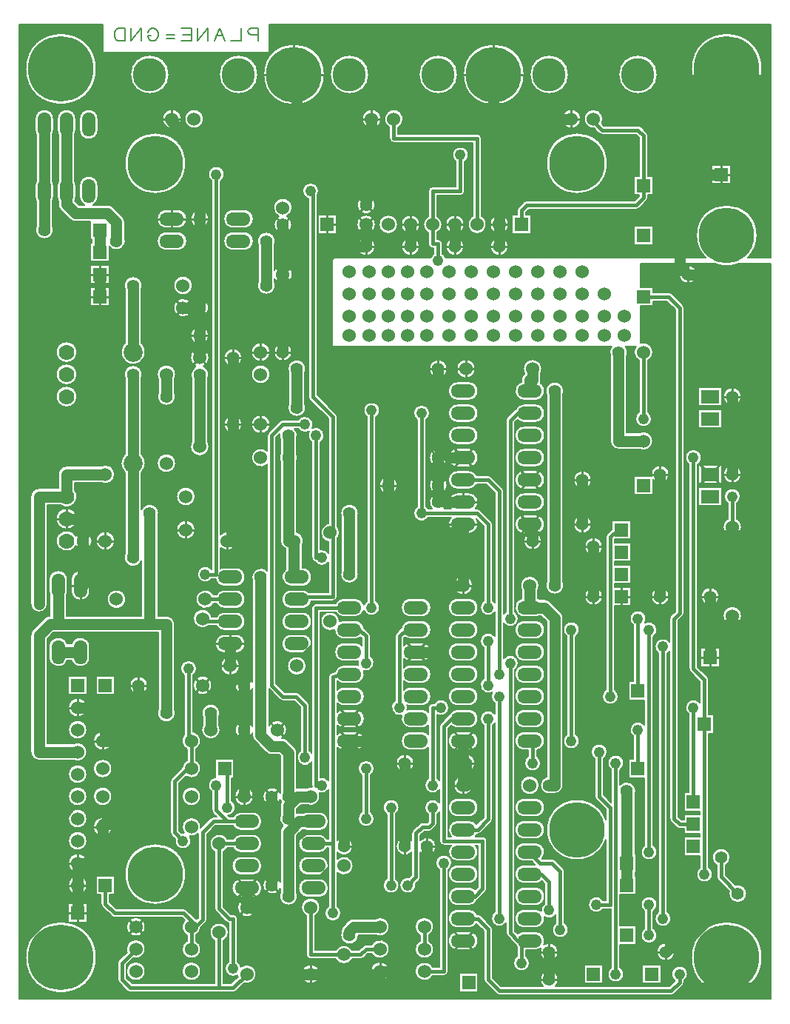
<source format=gbr>
G04 EasyPC Gerber Version 20.0.2 Build 4112 *
%FSLAX35Y35*%
%MOIN*%
%ADD113O,0.06000X0.11000*%
%ADD86R,0.06000X0.06000*%
%ADD11C,0.00500*%
%ADD74C,0.00800*%
%ADD12C,0.01000*%
%ADD13C,0.01500*%
%ADD20C,0.04800*%
%ADD71C,0.05000*%
%ADD70C,0.05600*%
%ADD16C,0.06000*%
%ADD84C,0.07000*%
%ADD131C,0.08600*%
%ADD78C,0.15000*%
%ADD117O,0.11000X0.06000*%
%ADD29R,0.08000X0.06000*%
%ADD130C,0.25000*%
%ADD129C,0.29500*%
X0Y0D02*
D02*
D11*
X184000Y192422D02*
Y176000D01*
G75*
G02X192000Y174000I3750J-2000*
G01*
G75*
G02X189750Y170250I-4250*
G01*
X189878*
G75*
G02X192535Y169152I6J-3750*
G01*
X195402Y166285*
G75*
G02X196500Y163634I-2652J-2652*
G01*
G75*
G02Y163632I-2256J-1*
G01*
G75*
G02Y163628I-2103J-2*
G01*
Y147732*
G75*
G02X196866Y147750I368J-3732*
G01*
X200750*
G75*
G02X202750Y148250I2000J-3750*
G01*
G75*
G02X203418Y148197I1J-4249*
G01*
G75*
G02X203250Y149000I1831J802*
G01*
Y159421*
G75*
G02X196600Y161500I-3000J2079*
G01*
G75*
G02X198250Y164553I3650*
G01*
Y184056*
X195306Y187000*
X190250*
G75*
G02X188834Y187587J2000*
G01*
X184000Y192422*
G36*
Y176000*
G75*
G02X192000Y174000I3750J-2000*
G01*
G75*
G02X189750Y170250I-4250*
G01*
X189878*
G75*
G02X192535Y169152I6J-3750*
G01*
X195402Y166285*
G75*
G02X196500Y163634I-2652J-2652*
G01*
G75*
G02Y163632I-2256J-1*
G01*
G75*
G02Y163628I-2103J-2*
G01*
Y147732*
G75*
G02X196866Y147750I368J-3732*
G01*
X200750*
G75*
G02X202750Y148250I2000J-3750*
G01*
G75*
G02X203418Y148197I1J-4249*
G01*
G75*
G02X203250Y149000I1831J802*
G01*
Y159421*
G75*
G02X196600Y161500I-3000J2079*
G01*
G75*
G02X198250Y164553I3650*
G01*
Y184056*
X195306Y187000*
X190250*
G75*
G02X188834Y187587J2000*
G01*
X184000Y192422*
G37*
X410250Y491500D02*
X184000D01*
Y479000*
X109000*
Y491500*
X71500*
Y52750*
X410250*
Y384000*
X395978*
G75*
G02X384522I-5728J12500*
G01*
X351500*
Y373250*
X357000*
Y371000*
X364000*
G75*
G02X365416Y370413J-2000*
G01*
X370413Y365416*
G75*
G02X371000Y364000I-1413J-1416*
G01*
Y226500*
G75*
G02X370413Y225084I-2000*
G01*
X368500Y223172*
Y134828*
X369828Y133500*
X371000*
Y135750*
X378250*
Y137250*
X371000*
Y145750*
X373250*
Y180947*
G75*
G02X371600Y184000I2000J3053*
G01*
G75*
G02X378250Y186079I3650*
G01*
Y195672*
X373837Y200084*
G75*
G02X373250Y201500I1413J1416*
G01*
Y293447*
G75*
G02X371600Y296500I2000J3053*
G01*
G75*
G02X378900I3650*
G01*
G75*
G02X377250Y293447I-3650*
G01*
Y202328*
X381663Y197916*
G75*
G02X382250Y196500I-1413J-1416*
G01*
Y180750*
X384500*
Y172250*
X382250*
Y112053*
G75*
G02X383900Y109000I-2000J-3053*
G01*
G75*
G02X376600I-3650*
G01*
G75*
G02X378250Y112053I3650*
G01*
Y117250*
X371000*
Y125750*
X378250*
Y127250*
X371000*
Y129500*
X369000*
G75*
G02X367584Y130087J2000*
G01*
X365087Y132584*
G75*
G02X364500Y134000I1413J1416*
G01*
Y209421*
G75*
G02X363500Y208447I-3000J2079*
G01*
Y92053*
G75*
G02X365150Y89000I-2000J-3053*
G01*
G75*
G02X357850I-3650*
G01*
G75*
G02X359500Y92053I3650*
G01*
Y208447*
G75*
G02X357850Y211500I2000J3053*
G01*
G75*
G02X364500Y213579I3650*
G01*
Y224000*
G75*
G02X365087Y225416I2000*
G01*
X367000Y227328*
Y363172*
X363172Y367000*
X357000*
Y364750*
X351500*
Y348062*
G75*
G02X354750Y340250I1250J-4062*
G01*
Y317053*
G75*
G02X356400Y314000I-2000J-3053*
G01*
G75*
G02X349100I-3650*
G01*
G75*
G02X350750Y317053I3650*
G01*
Y340250*
G75*
G02X349313Y346500I2000J3750*
G01*
X344686*
G75*
G02X345250Y342470I-3186J-2500*
G01*
Y307750*
X350750*
G75*
G02X357000Y304000I2000J-3750*
G01*
G75*
G02X350750Y300250I-4250*
G01*
X341500*
G75*
G02X337750Y304000J3750*
G01*
Y342470*
G75*
G02X338314Y346500I3750J1530*
G01*
X210250*
Y386500*
X256821*
G75*
G02X258250Y388303I3429J-1250*
G01*
Y390750*
X257750*
G75*
G02X255750Y392750J2000*
G01*
Y397750*
G75*
G02Y405250I2000J3750*
G01*
Y416500*
G75*
G02X257750Y418500I2000*
G01*
X268250*
Y429697*
G75*
G02X266600Y432750I2000J3053*
G01*
G75*
G02X273900I3650*
G01*
G75*
G02X272250Y429697I-3650*
G01*
Y416500*
G75*
G02X270250Y414500I-2000*
G01*
X259750*
Y405250*
G75*
G02Y397750I-2000J-3750*
G01*
Y394750*
X260250*
G75*
G02X262250Y392750J-2000*
G01*
Y388303*
G75*
G02X263679Y386500I-2000J-3053*
G01*
X380813*
G75*
G02X376500Y396500I9437J10000*
G01*
G75*
G02X404000I13750*
G01*
G75*
G02X399687Y386500I-13750*
G01*
X410250*
Y491500*
X211500Y469000D02*
G75*
G02X229000I8750D01*
G01*
G75*
G02X211500I-8750*
G01*
X223500Y401500D02*
G75*
G02X232000I4250D01*
G01*
G75*
G02X223500I-4250*
G01*
X223700Y391500D02*
G75*
G02X231800I4050D01*
G01*
G75*
G02X223700I-4050*
G01*
Y410250D02*
G75*
G02X231800I4050D01*
G01*
G75*
G02X223700I-4050*
G01*
X226000Y449000D02*
G75*
G02X234500I4250D01*
G01*
G75*
G02X226000I-4250*
G01*
X233500Y401500D02*
G75*
G02X242000I4250D01*
G01*
G75*
G02X233500I-4250*
G01*
X279750Y405250D02*
G75*
G02X277750Y397250I-2000J-3750D01*
G01*
G75*
G02X275750Y405250J4250*
G01*
Y438250*
X240250*
G75*
G02X238250Y440250J2000*
G01*
Y445250*
G75*
G02X240250Y453250I2000J3750*
G01*
G75*
G02X242250Y445250J-4250*
G01*
Y442250*
X277750*
G75*
G02X279750Y440250J-2000*
G01*
Y405250*
X243500Y401500D02*
G75*
G02X252000I4250D01*
G01*
G75*
G02X243500I-4250*
G01*
X243700Y391500D02*
G75*
G02X251800I4050D01*
G01*
G75*
G02X243700I-4050*
G01*
X251500Y469000D02*
G75*
G02X269000I8750D01*
G01*
G75*
G02X251500I-8750*
G01*
X271500D02*
G75*
G02X299000I13750D01*
G01*
G75*
G02X271500I-13750*
G01*
X283500Y401500D02*
G75*
G02X292000I4250D01*
G01*
G75*
G02X283500I-4250*
G01*
X283700Y391500D02*
G75*
G02X291800I4050D01*
G01*
G75*
G02X283700I-4050*
G01*
X354750Y423250D02*
X357000D01*
Y414750*
X354750*
Y413482*
G75*
G02X354163Y412067I-2000*
G01*
X350933Y408837*
G75*
G02X349518Y408250I-1416J1413*
G01*
X301078*
X299750Y406922*
Y405750*
X302000*
Y397250*
X293500*
Y405750*
X295750*
Y407750*
G75*
G02X296337Y409166I2000*
G01*
X298834Y411663*
G75*
G02X300250Y412250I1416J-1413*
G01*
X348689*
X350750Y414311*
Y414750*
X348500*
Y423250*
X350750*
Y440672*
X349422Y442000*
X334000*
G75*
G02X332584Y442587J2000*
G01*
X330418Y444753*
G75*
G02X330250Y444750I-164J4245*
G01*
G75*
G02Y453250J4250*
G01*
G75*
G02X333939Y446889I0J-4250*
G01*
X334828Y446000*
X350250*
G75*
G02X351666Y445413J-2000*
G01*
X354163Y442916*
G75*
G02X354750Y441500I-1413J-1416*
G01*
Y423250*
X348500Y400750D02*
X357000D01*
Y392250*
X348500*
Y400750*
X301500Y469000D02*
G75*
G02X319000I8750D01*
G01*
G75*
G02X301500I-8750*
G01*
X316000Y449000D02*
G75*
G02X324500I4250D01*
G01*
G75*
G02X316000I-4250*
G01*
X309000Y429000D02*
G75*
G02X336500I13750D01*
G01*
G75*
G02X309000I-13750*
G01*
X341500Y469000D02*
G75*
G02X359000I8750D01*
G01*
G75*
G02X341500I-8750*
G01*
X374250Y471500D02*
G75*
G02X406250I16000D01*
G01*
G75*
G02X374250I-16000*
G01*
X383500Y428250D02*
X392000D01*
Y419750*
X383500*
Y428250*
X119000Y429000D02*
G75*
G02X146500I13750D01*
G01*
G75*
G02X119000I-13750*
G01*
X133500Y294000D02*
G75*
G02X142000I4250D01*
G01*
G75*
G02X133500I-4250*
G01*
Y334000D02*
G75*
G02X142000I4250D01*
G01*
G75*
G02X141500Y332000I-4250*
G01*
Y325530*
G75*
G02X141800Y324000I-3750J-1530*
G01*
G75*
G02X133700I-4050*
G01*
G75*
G02X134000Y325530I4050*
G01*
Y332000*
G75*
G02X133500Y334000I3750J2000*
G01*
X142750Y398250D02*
G75*
G02Y389750J-4250D01*
G01*
X137750*
G75*
G02Y398250J4250*
G01*
X142750*
X149111Y365777D02*
G75*
G02X156800Y364000I3639J-1777D01*
G01*
G75*
G02X149111Y362223I-4050*
G01*
G75*
G02X141000Y364000I-3861J1777*
G01*
G75*
G02X149111Y365777I4250*
G01*
X142250Y264000D02*
G75*
G02X150750I4250D01*
G01*
G75*
G02X142250I-4250*
G01*
X176500Y137000D02*
G75*
G02Y128500J-4250D01*
G01*
X171500*
G75*
G02X167750Y130750J4250*
G01*
X159828*
X156000Y126922*
Y88482*
G75*
G02X155413Y87067I-2000*
G01*
X153235Y84889*
G75*
G02X151000Y81500I-4235J361*
G01*
Y79000*
G75*
G02X153250Y75250I-2000J-3750*
G01*
G75*
G02X144750I-4250*
G01*
G75*
G02X147000Y79000I4250*
G01*
Y81500*
G75*
G02X145960Y88220I2000J3750*
G01*
X144681Y89500*
X114366*
G75*
G02X112950Y90087J2000*
G01*
X108837Y94200*
G75*
G02X108250Y95616I1413J1416*
G01*
Y99750*
X106000*
Y108250*
X114500*
Y99750*
X112250*
Y96444*
X115194Y93500*
X145509*
G75*
G02X146925Y92913J-2000*
G01*
X150413Y89425*
G75*
G02X150623Y89178I-1412J-1415*
G01*
G75*
G02X151428Y88739I-1622J-3928*
G01*
X152000Y89311*
Y127240*
G75*
G02X148260Y126065I-3000J3009*
G01*
G75*
G02X148900Y124000I-3010J-2065*
G01*
G75*
G02X141600I-3650*
G01*
G75*
G02X141677Y124745I3651*
G01*
X140087Y126334*
G75*
G02X139500Y127750I1413J1416*
G01*
Y150768*
G75*
G02X140087Y152183I2000*
G01*
X144765Y156861*
G75*
G02X147000Y160250I4235J-361*
G01*
Y165250*
G75*
G02X145750Y171739I2000J3750*
G01*
Y198447*
G75*
G02X144100Y201500I2000J3053*
G01*
G75*
G02X151400I3650*
G01*
G75*
G02X149750Y198447I-3650*
G01*
Y173183*
G75*
G02X151000Y165250I-750J-4183*
G01*
Y160250*
G75*
G02X149000Y152250I-2000J-3750*
G01*
G75*
G02X146572Y153012I0J4250*
G01*
X143500Y149939*
Y128578*
X144505Y127573*
G75*
G02X145656Y127628I745J-3574*
G01*
G75*
G02X149000Y134500I3344J2622*
G01*
G75*
G02X153250Y130250J-4250*
G01*
G75*
G02X153227Y129805I-4250J-1*
G01*
X157584Y134163*
G75*
G02X159000Y134750I1416J-1413*
G01*
X160422*
X158837Y136334*
G75*
G02X158250Y137750I1413J1416*
G01*
Y145947*
G75*
G02X159750Y152616I2000J3053*
G01*
Y160750*
X168250*
Y152250*
X167250*
Y142053*
G75*
G02X165472Y135357I-2000J-3053*
G01*
X166078Y134750*
X167750*
G75*
G02X171500Y137000I3750J-2000*
G01*
X176500*
X149750Y194000D02*
G75*
G02X158250I4250D01*
G01*
G75*
G02X149750I-4250*
G01*
X119750Y85250D02*
G75*
G02X128250I4250D01*
G01*
G75*
G02X119750I-4250*
G01*
X161500Y176000D02*
G75*
G02X157750Y169750I-3750J-2000D01*
G01*
G75*
G02X154000Y176000I0J4250*
G01*
Y179970*
G75*
G02X153700Y181500I3750J1530*
G01*
G75*
G02X161800I4050*
G01*
G75*
G02X161500Y179970I-4050*
G01*
Y176000*
X144750Y144000D02*
G75*
G02X153250I4250D01*
G01*
G75*
G02X144750I-4250*
G01*
X176500Y127000D02*
G75*
G02Y118500J-4250D01*
G01*
X171500*
G75*
G02X167750Y120750J4250*
G01*
X165250*
G75*
G02X163500Y119000I-3750J2000*
G01*
Y94311*
X166811Y91000*
X167750*
G75*
G02X169750Y89000J-2000*
G01*
Y69553*
G75*
G02X171313Y67293I-2000J-3054*
G01*
G75*
G02X178250Y64000I2687J-3293*
G01*
G75*
G02X172763Y59934I-4250*
G01*
X169166Y56337*
G75*
G02X167750Y55750I-1416J1413*
G01*
X121500*
G75*
G02X120084Y56337J2000*
G01*
X116337Y60084*
G75*
G02X115750Y61500I1413J1416*
G01*
Y69000*
G75*
G02X116337Y70416I2000*
G01*
X119934Y74013*
G75*
G02X119750Y75250I4066J1238*
G01*
G75*
G02X128250I4250*
G01*
G75*
G02X122763Y71184I-4250*
G01*
X119750Y68172*
Y62328*
X122328Y59750*
X159500*
Y79000*
G75*
G02X157250Y82750I2000J3750*
G01*
G75*
G02X165750I4250*
G01*
G75*
G02X163500Y79000I-4250*
G01*
Y59750*
X166922*
X169934Y62763*
G75*
G02X169783Y63469I4067J1237*
G01*
G75*
G02X164100Y66500I-2033J3031*
G01*
G75*
G02X165750Y69553I3650*
G01*
Y87013*
G75*
G02X164567Y87587I233J1987*
G01*
X160087Y92067*
G75*
G02X159500Y93482I1413J1416*
G01*
Y119000*
G75*
G02X157250Y122750I2000J3750*
G01*
G75*
G02X165250Y124750I4250*
G01*
X167750*
G75*
G02X171500Y127000I3750J-2000*
G01*
X176500*
X119750Y65250D02*
G75*
G02X128250I4250D01*
G01*
G75*
G02X119750I-4250*
G01*
X176500Y107000D02*
G75*
G02Y98500J-4250D01*
G01*
X171500*
G75*
G02Y107000J4250*
G01*
X176500*
X169750Y94000D02*
G75*
G02X178250I4250D01*
G01*
G75*
G02X169750I-4250*
G01*
X176500Y117000D02*
G75*
G02Y108500J-4250D01*
G01*
X171500*
G75*
G02Y117000J4250*
G01*
X176500*
X144750Y65250D02*
G75*
G02X153250I4250D01*
G01*
G75*
G02X144750I-4250*
G01*
X169000Y227000D02*
G75*
G02Y218500J-4250D01*
G01*
X164000*
G75*
G02X160250Y220750J4250*
G01*
X156739*
G75*
G02X149750Y224000I-2739J3250*
G01*
G75*
G02X158183Y224750I4250*
G01*
X160250*
G75*
G02X164000Y227000I3750J-2000*
G01*
X169000*
Y217000D02*
G75*
G02Y208500J-4250D01*
G01*
X164000*
G75*
G02Y217000J4250*
G01*
X169000*
X162250Y202750D02*
G75*
G02X170750I4250D01*
G01*
G75*
G02X162250I-4250*
G01*
X168500Y144000D02*
G75*
G02X177000I4250D01*
G01*
G75*
G02X168500I-4250*
G01*
X226600Y317750D02*
G75*
G02X233900I3650D01*
G01*
G75*
G02X232250Y314697I-3650*
G01*
Y232053*
G75*
G02X233900Y229000I-2000J-3053*
G01*
G75*
G02X226816Y227763I-3650*
G01*
G75*
G02X222750Y224750I-4066J1237*
G01*
X217750*
G75*
G02X214000Y227000J4250*
G01*
X207250*
Y152616*
G75*
G02X210750Y151079I500J-3616*
G01*
Y197750*
G75*
G02X212118Y199648I2000*
G01*
X213662Y200162*
G75*
G02X217750Y203250I4088J-1162*
G01*
X222750*
G75*
G02X224246Y202978J-4250*
G01*
G75*
G02Y205022I3504J1022*
G01*
G75*
G02X222750Y204750I-1496J3978*
G01*
X217750*
G75*
G02Y213250J4250*
G01*
X222750*
G75*
G02X225750Y212010I0J-4250*
G01*
Y215306*
X225388Y215668*
G75*
G02X222750Y214750I-2638J3332*
G01*
X217750*
G75*
G02X213500Y219000J4250*
G01*
G75*
G02X207250Y222750I-2000J3750*
G01*
G75*
G02X215750I4250*
G01*
G75*
G02X217750Y223250I2000J-3750*
G01*
X222750*
G75*
G02X226927Y219785J-4250*
G01*
X229163Y217550*
G75*
G02X229750Y216134I-1413J-1416*
G01*
Y207053*
G75*
G02X226728Y200496I-2000J-3053*
G01*
G75*
G02X222750Y194750I-3978J-1496*
G01*
X217750*
G75*
G02X214750Y195990I0J4250*
G01*
Y192010*
G75*
G02X217750Y193250I3000J-3010*
G01*
X222750*
G75*
G02Y184750J-4250*
G01*
X217750*
G75*
G02X214750Y185990I0J4250*
G01*
Y182010*
G75*
G02X217750Y183250I3000J-3010*
G01*
X222750*
G75*
G02Y174750J-4250*
G01*
X217750*
G75*
G02X214750Y175990I0J4250*
G01*
Y172010*
G75*
G02X217750Y173250I3000J-3010*
G01*
X222750*
G75*
G02Y164750J-4250*
G01*
X217750*
G75*
G02X214750Y165990I0J4250*
G01*
Y124221*
G75*
G02X221800Y121500I3000J-2721*
G01*
G75*
G02X214750Y118779I-4050*
G01*
Y115760*
G75*
G02X222000Y112750I3000J-3010*
G01*
G75*
G02X214750Y109740I-4250*
G01*
Y94553*
G75*
G02X216400Y91500I-2000J-3053*
G01*
G75*
G02X209100I-3650*
G01*
G75*
G02X210750Y94553I3650*
G01*
Y120750*
X210250*
G75*
G02X206500Y118500I-3750J2000*
G01*
X201500*
G75*
G02Y127000J4250*
G01*
X206500*
G75*
G02X210250Y124750J-4250*
G01*
X210750*
Y146921*
G75*
G02X206728Y145496I-3000J2079*
G01*
G75*
G02X200750Y140250I-3978J-1496*
G01*
X198419*
X196500Y138331*
Y136367*
G75*
G02X197491Y136500I992J-3617*
G01*
X199500*
G75*
G02X201500Y137000I2000J-3750*
G01*
X206500*
G75*
G02Y128500J-4250*
G01*
X201500*
G75*
G02X199500Y129000J4250*
G01*
X199044*
X196500Y126456*
Y100530*
G75*
G02X196800Y99000I-3750J-1530*
G01*
G75*
G02X188700I-4050*
G01*
G75*
G02X189000Y100530I4050*
G01*
Y102470*
G75*
G02X181200Y104000I-3750J1530*
G01*
G75*
G02X189000Y105530I4050*
G01*
Y128009*
G75*
G02X190100Y130663I3750*
G01*
X190251Y130813*
G75*
G02X189000Y135530I2499J3187*
G01*
Y139884*
G75*
G02X189446Y141658I3750*
G01*
G75*
G02X189000Y142470I3304J2343*
G01*
G75*
G02X181200Y144000I-3750J1530*
G01*
G75*
G02X189000Y145530I4050*
G01*
Y162081*
X188331Y162750*
X185250*
G75*
G02X182596Y163850J3750*
G01*
X177600Y168846*
G75*
G02X176500Y171500I2650J2654*
G01*
Y172470*
G75*
G02X168700Y174000I-3750J1530*
G01*
G75*
G02X176500Y175530I4050*
G01*
Y192470*
G75*
G02X168700Y194000I-3750J1530*
G01*
G75*
G02X176500Y195530I4050*
G01*
Y241220*
G75*
G02X183250Y245471I3750J1530*
G01*
Y293490*
G75*
G02X176000Y296500I-3000J3010*
G01*
G75*
G02X183250Y299510I4250*
G01*
Y306500*
G75*
G02X183837Y307916I2000*
G01*
X188834Y312913*
G75*
G02X190250Y313500I1416J-1413*
G01*
X197197*
G75*
G02X203391Y309641I3053J-2000*
G01*
G75*
G02X207250Y303447I1859J-3141*
G01*
Y255116*
G75*
G02X210750Y253579I500J-3616*
G01*
Y258567*
G75*
G02Y266933I750J4183*
G01*
Y314056*
X202221Y322584*
G75*
G02X201634Y324000I1413J1416*
G01*
Y413025*
G75*
G02X199100Y416500I1116J3475*
G01*
G75*
G02X206400I3650*
G01*
G75*
G02X205634Y414263I-3650*
G01*
Y324828*
X214163Y316300*
G75*
G02X214750Y314884I-1413J-1416*
G01*
Y265489*
G75*
G02Y260011I-3250J-2739*
G01*
Y234000*
G75*
G02X212750Y232000I-2000*
G01*
X203183*
G75*
G02X199000Y228500I-4183J750*
G01*
X194000*
G75*
G02Y237000J4250*
G01*
X199000*
G75*
G02X201739Y236000J-4250*
G01*
X210750*
Y249421*
G75*
G02X204635Y249597I-3000J2079*
G01*
G75*
G02X203250Y251500I615J1903*
G01*
Y303447*
G75*
G02X202109Y308359I2000J3053*
G01*
G75*
G02X197197Y309500I-1859J3141*
G01*
X195471*
G75*
G02X196500Y304970I-2720J-3000*
G01*
Y298030*
G75*
G02Y294970I-3750J-1530*
G01*
Y263062*
G75*
G02X199000Y257000I-1250J-4062*
G01*
Y247000*
G75*
G02Y238500J-4250*
G01*
X194000*
G75*
G02X191500Y246187J4250*
G01*
Y255465*
G75*
G02X189000Y259000I1250J3535*
G01*
Y294970*
G75*
G02Y298030I3750J1530*
G01*
Y304970*
G75*
G02X188700Y306500I3750J1530*
G01*
G75*
G02X188757Y307179I4050J-1*
G01*
X187250Y305672*
Y194828*
X191078Y191000*
X196134*
G75*
G02X197550Y190413J-2000*
G01*
X201663Y186300*
G75*
G02X202250Y184884I-1413J-1416*
G01*
Y164553*
G75*
G02X203250Y163579I-2000J-3053*
G01*
Y229000*
G75*
G02X205250Y231000I2000*
G01*
X214000*
G75*
G02X217750Y233250I3750J-2000*
G01*
X222750*
G75*
G02X226816Y230237J-4250*
G01*
G75*
G02X228250Y232053I3434J-1237*
G01*
Y314697*
G75*
G02X226600Y317750I2000J3053*
G01*
X199000Y217000D02*
G75*
G02Y208500J-4250D01*
G01*
X194000*
G75*
G02Y217000J4250*
G01*
X199000*
Y227000D02*
G75*
G02Y218500J-4250D01*
G01*
X194000*
G75*
G02Y227000J4250*
G01*
X199000*
X206500Y107000D02*
G75*
G02Y98500J-4250D01*
G01*
X201500*
G75*
G02Y107000J4250*
G01*
X206500*
Y117000D02*
G75*
G02Y108500J-4250D01*
G01*
X201500*
G75*
G02Y117000J4250*
G01*
X206500*
X206000Y405750D02*
X214500D01*
Y397250*
X206000*
Y405750*
X192250Y202750D02*
G75*
G02X200750I4250D01*
G01*
G75*
G02X192250I-4250*
G01*
X233700Y284000D02*
G75*
G02X241800I4050D01*
G01*
G75*
G02X233700I-4050*
G01*
X235350Y139000D02*
G75*
G02X242650I3650D01*
G01*
G75*
G02X241000Y135947I-3650*
G01*
Y107053*
G75*
G02X242650Y104000I-2000J-3053*
G01*
G75*
G02X235350I-3650*
G01*
G75*
G02X237000Y107053I3650*
G01*
Y135947*
G75*
G02X235350Y139000I2000J3053*
G01*
X307892Y77293D02*
G75*
G02X314300Y74000I2358J-3293D01*
G01*
G75*
G02X306200I-4050*
G01*
G75*
G02X306520Y75578I4050J0*
G01*
G75*
G02X304000Y74750I-2520J3423*
G01*
X299750*
Y72053*
G75*
G02X301400Y69000I-2000J-3053*
G01*
G75*
G02X294100I-3650*
G01*
G75*
G02X295750Y72053I3650*
G01*
Y76261*
G75*
G02X295072Y77377I3250J2739*
G01*
G75*
G02X294825Y77587I1169J1622*
G01*
X291337Y81075*
G75*
G02X290750Y82491I1413J1416*
G01*
Y86921*
G75*
G02X284100Y89000I-3000J2079*
G01*
G75*
G02X285750Y92053I3650*
G01*
Y176921*
G75*
G02X284750Y175947I-3000J2079*
G01*
Y133741*
G75*
G02X284163Y132325I-2000*
G01*
X279425Y127587*
G75*
G02X278009Y127000I-1416J1413*
G01*
X277750*
G75*
G02X277010Y126000I-3750J2001*
G01*
X280250*
G75*
G02X282250Y124000J-2000*
G01*
Y102491*
G75*
G02X281663Y101075I-2000*
G01*
X278175Y97587*
G75*
G02X277928Y97377I-1415J1412*
G01*
G75*
G02X274000Y94750I-3928J1623*
G01*
X269000*
G75*
G02Y103250J4250*
G01*
X274000*
G75*
G02X276970Y102040J-4250*
G01*
X278250Y103319*
Y122000*
X277010*
G75*
G02X274000Y114750I-3010J-3000*
G01*
X269000*
G75*
G02X265990Y122000J4250*
G01*
X262750*
G75*
G02X260750Y124000J2000*
G01*
Y136921*
G75*
G02X259750Y135947I-3000J2079*
G01*
Y131866*
G75*
G02X259163Y130450I-2000*
G01*
X257550Y128837*
G75*
G02X256134Y128250I-1416J1413*
G01*
X253944*
X252250Y126556*
Y124221*
G75*
G02X259300Y121500I3000J-2721*
G01*
G75*
G02X252250Y118779I-4050*
G01*
Y107750*
G75*
G02X251663Y106334I-2000*
G01*
X250073Y104745*
G75*
G02X250150Y104000I-3574J-745*
G01*
G75*
G02X242850I-3650*
G01*
G75*
G02X247245Y107573I3650*
G01*
X248250Y108578*
Y118779*
G75*
G02X241200Y121500I-3000J2721*
G01*
G75*
G02X248250Y124221I4050*
G01*
Y127384*
G75*
G02X248837Y128800I2000*
G01*
X251700Y131663*
G75*
G02X253116Y132250I1416J-1413*
G01*
X255306*
X255750Y132694*
Y135947*
G75*
G02X254100Y139000I2000J3053*
G01*
G75*
G02X260750Y141079I3650*
G01*
Y146921*
G75*
G02X254100Y149000I-3000J2079*
G01*
G75*
G02X255750Y152053I3650*
G01*
Y165990*
G75*
G02X252750Y164750I-3000J3010*
G01*
X247750*
G75*
G02Y173250J4250*
G01*
X252750*
G75*
G02X255750Y172010I0J-4250*
G01*
Y175990*
G75*
G02X252750Y174750I-3000J3010*
G01*
X247750*
G75*
G02X243772Y180496I0J4250*
G01*
G75*
G02X240750Y187053I-1022J3504*
G01*
Y216134*
G75*
G02X241337Y217550I2000*
G01*
X243573Y219785*
G75*
G02X247750Y223250I4177J-785*
G01*
X252750*
G75*
G02Y214750J-4250*
G01*
X247750*
G75*
G02X245112Y215668J4250*
G01*
X244750Y215306*
Y212010*
G75*
G02X247750Y213250I3000J-3010*
G01*
X252750*
G75*
G02Y204750J-4250*
G01*
X247750*
G75*
G02X244750Y205990I0J4250*
G01*
Y202010*
G75*
G02X247750Y203250I3000J-3010*
G01*
X252750*
G75*
G02Y194750J-4250*
G01*
X247750*
G75*
G02X244750Y195990I0J4250*
G01*
Y192010*
G75*
G02X247750Y193250I3000J-3010*
G01*
X252750*
G75*
G02Y184750J-4250*
G01*
X247750*
G75*
G02X246254Y185022J4250*
G01*
G75*
G02Y182978I-3504J-1022*
G01*
G75*
G02X247750Y183250I1496J-3978*
G01*
X252750*
G75*
G02X255750Y182010I0J-4250*
G01*
Y184000*
G75*
G02X257750Y186000I2000*
G01*
X258447*
G75*
G02X265150Y184000I3053J-2000*
G01*
G75*
G02X259750Y180797I-3650*
G01*
Y152053*
G75*
G02X260750Y151079I-2000J-3053*
G01*
Y175509*
G75*
G02X261337Y176925I2000*
G01*
X264825Y180413*
G75*
G02X265072Y180623I1415J-1412*
G01*
G75*
G02X269000Y183250I3928J-1623*
G01*
X274000*
G75*
G02Y174750J-4250*
G01*
X269000*
G75*
G02X266030Y175960J4250*
G01*
X264750Y174681*
Y126000*
X265990*
G75*
G02X269000Y133250I3010J3000*
G01*
X274000*
G75*
G02X277537Y131356J-4250*
G01*
X280750Y134569*
Y175947*
G75*
G02X279100Y179000I2000J3053*
G01*
G75*
G02X285750Y181079I3650*
G01*
Y185947*
G75*
G02X284609Y190859I2000J3053*
G01*
G75*
G02X280750Y197053I-1859J3141*
G01*
Y210947*
G75*
G02X279100Y214000I2000J3053*
G01*
G75*
G02X285750Y216079I3650*
G01*
Y226921*
G75*
G02X279100Y229000I-3000J2079*
G01*
G75*
G02X280750Y232053I3650*
G01*
Y265672*
X277476Y268946*
G75*
G02X274000Y262250I-3476J-2446*
G01*
X269000*
G75*
G02X265990Y269500J4250*
G01*
X255803*
G75*
G02X249100Y271500I-3053J2000*
G01*
G75*
G02X250750Y274553I3650*
G01*
Y313447*
G75*
G02X249100Y316500I2000J3053*
G01*
G75*
G02X256400I3650*
G01*
G75*
G02X254750Y313447I-3650*
G01*
Y274553*
G75*
G02X255803Y273500I-2000J-3053*
G01*
X257529*
G75*
G02X258720Y280250I2721J3000*
G01*
G75*
G02X256200Y284000I1530J3750*
G01*
G75*
G02X264300I4050*
G01*
G75*
G02X261780Y280250I-4050*
G01*
G75*
G02X262971Y273500I-1530J-3750*
G01*
X265990*
G75*
G02X269000Y280750I3010J3000*
G01*
X274000*
G75*
G02X277010Y273500J-4250*
G01*
X277750*
G75*
G02X279166Y272913J-2000*
G01*
X284163Y267916*
G75*
G02X284750Y266500I-1413J-1416*
G01*
Y232053*
G75*
G02X285750Y231079I-2000J-3053*
G01*
Y280672*
X281922Y284500*
X277750*
G75*
G02X274000Y282250I-3750J2000*
G01*
X269000*
G75*
G02Y290750J4250*
G01*
X274000*
G75*
G02X277750Y288500J-4250*
G01*
X282750*
G75*
G02X284166Y287913J-2000*
G01*
X289163Y282916*
G75*
G02X289750Y281500I-1413J-1416*
G01*
Y226079*
G75*
G02X290750Y227053I3000J-2079*
G01*
Y313268*
G75*
G02X291337Y314683I2000*
G01*
X294567Y317913*
G75*
G02X295161Y318324I1416J-1412*
G01*
G75*
G02X299000Y320750I3839J-1824*
G01*
X304000*
G75*
G02Y312250J-4250*
G01*
X299000*
G75*
G02X295902Y313591J4250*
G01*
X294750Y312439*
Y227053*
G75*
G02X296400Y224000I-2000J-3053*
G01*
G75*
G02X289750Y221921I-3650*
G01*
Y206079*
G75*
G02X296400Y204000I3000J-2079*
G01*
G75*
G02X294750Y200947I-3650*
G01*
Y83319*
X296030Y82040*
G75*
G02X299000Y83250I2970J-3040*
G01*
X304000*
G75*
G02X307892Y77293I0J-4250*
G01*
X304000Y103250D02*
G75*
G02Y94750J-4250D01*
G01*
X299000*
G75*
G02Y103250J4250*
G01*
X304000*
X317250Y87053D02*
G75*
G02X318900Y84000I-2000J-3053D01*
G01*
G75*
G02X311600I-3650*
G01*
G75*
G02X313250Y87053I3650*
G01*
Y90671*
G75*
G02X308185Y89740I-3000J2079*
G01*
G75*
G02X304000Y84750I-4185J-740*
G01*
X299000*
G75*
G02Y93250J4250*
G01*
X304000*
G75*
G02X306622Y92344I0J-4250*
G01*
G75*
G02X306600Y92750I3630J404*
G01*
G75*
G02X308250Y95803I3650*
G01*
Y104681*
X306970Y105960*
G75*
G02X304000Y104750I-2970J3040*
G01*
X299000*
G75*
G02Y113250J4250*
G01*
X303904*
X302404Y114750*
X299000*
G75*
G02Y123250J4250*
G01*
X304000*
G75*
G02X307010Y116000J-4250*
G01*
X311500*
G75*
G02X312916Y115413J-2000*
G01*
X316663Y111666*
G75*
G02X317250Y110250I-1413J-1416*
G01*
Y87053*
X274000Y113250D02*
G75*
G02Y104750J-4250D01*
G01*
X269000*
G75*
G02Y113250J4250*
G01*
X274000*
X259100Y114000D02*
G75*
G02X266400I3650D01*
G01*
G75*
G02X264750Y110947I-3650*
G01*
Y65250*
G75*
G02X262750Y63250I-2000*
G01*
X257750*
G75*
G02X249750Y65250I-3750J2000*
G01*
G75*
G02X257750Y67250I4250*
G01*
X260750*
Y110947*
G75*
G02X259100Y114000I2000J3053*
G01*
X274000Y173250D02*
G75*
G02Y164750J-4250D01*
G01*
X269000*
G75*
G02Y173250J4250*
G01*
X274000*
Y143250D02*
G75*
G02Y134750J-4250D01*
G01*
X269000*
G75*
G02Y143250J4250*
G01*
X274000*
X304000Y310750D02*
G75*
G02Y302250J-4250D01*
G01*
X299000*
G75*
G02Y310750J4250*
G01*
X304000*
Y300750D02*
G75*
G02Y292250J-4250D01*
G01*
X299000*
G75*
G02Y300750J4250*
G01*
X304000*
Y290750D02*
G75*
G02Y282250J-4250D01*
G01*
X299000*
G75*
G02Y290750J4250*
G01*
X304000*
Y280750D02*
G75*
G02Y272250J-4250D01*
G01*
X299000*
G75*
G02Y280750J4250*
G01*
X304000*
Y270750D02*
G75*
G02X304998Y262369J-4250D01*
G01*
G75*
G02X306800Y259000I-2248J-3369*
G01*
G75*
G02X298700I-4050*
G01*
G75*
G02X300333Y262250I4050*
G01*
X299000*
G75*
G02Y270750J4250*
G01*
X304000*
X315400Y226913D02*
G75*
G02X316500Y224259I-2650J-2654D01*
G01*
Y149000*
G75*
G02X312750Y145250I-3750*
G01*
X311785*
G75*
G02X306198Y149000I-1535J3750*
G01*
G75*
G02X309000Y152854I4052*
G01*
Y222706*
X306456Y225250*
X306000*
G75*
G02X304000Y224750I-2000J3750*
G01*
X299000*
G75*
G02X297750Y233062J4250*
G01*
Y237000*
G75*
G02X301500Y243250I3750J2000*
G01*
G75*
G02X305250Y237000I0J-4250*
G01*
Y233062*
G75*
G02X306000Y232750I-1251J-4063*
G01*
X308009*
G75*
G02X310663Y231650J-3750*
G01*
X315400Y226913*
X304000Y203250D02*
G75*
G02Y194750J-4250D01*
G01*
X299000*
G75*
G02Y203250J4250*
G01*
X304000*
Y193250D02*
G75*
G02Y184750J-4250D01*
G01*
X299000*
G75*
G02Y193250J4250*
G01*
X304000*
Y183250D02*
G75*
G02Y174750J-4250D01*
G01*
X299000*
G75*
G02Y183250J4250*
G01*
X304000*
Y173250D02*
G75*
G02X304750Y164817J-4250D01*
G01*
Y162053*
G75*
G02X306400Y159000I-2000J-3053*
G01*
G75*
G02X299100I-3650*
G01*
G75*
G02X300750Y162053I3650*
G01*
Y164750*
X299000*
G75*
G02Y173250J4250*
G01*
X304000*
Y143250D02*
G75*
G02Y134750J-4250D01*
G01*
X299000*
G75*
G02Y143250J4250*
G01*
X304000*
Y133250D02*
G75*
G02Y124750J-4250D01*
G01*
X299000*
G75*
G02Y133250J4250*
G01*
X304000*
X365350Y64000D02*
G75*
G02X372650I3650D01*
G01*
G75*
G02X371000Y60947I-3650*
G01*
Y60250*
G75*
G02X370413Y58834I-2000*
G01*
X366666Y55087*
G75*
G02X365250Y54500I-1416J1413*
G01*
X287750*
G75*
G02X286334Y55087J2000*
G01*
X281337Y60084*
G75*
G02X280750Y61500I1413J1416*
G01*
Y83431*
X277537Y86644*
G75*
G02X274000Y84750I-3537J2356*
G01*
X269000*
G75*
G02Y93250J4250*
G01*
X274000*
G75*
G02X277750Y91000J-4250*
G01*
X278009*
G75*
G02X279425Y90413J-2000*
G01*
X284163Y85675*
G75*
G02X284750Y84259I-1413J-1416*
G01*
Y62328*
X288578Y58500*
X307529*
G75*
G02X306200Y61500I2721J3000*
G01*
G75*
G02X314300I4050*
G01*
G75*
G02X312971Y58500I-4050*
G01*
X364422*
X366921Y61000*
G75*
G02X365350Y64000I2079J3000*
G01*
X274000Y83250D02*
G75*
G02Y74750J-4250D01*
G01*
X269000*
G75*
G02Y83250J4250*
G01*
X274000*
X241200Y159000D02*
G75*
G02X249300I4050D01*
G01*
G75*
G02X241200I-4050*
G01*
X267250Y149000D02*
G75*
G02X275750I4250D01*
G01*
G75*
G02X267250I-4250*
G01*
X268700Y159000D02*
G75*
G02X276800I4050D01*
G01*
G75*
G02X268700I-4050*
G01*
X267250Y239000D02*
G75*
G02X275750I4250D01*
G01*
G75*
G02X267250I-4250*
G01*
X274000Y193250D02*
G75*
G02Y184750J-4250D01*
G01*
X269000*
G75*
G02Y193250J4250*
G01*
X274000*
Y203250D02*
G75*
G02Y194750J-4250D01*
G01*
X269000*
G75*
G02Y203250J4250*
G01*
X274000*
Y213250D02*
G75*
G02Y204750J-4250D01*
G01*
X269000*
G75*
G02Y213250J4250*
G01*
X274000*
Y223250D02*
G75*
G02Y214750J-4250D01*
G01*
X269000*
G75*
G02Y223250J4250*
G01*
X274000*
Y233250D02*
G75*
G02Y224750J-4250D01*
G01*
X269000*
G75*
G02Y233250J4250*
G01*
X274000*
X256200Y296500D02*
G75*
G02X264300I4050D01*
G01*
G75*
G02X256200I-4050*
G01*
X349000Y118250D02*
X349500D01*
Y109750*
X349000*
Y108250*
X349500*
Y99750*
X342250*
Y85750*
X349500*
Y77250*
X342250*
Y67053*
G75*
G02X343900Y64000I-2000J-3053*
G01*
G75*
G02X336600I-3650*
G01*
G75*
G02X338250Y67053I3650*
G01*
Y93313*
G75*
G02X337750Y93250I-500J1937*
G01*
X334553*
G75*
G02X327850Y95250I-3053J2000*
G01*
G75*
G02X334553Y97250I3650*
G01*
X335750*
Y124521*
G75*
G02X309000Y129000I-13000J4479*
G01*
G75*
G02X335750Y133479I13750*
G01*
Y138172*
X331337Y142584*
G75*
G02X330750Y144000I1413J1416*
G01*
Y160947*
G75*
G02X329100Y164000I2000J3053*
G01*
G75*
G02X336400I3650*
G01*
G75*
G02X334750Y160947I-3650*
G01*
Y144828*
X338250Y141328*
Y155947*
G75*
G02X336600Y159000I2000J3053*
G01*
G75*
G02X343900I3650*
G01*
G75*
G02X342250Y155947I-3650*
G01*
Y149221*
G75*
G02X349000Y144970I3000J-2720*
G01*
Y118250*
X326000Y68250D02*
X334500D01*
Y59750*
X326000*
Y68250*
X304000Y213250D02*
G75*
G02Y204750J-4250D01*
G01*
X299000*
G75*
G02Y213250J4250*
G01*
X304000*
Y223250D02*
G75*
G02Y214750J-4250D01*
G01*
X299000*
G75*
G02Y223250J4250*
G01*
X304000*
X297250Y149000D02*
G75*
G02X305750I4250D01*
G01*
G75*
G02X297250I-4250*
G01*
X269750Y64500D02*
X278250D01*
Y56000*
X269750*
Y64500*
X249750Y85250D02*
G75*
G02X258250I4250D01*
G01*
G75*
G02X256000Y81500I-4250*
G01*
Y79000*
G75*
G02X258250Y75250I-2000J-3750*
G01*
G75*
G02X249750I-4250*
G01*
G75*
G02X252000Y79000I4250*
G01*
Y81500*
G75*
G02X249750Y85250I2000J3750*
G01*
X224100Y156500D02*
G75*
G02X231400I3650D01*
G01*
G75*
G02X229750Y153447I-3650*
G01*
Y137053*
G75*
G02X231400Y134000I-2000J-3053*
G01*
G75*
G02X224100I-3650*
G01*
G75*
G02X225750Y137053I3650*
G01*
Y153447*
G75*
G02X224100Y156500I2000J3053*
G01*
X232000Y89000D02*
G75*
G02X238250Y85250I2000J-3750D01*
G01*
G75*
G02X232000Y81500I-4250*
G01*
X224302*
G75*
G02X216198I-4052*
G01*
G75*
G02X216500Y83035I4052*
G01*
Y83268*
G75*
G02X217600Y85922I3750*
G01*
X219579Y87900*
G75*
G02X222232Y89000I2654J-2650*
G01*
X232000*
X198500Y64000D02*
G75*
G02X207000I4250D01*
G01*
G75*
G02X198500I-4250*
G01*
X230250Y77250D02*
G75*
G02X238250Y75250I3750J-2000D01*
G01*
G75*
G02X230250Y73250I-4250*
G01*
X228578*
X226666Y71337*
G75*
G02X225250Y70750I-1416J1413*
G01*
X221500*
G75*
G02X214000I-3750J2000*
G01*
X202750*
G75*
G02X200750Y72750J2000*
G01*
Y90250*
G75*
G02X198500Y94000I2000J3750*
G01*
G75*
G02X207000I4250*
G01*
G75*
G02X204750Y90250I-4250*
G01*
Y74750*
X214000*
G75*
G02X221500I3750J-2000*
G01*
X224422*
X226334Y76663*
G75*
G02X227750Y77250I1416J-1413*
G01*
X230250*
X229750Y65250D02*
G75*
G02X238250I4250D01*
G01*
G75*
G02X229750I-4250*
G01*
X142250Y279000D02*
G75*
G02X150750I4250D01*
G01*
G75*
G02X142250I-4250*
G01*
X148500Y341500D02*
G75*
G02X157000I4250D01*
G01*
G75*
G02X154527Y337639I-4250*
G01*
G75*
G02X156500Y332470I-1777J-3639*
G01*
Y303500*
G75*
G02X157000Y301500I-3750J-2000*
G01*
G75*
G02X148500I-4250*
G01*
G75*
G02X149000Y303500I4250*
G01*
Y332470*
G75*
G02X150973Y337639I3750J1530*
G01*
G75*
G02X148500Y341500I1777J3861*
G01*
X169000Y237000D02*
G75*
G02Y228500J-4250D01*
G01*
X164000*
G75*
G02X160250Y230750J4250*
G01*
X159000*
G75*
G02X151000Y232750I-3750J2000*
G01*
G75*
G02X159000Y234750I4250*
G01*
X160250*
G75*
G02X164000Y237000I3750J-2000*
G01*
X169000*
Y247000D02*
G75*
G02Y238500J-4250D01*
G01*
X164000*
G75*
G02X159817Y242000J4250*
G01*
X158303*
G75*
G02X151600Y244000I-3053J2000*
G01*
G75*
G02X158250Y246079I3650*
G01*
Y420947*
G75*
G02X156600Y424000I2000J3053*
G01*
G75*
G02X163900I3650*
G01*
G75*
G02X162250Y420947I-3650*
G01*
Y262010*
G75*
G02X169500Y259000I3000J-3010*
G01*
G75*
G02X162250Y255990I-4250*
G01*
Y246623*
G75*
G02X164000Y247000I1750J-3873*
G01*
X169000*
X172750Y398250D02*
G75*
G02Y389750J-4250D01*
G01*
X167750*
G75*
G02Y398250J4250*
G01*
X172750*
X176000Y311500D02*
G75*
G02X184500I4250D01*
G01*
G75*
G02X176000I-4250*
G01*
Y334000D02*
G75*
G02X184500I4250D01*
G01*
G75*
G02X176000I-4250*
G01*
Y344000D02*
G75*
G02X184500I4250D01*
G01*
G75*
G02X176000I-4250*
G01*
X163700Y311500D02*
G75*
G02X171800I4050D01*
G01*
G75*
G02X163700I-4050*
G01*
Y341500D02*
G75*
G02X171800I4050D01*
G01*
G75*
G02X163700I-4050*
G01*
X172750Y408250D02*
G75*
G02Y399750J-4250D01*
G01*
X167750*
G75*
G02Y408250J4250*
G01*
X172750*
X148700Y351500D02*
G75*
G02X156800I4050D01*
G01*
G75*
G02X148700I-4050*
G01*
X141000Y374000D02*
G75*
G02X149500I4250D01*
G01*
G75*
G02X141000I-4250*
G01*
X142750Y408250D02*
G75*
G02Y399750J-4250D01*
G01*
X137750*
G75*
G02Y408250J4250*
G01*
X142750*
X121500Y469000D02*
G75*
G02X139000I8750D01*
G01*
G75*
G02X121500I-8750*
G01*
X136000Y449000D02*
G75*
G02X144500I4250D01*
G01*
G75*
G02X136000I-4250*
G01*
X146000D02*
G75*
G02X154500I4250D01*
G01*
G75*
G02X146000I-4250*
G01*
X148700Y404000D02*
G75*
G02X156800I4050D01*
G01*
G75*
G02X148700I-4050*
G01*
X161500Y469000D02*
G75*
G02X179000I8750D01*
G01*
G75*
G02X161500I-8750*
G01*
X186500Y381000D02*
G75*
G02X194500Y379000I3750J-2000D01*
G01*
G75*
G02X186500Y377000I-4250*
G01*
Y375530*
G75*
G02X186800Y374000I-3750J-1530*
G01*
G75*
G02X178700I-4050*
G01*
G75*
G02X179000Y375530I4050*
G01*
Y392470*
G75*
G02X178700Y394000I3750J1530*
G01*
G75*
G02X186800I4050*
G01*
G75*
G02X186500Y392470I-4050*
G01*
Y381000*
X186200Y344000D02*
G75*
G02X194300I4050D01*
G01*
G75*
G02X186200I-4050*
G01*
X192450Y336500D02*
G75*
G02X200550I4050D01*
G01*
G75*
G02X200250Y334970I-4050*
G01*
Y320530*
G75*
G02X200550Y319000I-3750J-1530*
G01*
G75*
G02X192450I-4050*
G01*
G75*
G02X192750Y320530I4050*
G01*
Y334970*
G75*
G02X192450Y336500I3750J1530*
G01*
X181500Y469000D02*
G75*
G02X209000I13750D01*
G01*
G75*
G02X181500I-13750*
G01*
X186000Y409000D02*
G75*
G02X194500I4250D01*
G01*
G75*
G02X192027Y405139I-4250*
G01*
G75*
G02X194300Y401500I-1777J-3639*
G01*
G75*
G02X186200I-4050*
G01*
G75*
G02X188473Y405139I4050*
G01*
G75*
G02X186000Y409000I1777J3861*
G01*
X74250Y71500D02*
G75*
G02X106250I16000D01*
G01*
G75*
G02X74250I-16000*
G01*
Y471500D02*
G75*
G02X106250I16000D01*
G01*
G75*
G02X74250I-16000*
G01*
X141500Y183030D02*
G75*
G02X141800Y181500I-3750J-1530D01*
G01*
G75*
G02X133700I-4050*
G01*
G75*
G02X134000Y183030I4050*
G01*
Y217750*
X86888*
X84085Y214947*
Y167750*
X95750*
G75*
G02X102000Y164000I2000J-3750*
G01*
G75*
G02X95750Y160250I-4250*
G01*
X80335*
G75*
G02X76585Y164000J3750*
G01*
Y216500*
G75*
G02X77685Y219154I3750*
G01*
X82681Y224150*
G75*
G02X85250Y225249I2654J-2649*
G01*
Y234500*
G75*
G02X84750Y236500I3750J2000*
G01*
Y241500*
G75*
G02X93250I4250*
G01*
Y236500*
G75*
G02X92750Y234500I-4250*
G01*
Y225250*
X126500*
Y249970*
G75*
G02X119000Y253030I-3750J1530*
G01*
Y289909*
G75*
G02Y298091I3750J4091*
G01*
Y332470*
G75*
G02X118700Y334000I3750J1530*
G01*
G75*
G02X126800I4050*
G01*
G75*
G02X126500Y332470I-4050*
G01*
Y298091*
G75*
G02Y289909I-3750J-4091*
G01*
Y273030*
G75*
G02X134000Y269970I3750J-1530*
G01*
Y225250*
X137750*
G75*
G02X141500Y221500J-3750*
G01*
Y183030*
X104750Y130250D02*
G75*
G02X113250I4250D01*
G01*
G75*
G02X104750I-4250*
G01*
Y144000D02*
G75*
G02X113250I4250D01*
G01*
G75*
G02X104750I-4250*
G01*
Y156500D02*
G75*
G02X113250I4250D01*
G01*
G75*
G02X104750I-4250*
G01*
Y169000D02*
G75*
G02X113250I4250D01*
G01*
G75*
G02X104750I-4250*
G01*
X106000Y198250D02*
X114500D01*
Y189750*
X106000*
Y198250*
X119000Y109000D02*
G75*
G02X146500I13750D01*
G01*
G75*
G02X119000I-13750*
G01*
X121200Y194000D02*
G75*
G02X129300I4050D01*
G01*
G75*
G02X121200I-4050*
G01*
X94938Y212750D02*
G75*
G02X103250Y211500I4062J-1250D01*
G01*
Y206500*
G75*
G02X94938Y205250I-4250*
G01*
X93062*
G75*
G02X84750Y206500I-4062J1250*
G01*
Y211500*
G75*
G02X93062Y212750I4250*
G01*
X94938*
X93500Y174000D02*
G75*
G02X102000I4250D01*
G01*
G75*
G02X93500I-4250*
G01*
Y184000D02*
G75*
G02X102000I4250D01*
G01*
G75*
G02X93500I-4250*
G01*
Y198250D02*
X102000D01*
Y189750*
X93500*
Y198250*
Y95750D02*
X102000D01*
Y87250*
X93500*
Y95750*
Y104000D02*
G75*
G02X102000I4250D01*
G01*
G75*
G02X93500I-4250*
G01*
Y114000D02*
G75*
G02X102000I4250D01*
G01*
G75*
G02X93500I-4250*
G01*
Y124000D02*
G75*
G02X102000I4250D01*
G01*
G75*
G02X93500I-4250*
G01*
Y134000D02*
G75*
G02X102000I4250D01*
G01*
G75*
G02X93500I-4250*
G01*
Y144000D02*
G75*
G02X102000I4250D01*
G01*
G75*
G02X93500I-4250*
G01*
Y154000D02*
G75*
G02X102000I4250D01*
G01*
G75*
G02X93500I-4250*
G01*
X108250Y292750D02*
G75*
G02X114500Y289000I2000J-3750D01*
G01*
G75*
G02X108250Y285250I-4250*
G01*
X96500*
Y281915*
G75*
G02X89835Y275250I-3750J-2915*
G01*
X84085*
Y230677*
G75*
G02X76585I-3750*
G01*
Y279000*
G75*
G02X80335Y282750I3750*
G01*
X89000*
Y289000*
G75*
G02X92750Y292750I3750*
G01*
X108250*
X106000Y259000D02*
G75*
G02X114500I4250D01*
G01*
G75*
G02X106000I-4250*
G01*
X111000Y232750D02*
G75*
G02X119500I4250D01*
G01*
G75*
G02X111000I-4250*
G01*
X96911Y261292D02*
G75*
G02X104300Y259000I3339J-2292D01*
G01*
G75*
G02X96911Y256708I-4050*
G01*
G75*
G02X88000Y259000I-4161J2292*
G01*
G75*
G02X96911Y261292I4750*
G01*
X94750Y241500D02*
G75*
G02X103250I4250D01*
G01*
Y236500*
G75*
G02X94750I-4250*
G01*
Y241500*
X88000Y269000D02*
G75*
G02X97500I4750D01*
G01*
G75*
G02X88000I-4750*
G01*
X78500Y449000D02*
G75*
G02X87000I4250D01*
G01*
Y444000*
G75*
G02X86500Y442000I-4250*
G01*
Y421000*
G75*
G02X87000Y419000I-3750J-2000*
G01*
Y414000*
G75*
G02X86500Y412000I-4250*
G01*
Y400530*
G75*
G02X86800Y399000I-3750J-1530*
G01*
G75*
G02X78700I-4050*
G01*
G75*
G02X79000Y400530I4050*
G01*
Y412000*
G75*
G02X78500Y414000I3750J2000*
G01*
Y419000*
G75*
G02X79000Y421000I4250*
G01*
Y442000*
G75*
G02X78500Y444000I3750J2000*
G01*
Y449000*
X88000Y324000D02*
G75*
G02X97500I4750D01*
G01*
G75*
G02X88000I-4750*
G01*
Y334000D02*
G75*
G02X97500I4750D01*
G01*
G75*
G02X88000I-4750*
G01*
Y344000D02*
G75*
G02X97500I4750D01*
G01*
G75*
G02X88000I-4750*
G01*
X119000Y395530D02*
G75*
G02X112000Y391583I-3750J-1530D01*
G01*
Y384750*
X103500*
Y393250*
X104000*
Y394750*
X103500*
Y402750*
X96866*
G75*
G02X94213Y403850J3750*
G01*
X90100Y407963*
G75*
G02X89000Y410616I2650J2654*
G01*
Y412000*
G75*
G02X88500Y414000I3750J2000*
G01*
Y419000*
G75*
G02X89000Y421000I4250*
G01*
Y442000*
G75*
G02X88500Y444000I3750J2000*
G01*
Y449000*
G75*
G02X97000I4250*
G01*
Y444000*
G75*
G02X96500Y442000I-4250*
G01*
Y421000*
G75*
G02X97000Y419000I-3750J-2000*
G01*
Y414000*
G75*
G02X96557Y412112I-4250*
G01*
X98419Y410250*
X100750*
G75*
G02X98500Y414000I2000J3750*
G01*
Y419000*
G75*
G02X107000I4250*
G01*
Y414000*
G75*
G02X104750Y410250I-4250*
G01*
X111201*
G75*
G02X113855Y409150J-3750*
G01*
X117900Y405105*
G75*
G02X119000Y402451I-2650J-2654*
G01*
Y395530*
X126500Y348091D02*
G75*
G02X122750Y338450I-3750J-4091D01*
G01*
G75*
G02X119000Y348091J5550*
G01*
Y372470*
G75*
G02X118700Y374000I3750J1530*
G01*
G75*
G02X126800I4050*
G01*
G75*
G02X126500Y372470I-4050*
G01*
Y348091*
X103500Y373250D02*
X112000D01*
Y364750*
X103500*
Y373250*
Y383250D02*
X112000D01*
Y374750*
X103500*
Y383250*
X98500Y449000D02*
G75*
G02X107000I4250D01*
G01*
Y444000*
G75*
G02X98500I-4250*
G01*
Y449000*
X388500Y225250D02*
G75*
G02X397000I4250D01*
G01*
G75*
G02X388500I-4250*
G01*
X394750Y269000D02*
G75*
G02X397000Y265250I-2000J-3750D01*
G01*
G75*
G02X388500I-4250*
G01*
G75*
G02X390750Y269000I4250*
G01*
Y275947*
G75*
G02X389100Y279000I2000J3053*
G01*
G75*
G02X396400I3650*
G01*
G75*
G02X394750Y275947I-3650*
G01*
Y269000*
X388700Y289000D02*
G75*
G02X396800I4050D01*
G01*
G75*
G02X388700I-4050*
G01*
Y324000D02*
G75*
G02X396800I4050D01*
G01*
G75*
G02X388700I-4050*
G01*
X368700Y379000D02*
G75*
G02X376800I4050D01*
G01*
G75*
G02X368700I-4050*
G01*
X377500Y318250D02*
X388000D01*
Y309750*
X377500*
Y318250*
Y328250D02*
X388000D01*
Y319750*
X377500*
Y328250*
Y283250D02*
X388000D01*
Y274750*
X377500*
Y283250*
X378500Y210750D02*
X387000D01*
Y202250*
X378500*
Y210750*
X378700Y234000D02*
G75*
G02X386800I4050D01*
G01*
G75*
G02X378700I-4050*
G01*
X377500Y293250D02*
X388000D01*
Y284750*
X377500*
Y293250*
X394174Y104154D02*
G75*
G02X399300Y100250I1076J-3904D01*
G01*
G75*
G02X391200I-4050*
G01*
G75*
G02X391346Y101326I4050J0*
G01*
X386337Y106334*
G75*
G02X385750Y107750I1413J1416*
G01*
Y112978*
G75*
G02X383700Y116500I2000J3522*
G01*
G75*
G02X391800I4050*
G01*
G75*
G02X389750Y112978I-4050*
G01*
Y108578*
X394174Y104154*
X374250Y71500D02*
G75*
G02X406250I16000D01*
G01*
G75*
G02X374250I-16000*
G01*
X356200Y289000D02*
G75*
G02X364300I4050D01*
G01*
G75*
G02X357000Y286583I-4050*
G01*
Y279750*
X348500*
Y288250*
X356270*
G75*
G02X356200Y289000I3980J750*
G01*
Y234000D02*
G75*
G02X364300I4050D01*
G01*
G75*
G02X356200I-4050*
G01*
X216200Y271500D02*
G75*
G02X224300I4050D01*
G01*
G75*
G02X224000Y269970I-4050*
G01*
Y245530*
G75*
G02X224300Y244000I-3750J-1530*
G01*
G75*
G02X216200I-4050*
G01*
G75*
G02X216500Y245530I4050*
G01*
Y269970*
G75*
G02X216200Y271500I3750J1530*
G01*
X252750Y233250D02*
G75*
G02Y224750J-4250D01*
G01*
X247750*
G75*
G02Y233250J4250*
G01*
X252750*
X256200Y336500D02*
G75*
G02X264300I4050D01*
G01*
G75*
G02X256200I-4050*
G01*
X274000Y300750D02*
G75*
G02Y292250J-4250D01*
G01*
X269000*
G75*
G02Y300750J4250*
G01*
X274000*
Y310750D02*
G75*
G02Y302250J-4250D01*
G01*
X269000*
G75*
G02Y310750J4250*
G01*
X274000*
Y320750D02*
G75*
G02Y312250J-4250D01*
G01*
X269000*
G75*
G02Y320750J4250*
G01*
X274000*
Y330750D02*
G75*
G02Y322250J-4250D01*
G01*
X269000*
G75*
G02Y330750J4250*
G01*
X274000*
X268500Y336500D02*
G75*
G02X277000I4250D01*
G01*
G75*
G02X268500I-4250*
G01*
X306235Y330115D02*
G75*
G02X304000Y322250I-2235J-3615D01*
G01*
X299000*
G75*
G02X297750Y330562J4250*
G01*
Y331500*
G75*
G02X299000Y334295I3750*
G01*
Y334500*
G75*
G02X302750Y340750I3750J2000*
G01*
G75*
G02X306500Y334500I0J-4250*
G01*
Y331500*
G75*
G02X306235Y330115I-3750J0*
G01*
X308700Y326500D02*
G75*
G02X316800I4050D01*
G01*
G75*
G02X316500Y324970I-4050*
G01*
Y240530*
G75*
G02X316800Y239000I-3750J-1530*
G01*
G75*
G02X308700I-4050*
G01*
G75*
G02X309000Y240530I4050*
G01*
Y324970*
G75*
G02X308700Y326500I3750J1530*
G01*
X316600Y219000D02*
G75*
G02X323900I3650D01*
G01*
G75*
G02X322250Y215947I-3650*
G01*
Y172053*
G75*
G02X323900Y169000I-2000J-3053*
G01*
G75*
G02X316600I-3650*
G01*
G75*
G02X318250Y172053I3650*
G01*
Y215947*
G75*
G02X316600Y219000I2000J3053*
G01*
X321200Y266500D02*
G75*
G02X329300I4050D01*
G01*
G75*
G02X321200I-4050*
G01*
X326200Y234000D02*
G75*
G02X334300I4050D01*
G01*
G75*
G02X326200I-4050*
G01*
X338500Y268250D02*
X347000D01*
Y259750*
X339750*
Y258250*
X347000*
Y249750*
X339750*
Y248250*
X347000*
Y239750*
X339750*
Y238250*
X347000*
Y229750*
X339750*
Y192053*
G75*
G02X341400Y189000I-2000J-3053*
G01*
G75*
G02X334100I-3650*
G01*
G75*
G02X335750Y192053I3650*
G01*
Y260768*
G75*
G02X336337Y262183I2000*
G01*
X338500Y264346*
Y268250*
X353391Y222141D02*
G75*
G02X357250Y215947I1859J-3141D01*
G01*
Y122053*
G75*
G02X358900Y119000I-2000J-3053*
G01*
G75*
G02X351600I-3650*
G01*
G75*
G02X353250Y122053I3650*
G01*
Y152250*
X346000*
Y160750*
X348250*
Y170947*
G75*
G02X346600Y174000I2000J3053*
G01*
G75*
G02X353250Y176079I3650*
G01*
Y187250*
X346000*
Y195750*
X348250*
Y220947*
G75*
G02X346600Y224000I2000J3053*
G01*
G75*
G02X353900I3650*
G01*
G75*
G02X353391Y222141I-3650*
G01*
X351600Y95250D02*
G75*
G02X358900I3650D01*
G01*
G75*
G02X357250Y92197I-3650*
G01*
Y84553*
G75*
G02X358900Y81500I-2000J-3053*
G01*
G75*
G02X351600I-3650*
G01*
G75*
G02X353250Y84553I3650*
G01*
Y92197*
G75*
G02X351600Y95250I2000J3053*
G01*
X352250Y68250D02*
X360750D01*
Y59750*
X352250*
Y68250*
X358700Y74000D02*
G75*
G02X366800I4050D01*
G01*
G75*
G02X358700I-4050*
G01*
X326200Y256500D02*
G75*
G02X334300I4050D01*
G01*
G75*
G02X326200I-4050*
G01*
X321200Y286500D02*
G75*
G02X329300I4050D01*
G01*
G75*
G02X321200I-4050*
G01*
X263500Y401500D02*
G75*
G02X272000I4250D01*
G01*
G75*
G02X263500I-4250*
G01*
X263700Y391500D02*
G75*
G02X271800I4050D01*
G01*
G75*
G02X263700I-4050*
G01*
X401627Y60250D02*
G36*
G75*
G02X378873I-11377J11250D01*
G01*
X371000*
G75*
G02X370413Y58834I-2000*
G01*
X366666Y55087*
G75*
G02X365250Y54500I-1416J1413*
G01*
X287750*
G75*
G02X286334Y55087J2000*
G01*
X281337Y60084*
G75*
G02X281189Y60250I1413J1415*
G01*
X278250*
Y56000*
X269750*
Y60250*
X204750*
G75*
G02X200750I-2000J3750*
G01*
X176000*
G75*
G02X172763Y59934I-2000J3750*
G01*
X169166Y56337*
G75*
G02X167750Y55750I-1416J1413*
G01*
X121500*
G75*
G02X120084Y56337J2000*
G01*
X116337Y60084*
G75*
G02X116189Y60250I1413J1415*
G01*
X101627*
G75*
G02X78873I-11377J11250*
G01*
X71750*
Y53000*
X410000*
Y60250*
X401627*
G37*
X159500D02*
G36*
X121828D01*
X122328Y59750*
X159500*
Y60250*
G37*
X167422D02*
G36*
X163500D01*
Y59750*
X166922*
X167422Y60250*
G37*
X306398D02*
G36*
X286828D01*
X288578Y58500*
X307529*
G75*
G02X306398Y60250I2722J3001*
G01*
G37*
X366172D02*
G36*
X360750D01*
Y59750*
X352250*
Y60250*
X334500*
Y59750*
X326000*
Y60250*
X314102*
G75*
G02X312971Y58500I-3854J1251*
G01*
X364422*
X366172Y60250*
G37*
X75521Y65250D02*
G36*
X71750D01*
Y60250*
X78873*
G75*
G02X75521Y65250I11378J11250*
G01*
G37*
X116189Y60250D02*
G36*
G75*
G02X115750Y61500I1561J1250D01*
G01*
Y65250*
X104979*
G75*
G02X101627Y60250I-14729J6250*
G01*
X116189*
G37*
X159500Y65250D02*
G36*
X153250D01*
G75*
G02X144750I-4250*
G01*
X128250*
G75*
G02X119750I-4250*
G01*
Y62328*
X121828Y60250*
X159500*
Y65250*
G37*
X164321D02*
G36*
X163500D01*
Y60250*
X167422*
X169934Y62763*
G75*
G02X169783Y63469I4036J1231*
G01*
G75*
G02X164321Y65250I-2033J3031*
G01*
G37*
X198688D02*
G36*
X178062D01*
G75*
G02X178250Y64000I-4062J-1249*
G01*
G75*
G02X176000Y60250I-4250J0*
G01*
X200750*
G75*
G02X198500Y64000I2000J3750*
G01*
G75*
G02X198688Y65250I4250J1*
G01*
G37*
X281189Y60250D02*
G36*
G75*
G02X280750Y61500I1561J1250D01*
G01*
Y65250*
X264750*
G75*
G02X262750Y63250I-2000*
G01*
X257750*
G75*
G02X249750Y65250I-3750J2000*
G01*
X238250*
G75*
G02X229750I-4250*
G01*
X206812*
G75*
G02X207000Y64000I-4062J-1249*
G01*
G75*
G02X204750Y60250I-4250*
G01*
X269750*
Y64500*
X278250*
Y60250*
X281189*
G37*
X306398D02*
G36*
G75*
G02X306200Y61500I3854J1250D01*
G01*
G75*
G02X308720Y65250I4050*
G01*
X284750*
Y62328*
X286828Y60250*
X306398*
G37*
X365571Y65250D02*
G36*
X360750D01*
Y60250*
X366172*
X366921Y61000*
G75*
G02X365350Y64000I2079J3000*
G01*
G75*
G02X365571Y65250I3650J0*
G01*
G37*
X326000D02*
G36*
X311780D01*
G75*
G02X314300Y61500I-1530J-3750*
G01*
G75*
G02X314102Y60250I-4052*
G01*
X326000*
Y65250*
G37*
X352250D02*
G36*
X343679D01*
G75*
G02X343900Y64000I-3429J-1250*
G01*
G75*
G02X336600I-3650*
G01*
G75*
G02X336821Y65250I3651J-1*
G01*
X334500*
Y60250*
X352250*
Y65250*
G37*
X375521D02*
G36*
X372429D01*
G75*
G02X372650Y64000I-3429J-1250*
G01*
G75*
G02X371000Y60947I-3651J1*
G01*
Y60250*
X378873*
G75*
G02X375521Y65250I11378J11250*
G01*
G37*
X404979D02*
G36*
G75*
G02X401627Y60250I-14729J6250D01*
G01*
X410000*
Y65250*
X404979*
G37*
X74446Y74000D02*
G36*
X71750D01*
Y65250*
X75521*
G75*
G02X74250Y71500I14729J6250*
G01*
G75*
G02X74446Y74000I16000J0*
G01*
G37*
X119922D02*
G36*
X106054D01*
G75*
G02X106250Y71500I-15804J-2500*
G01*
G75*
G02X104979Y65250I-16000J0*
G01*
X115750*
Y69000*
G75*
G02X116337Y70416I2000*
G01*
X119922Y74000*
G37*
X159500D02*
G36*
X153062D01*
G75*
G02X144938I-4062J1250*
G01*
X128062*
G75*
G02X122763Y71184I-4062J1250*
G01*
X119750Y68172*
Y65250*
G75*
G02X128250I4250*
G01*
X144750*
G75*
G02X153250I4250*
G01*
X159500*
Y74000*
G37*
X164321Y65250D02*
G36*
G75*
G02X164100Y66500I3430J1250D01*
G01*
G75*
G02X165750Y69553I3651J-1*
G01*
Y74000*
X163500*
Y65250*
X164321*
G37*
X260750Y74000D02*
G36*
X258062D01*
G75*
G02X249938I-4062J1250*
G01*
X238062*
G75*
G02X230250Y73250I-4062J1250*
G01*
X228578*
X226666Y71337*
G75*
G02X225250Y70750I-1416J1413*
G01*
X221500*
G75*
G02X214000I-3750J2000*
G01*
X202750*
G75*
G02X200750Y72750J2000*
G01*
Y74000*
X169750*
Y69553*
G75*
G02X171313Y67293I-2000J-3054*
G01*
G75*
G02X178062Y65250I2687J-3293*
G01*
X198688*
G75*
G02X206812I4062J-1250*
G01*
X229750*
G75*
G02X238250I4250*
G01*
X249750*
G75*
G02X257750Y67250I4250*
G01*
X260750*
Y74000*
G37*
X280750D02*
G36*
X264750D01*
Y65250*
X280750*
Y74000*
G37*
X336821Y65250D02*
G36*
G75*
G02X338250Y67053I3430J-1251D01*
G01*
Y74000*
X314300*
G75*
G02X306200I-4050*
G01*
X299750*
Y72053*
G75*
G02X301400Y69000I-2000J-3053*
G01*
G75*
G02X294100I-3650*
G01*
G75*
G02X295750Y72053I3651J-1*
G01*
Y74000*
X284750*
Y65250*
X308720*
G75*
G02X311780I1530J-3750*
G01*
X326000*
Y68250*
X334500*
Y65250*
X336821*
G37*
X374446Y74000D02*
G36*
X366800D01*
G75*
G02X358700I-4050*
G01*
X342250*
Y67053*
G75*
G02X343679Y65250I-2000J-3053*
G01*
X352250*
Y68250*
X360750*
Y65250*
X365571*
G75*
G02X372429I3429J-1250*
G01*
X375521*
G75*
G02X374250Y71500I14729J6250*
G01*
G75*
G02X374446Y74000I16000J0*
G01*
G37*
X406054D02*
G36*
G75*
G02X406250Y71500I-15804J-2500D01*
G01*
G75*
G02X404979Y65250I-16000J0*
G01*
X410000*
Y74000*
X406054*
G37*
X74446D02*
G36*
G75*
G02X76117Y79000I15804J-2500D01*
G01*
X71750*
Y74000*
X74446*
G37*
X119922D02*
G36*
X119934Y74013D01*
G75*
G02X119750Y75250I4075J1239*
G01*
G75*
G02X122000Y79000I4250*
G01*
X104383*
G75*
G02X106054Y74000I-14134J-7500*
G01*
X119922*
G37*
X165750Y79000D02*
G36*
X163500D01*
Y74000*
X165750*
Y79000*
G37*
X144938Y74000D02*
G36*
G75*
G02X144750Y75250I4062J1249D01*
G01*
Y75250*
G75*
G02X147000Y79000I4249*
G01*
X126000*
G75*
G02X128250Y75250I-2000J-3750*
G01*
G75*
G02X128062Y74000I-4250J1*
G01*
X144938*
G37*
X159500Y79000D02*
G36*
X151000D01*
G75*
G02X153250Y75250I-1999J-3750*
G01*
Y75250*
G75*
G02X153062Y74000I-4250J-1*
G01*
X159500*
Y79000*
G37*
X200750Y74000D02*
G36*
Y79000D01*
X169750*
Y74000*
X200750*
G37*
X232000Y79000D02*
G36*
X223439D01*
G75*
G02X217061I-3189J2500*
G01*
X204750*
Y74750*
X214000*
G75*
G02X221500I3750J-2000*
G01*
X224422*
X226334Y76663*
G75*
G02X227750Y77250I1416J-1413*
G01*
X230250*
G75*
G02X232000Y79000I3750J-2000*
G01*
G37*
X249938Y74000D02*
G36*
G75*
G02X249750Y75250I4062J1249D01*
G01*
Y75250*
G75*
G02X252000Y79000I4249*
G01*
X236000*
G75*
G02X238250Y75250I-2000J-3750*
G01*
G75*
G02X238062Y74000I-4250J0*
G01*
X249938*
G37*
X260750Y79000D02*
G36*
X256000D01*
G75*
G02X258250Y75250I-1999J-3750*
G01*
Y75250*
G75*
G02X258062Y74000I-4250J-1*
G01*
X260750*
Y79000*
G37*
X280750D02*
G36*
X278250D01*
G75*
G02X274000Y74750I-4250*
G01*
X269000*
G75*
G02X264750Y79000J4250*
G01*
Y74000*
X280750*
Y79000*
G37*
X293413D02*
G36*
X284750D01*
Y74000*
X295750*
Y76261*
G75*
G02X295072Y77377I3254J2741*
G01*
G75*
G02X294825Y77587I1170J1624*
G01*
X293413Y79000*
G37*
X306200Y74000D02*
G36*
G75*
G02Y74001I3759J0D01*
G01*
G75*
G02X306520Y75578I4044*
G01*
G75*
G02X304000Y74750I-2520J3423*
G01*
X299750*
Y74000*
X306200*
G37*
X338250Y79000D02*
G36*
X308250D01*
G75*
G02X307892Y77293I-4250*
G01*
G75*
G02X314300Y74000I2358J-3293*
G01*
Y74000*
X338250*
Y79000*
G37*
X374446Y74000D02*
G36*
G75*
G02X376117Y79000I15804J-2500D01*
G01*
X357909*
G75*
G02X352591I-2659J2500*
G01*
X349500*
Y77250*
X342250*
Y74000*
X358700*
G75*
G02X366800I4050*
G01*
X374446*
G37*
X406054D02*
G36*
X410000D01*
Y79000*
X404383*
G75*
G02X406054Y74000I-14134J-7500*
G01*
G37*
X76117Y79000D02*
G36*
G75*
G02X82069Y85250I14133J-7500D01*
G01*
X71750*
Y79000*
X76117*
G37*
X144750Y85250D02*
G36*
X128250D01*
G75*
G02X119750I-4250*
G01*
X98431*
G75*
G02X104383Y79000I-8181J-13750*
G01*
X122000*
G75*
G02X126000I2000J-3750*
G01*
X147000*
Y81500*
G75*
G02X144750Y85250I2000J3750*
G01*
G37*
X165750D02*
G36*
X164936D01*
G75*
G02X165749Y82750I-3437J-2500*
G01*
G75*
G02X163500Y79000I-4252J1*
G01*
X165750*
Y85250*
G37*
X158063D02*
G36*
X153596D01*
X153235Y84889*
G75*
G02X151000Y81500I-4234J361*
G01*
Y79000*
X159500*
G75*
G02X157250Y82750I1999J3750*
G01*
Y82750*
G75*
G02X158063Y85250I4250J0*
G01*
G37*
X200750D02*
G36*
X169750D01*
Y79000*
X200750*
Y85250*
G37*
X217067D02*
G36*
X204750D01*
Y79000*
X217061*
G75*
G02X216198Y81500I3189J2500*
G01*
G75*
G02X216500Y83035I4061J-2*
G01*
Y83268*
G75*
G02Y83269I4511J1*
G01*
G75*
G02X217067Y85250I3748J0*
G01*
G37*
X249750D02*
G36*
X238250D01*
Y85250*
G75*
G02X232000Y81500I-4250*
G01*
X224302*
G75*
G02X223439Y79000I-4052J0*
G01*
X232000*
G75*
G02X236000I2000J-3750*
G01*
X252000*
Y81500*
G75*
G02X249750Y85250I1999J3750*
G01*
Y85250*
G37*
X260750D02*
G36*
X258250D01*
Y85250*
G75*
G02X256000Y81500I-4249*
G01*
Y79000*
X260750*
Y85250*
G37*
X280750Y79000D02*
G36*
Y83431D01*
X278931Y85250*
X276000*
G75*
G02X274000Y84750I-2000J3750*
G01*
X269000*
G75*
G02X267000Y85250J4250*
G01*
X264750*
Y79000*
G75*
G02X269000Y83250I4250*
G01*
X274000*
G75*
G02X278250Y79000J-4250*
G01*
X280750*
G37*
X293413D02*
G36*
X291337Y81075D01*
G75*
G02X290750Y82491I1413J1416*
G01*
Y85250*
X284487*
G75*
G02X284750Y84259I-1737J-991*
G01*
Y79000*
X293413*
G37*
X338250Y85250D02*
G36*
X318679D01*
G75*
G02X318900Y84000I-3429J-1250*
G01*
G75*
G02X311600I-3650*
G01*
G75*
G02X311821Y85250I3651J-1*
G01*
X306000*
G75*
G02X304000Y84750I-2000J3750*
G01*
X299000*
G75*
G02X297000Y85250J4250*
G01*
X294750*
Y83319*
X296030Y82040*
G75*
G02X299000Y83250I2970J-3040*
G01*
X304000*
G75*
G02X308250Y79000J-4250*
G01*
X338250*
Y85250*
G37*
X352591Y79000D02*
G36*
G75*
G02X351600Y81500I2659J2500D01*
G01*
G75*
G02X353250Y84553I3651J-1*
G01*
Y85250*
X349500*
Y79000*
X352591*
G37*
X376117D02*
G36*
G75*
G02X382069Y85250I14133J-7500D01*
G01*
X357250*
Y84553*
G75*
G02X358900Y81500I-2000J-3053*
G01*
G75*
G02X357909Y79000I-3650*
G01*
X376117*
G37*
X404383D02*
G36*
X410000D01*
Y85250*
X398431*
G75*
G02X404383Y79000I-8181J-13750*
G01*
G37*
X144750Y85250D02*
G36*
G75*
G02X145960Y88220I4250D01*
G01*
X144681Y89500*
X124000*
X114366*
G75*
G02X112950Y90087J2000*
G01*
X109038Y94000*
X102000*
Y87250*
X93500*
Y94000*
X71750*
Y85250*
X82069*
G75*
G02X98431I8181J-13750*
G01*
X119750*
G75*
G02X124000Y89500I4250*
G01*
G75*
G02X128250Y85250J-4250*
G01*
X144750*
G37*
X152000Y94000D02*
G36*
X114694D01*
X115194Y93500*
X145509*
G75*
G02X146925Y92913J-2000*
G01*
X150413Y89425*
G75*
G02X150623Y89178I-1414J-1417*
G01*
G75*
G02X151428Y88739I-1633J-3948*
G01*
X152000Y89311*
Y94000*
G37*
X165750Y85250D02*
G36*
Y87013D01*
G75*
G02X164567Y87587I233J1988*
G01*
X160087Y92067*
G75*
G02X159500Y93482I1413J1416*
G01*
Y94000*
X156000*
Y88482*
G75*
G02X155413Y87067I-2000*
G01*
X153596Y85250*
X158063*
G75*
G02X164936I3437J-2500*
G01*
X165750*
G37*
X198500Y94000D02*
G36*
X178250D01*
G75*
G02X169750I-4250*
G01*
X163811*
X166811Y91000*
X167750*
G75*
G02X169750Y89000J-2000*
G01*
Y85250*
X200750*
Y90250*
G75*
G02X198500Y94000I1999J3750*
G01*
Y94000*
G37*
X260750D02*
G36*
X215409D01*
G75*
G02X216400Y91500I-2659J-2500*
G01*
G75*
G02X209100I-3650*
G01*
G75*
G02X210091Y94000I3651J-1*
G01*
X207000*
Y94000*
G75*
G02X204750Y90250I-4249*
G01*
Y85250*
X217067*
G75*
G02X217600Y85922I3181J-1981*
G01*
X219579Y87900*
G75*
G02X222232Y89000I2653J-2648*
G01*
X232000*
G75*
G02X238250Y85250I2000J-3750*
G01*
Y85250*
X249750*
G75*
G02X258250I4250*
G01*
X260750*
Y94000*
G37*
X278931Y85250D02*
G36*
X277537Y86644D01*
G75*
G02X276000Y85250I-3537J2356*
G01*
X278931*
G37*
X285750Y94000D02*
G36*
X264750D01*
Y89000*
Y85250*
X267000*
G75*
G02X264750Y89000I2000J3750*
G01*
G75*
G02X269000Y93250I4250*
G01*
X274000*
G75*
G02X277750Y91000I0J-4249*
G01*
X278009*
G75*
G02X279425Y90413J-2000*
G01*
X284163Y85675*
G75*
G02X284487Y85250I-1413J-1415*
G01*
X290750*
Y86921*
G75*
G02X284100Y89000I-3000J2079*
G01*
G75*
G02X285750Y92053I3651J-1*
G01*
Y94000*
G37*
X306821D02*
G36*
X294750D01*
Y89000*
Y85250*
X297000*
G75*
G02X294750Y89000I2000J3750*
G01*
G75*
G02X299000Y93250I4250*
G01*
X304000*
G75*
G02X306622Y92344I-2J-4254*
G01*
G75*
G02X306600Y92746I3597J402*
G01*
G75*
G02Y92750I3759J2*
G01*
G75*
G02X306821Y94000I3651J-1*
G01*
G37*
X311821Y85250D02*
G36*
G75*
G02X313250Y87053I3430J-1251D01*
G01*
Y90671*
G75*
G02X308185Y89740I-3000J2078*
G01*
G75*
G02X308250Y89000I-4185J-740*
G01*
G75*
G02X306000Y85250I-4250*
G01*
X311821*
G37*
X338250D02*
G36*
Y93313D01*
G75*
G02X337750Y93250I-498J1921*
G01*
X334553*
G75*
G02X328071Y94000I-3053J2000*
G01*
X317250*
Y87053*
G75*
G02X318679Y85250I-2000J-3053*
G01*
X338250*
G37*
X351821Y94000D02*
G36*
X342250D01*
Y85750*
X349500*
Y85250*
X353250*
Y92197*
G75*
G02X351821Y94000I2000J3053*
G01*
G37*
X363500D02*
G36*
Y92053D01*
G75*
G02X365150Y89000I-2000J-3053*
G01*
G75*
G02X357850I-3650*
G01*
G75*
G02X359500Y92053I3651J-1*
G01*
Y94000*
X358679*
G75*
G02X357250Y92197I-3430J1251*
G01*
Y85250*
X382069*
G75*
G02X398431I8181J-13750*
G01*
X410000*
Y94000*
X363500*
G37*
X109038D02*
G36*
X108837Y94200D01*
G75*
G02X108250Y95616I1413J1416*
G01*
Y99750*
X106000*
Y102750*
X101812*
G75*
G02X93688I-4062J1250*
G01*
X71750*
Y94000*
X93500*
Y95750*
X102000*
Y94000*
X109038*
G37*
X152000Y102750D02*
G36*
X144998D01*
G75*
G02X120502I-12248J6250*
G01*
X114500*
Y99750*
X112250*
Y96444*
X114694Y94000*
X152000*
Y102750*
G37*
X159500Y94000D02*
G36*
Y102750D01*
X156000*
Y94000*
X159500*
G37*
X210091D02*
G36*
G75*
G02X210750Y94553I2660J-2500D01*
G01*
Y102750*
G75*
G02X206500Y98500I-4250*
G01*
X201500*
G75*
G02X197250Y102750J4250*
G01*
X196500*
Y100530*
G75*
G02X196800Y99002I-3741J-1528*
G01*
G75*
G02Y99000I-4101J-1*
G01*
G75*
G02X188700I-4050*
G01*
G75*
G02Y99001I4101J0*
G01*
G75*
G02X189000Y100530I4045*
G01*
Y102470*
G75*
G02X181398Y102750I-3750J1530*
G01*
X180750*
G75*
G02X176500Y98500I-4250*
G01*
X171500*
G75*
G02X167250Y102750J4250*
G01*
X163500*
Y94311*
X163811Y94000*
X169750*
G75*
G02X178250I4250*
G01*
X198500*
G75*
G02X207000I4250*
G01*
X210091*
G37*
X260750Y102750D02*
G36*
X249929D01*
G75*
G02X243071I-3429J1250*
G01*
X242429*
G75*
G02X235571I-3429J1250*
G01*
X214750*
Y94553*
G75*
G02X215409Y94000I-2000J-3054*
G01*
X260750*
Y102750*
G37*
X277681D02*
G36*
X276000D01*
G75*
G02X276970Y102040I-2000J-3749*
G01*
X277681Y102750*
G37*
X285750D02*
G36*
X282250D01*
Y102491*
G75*
G02X281663Y101075I-2000*
G01*
X278175Y97587*
G75*
G02X277928Y97377I-1417J1414*
G01*
G75*
G02X274000Y94750I-3928J1623*
G01*
X269000*
G75*
G02X264750Y99000J4250*
G01*
G75*
G02X267000Y102750I4250*
G01*
X264750*
Y99000*
Y94000*
X285750*
Y102750*
G37*
X308250D02*
G36*
X306000D01*
G75*
G02X308250Y99000I-2000J-3750*
G01*
G75*
G02X304000Y94750I-4250*
G01*
X299000*
G75*
G02X294750Y99000J4250*
G01*
G75*
G02X297000Y102750I4250*
G01*
X294750*
Y99000*
Y94000*
X306821*
G75*
G02X308250Y95803I3430J-1251*
G01*
Y99000*
Y102750*
G37*
X335750D02*
G36*
X317250D01*
Y94000*
X328071*
G75*
G02X327850Y95250I3430J1250*
G01*
G75*
G02X334553Y97250I3650*
G01*
X335750*
Y102750*
G37*
X359500D02*
G36*
X349500D01*
Y99750*
X342250*
Y94000*
X351821*
G75*
G02X351600Y95250I3429J1250*
G01*
G75*
G02X358900I3650*
G01*
G75*
G02X358679Y94000I-3651J1*
G01*
X359500*
Y102750*
G37*
X398436D02*
G36*
G75*
G02X399300Y100250I-3186J-2500D01*
G01*
G75*
G02X391200I-4050*
G01*
G75*
G02X391346Y101326I4050J0*
G01*
X389922Y102750*
X363500*
Y94000*
X410000*
Y102750*
X398436*
G37*
X119521Y112750D02*
G36*
X101812D01*
G75*
G02X93688I-4062J1250*
G01*
X71750*
Y102750*
X93688*
G75*
G02X93500Y104000I4062J1249*
G01*
G75*
G02X102000I4250*
G01*
G75*
G02X101812Y102750I-4250J-1*
G01*
X106000*
Y108250*
X114500*
Y102750*
X120502*
G75*
G02X119000Y109000I12248J6250*
G01*
G75*
G02X119521Y112750I13750*
G01*
G37*
X152000D02*
G36*
X145979D01*
G75*
G02X146500Y109000I-13229J-3750*
G01*
G75*
G02X144998Y102750I-13750J0*
G01*
X152000*
Y112750*
G37*
X159500D02*
G36*
X156000D01*
Y102750*
X159500*
Y112750*
G37*
X189000D02*
G36*
X180750D01*
G75*
G02X176500Y108500I-4250*
G01*
X171500*
G75*
G02X167250Y112750J4250*
G01*
X163500*
Y102750*
X167250*
G75*
G02X171500Y107000I4250*
G01*
X176500*
G75*
G02X180750Y102750J-4250*
G01*
X181398*
G75*
G02X181200Y104000I3852J1250*
G01*
G75*
G02X189000Y105530I4050J0*
G01*
Y112750*
G37*
X210750D02*
G36*
G75*
G02X206500Y108500I-4250D01*
G01*
X201500*
G75*
G02X197250Y112750J4250*
G01*
X196500*
Y102750*
X197250*
G75*
G02X201500Y107000I4250*
G01*
X206500*
G75*
G02X210750Y102750J-4250*
G01*
Y112750*
G37*
X235571Y102750D02*
G36*
G75*
G02X235350Y104000I3429J1250D01*
G01*
G75*
G02X237000Y107053I3651J-1*
G01*
Y112750*
X222000*
G75*
G02X214750Y109740I-4250J0*
G01*
Y102750*
X235571*
G37*
X248250Y112750D02*
G36*
X241000D01*
Y107053*
G75*
G02X242650Y104000I-2000J-3053*
G01*
G75*
G02X242429Y102750I-3650J0*
G01*
X243071*
G75*
G02X242850Y104000I3429J1250*
G01*
G75*
G02X247245Y107573I3650*
G01*
X248250Y108578*
Y112750*
G37*
X259321D02*
G36*
X252250D01*
Y107750*
G75*
G02X251663Y106334I-2000*
G01*
X250073Y104745*
G75*
G02X250150Y104000I-3585J-746*
G01*
G75*
G02X249929Y102750I-3650J0*
G01*
X260750*
Y110947*
G75*
G02X259321Y112750I2000J3053*
G01*
G37*
X278250D02*
G36*
X276000D01*
G75*
G02X278250Y109000I-2000J-3750*
G01*
G75*
G02X274000Y104750I-4250*
G01*
X269000*
G75*
G02X264750Y109000J4250*
G01*
G75*
G02X267000Y112750I4250*
G01*
X266179*
G75*
G02X264750Y110947I-3430J1251*
G01*
Y109000*
Y102750*
X267000*
G75*
G02X269000Y103250I2000J-3750*
G01*
X274000*
G75*
G02X276000Y102750I0J-4250*
G01*
X277681*
X278250Y103319*
Y109000*
Y112750*
G37*
X285750D02*
G36*
X282250D01*
Y102750*
X285750*
Y112750*
G37*
X308250Y102750D02*
G36*
Y104681D01*
X306970Y105960*
G75*
G02X304000Y104750I-2970J3040*
G01*
X299000*
G75*
G02X294750Y109000J4250*
G01*
G75*
G02X297000Y112750I4250*
G01*
X294750*
Y109000*
Y102750*
X297000*
G75*
G02X299000Y103250I2000J-3750*
G01*
X304000*
G75*
G02X306000Y102750J-4250*
G01*
X308250*
G37*
X335750Y112750D02*
G36*
X315578D01*
X316663Y111666*
G75*
G02X317250Y110250I-1413J-1416*
G01*
Y102750*
X335750*
Y112750*
G37*
X359500D02*
G36*
X349500D01*
Y109750*
X349000*
Y108250*
X349500*
Y102750*
X359500*
Y112750*
G37*
X389922Y102750D02*
G36*
X386337Y106334D01*
G75*
G02X385750Y107750I1413J1416*
G01*
Y112750*
X382250*
Y112053*
G75*
G02X383900Y109000I-2000J-3053*
G01*
G75*
G02X376600I-3650*
G01*
G75*
G02X378250Y112053I3651J-1*
G01*
Y112750*
X363500*
Y102750*
X389922*
G37*
X398436D02*
G36*
X410000D01*
Y112750*
X389750*
Y108578*
X394174Y104154*
G75*
G02X398436Y102750I1076J-3905*
G01*
G37*
X152000Y124000D02*
G36*
X148900D01*
G75*
G02X141600I-3650*
G01*
X102000*
G75*
G02X93500I-4250*
G01*
X71750*
Y112750*
X93688*
G75*
G02X93500Y114000I4062J1249*
G01*
G75*
G02X102000I4250*
G01*
G75*
G02X101812Y112750I-4250J-1*
G01*
X119521*
G75*
G02X145979I13229J-3750*
G01*
X152000*
Y124000*
G37*
X157438D02*
G36*
X156000D01*
Y112750*
X159500*
Y119000*
G75*
G02X157250Y122750I1999J3750*
G01*
Y122750*
G75*
G02X157438Y124000I4250J0*
G01*
G37*
X189000D02*
G36*
X180561D01*
G75*
G02X180749Y122750I-4062J-1249*
G01*
G75*
G02X176500Y118500I-4249*
G01*
X171500*
G75*
G02X167750Y120750I0J4249*
G01*
X165250*
G75*
G02X163500Y119000I-3752J2002*
G01*
Y112750*
X167250*
G75*
G02X171500Y117000I4250*
G01*
X176500*
G75*
G02X180750Y112750J-4250*
G01*
X189000*
Y124000*
G37*
X210750Y112750D02*
G36*
Y120750D01*
X210250*
G75*
G02X206500Y118500I-3750J1999*
G01*
X201500*
G75*
G02X197250Y122750J4250*
G01*
G75*
G02X197438Y124000I4250J1*
G01*
X196500*
Y112750*
X197250*
G75*
G02X201500Y117000I4250*
G01*
X206500*
G75*
G02X210750Y112750J-4250*
G01*
G37*
X237000Y124000D02*
G36*
X220936D01*
G75*
G02X221800Y121500I-3186J-2500*
G01*
G75*
G02X214750Y118779I-4050*
G01*
Y115760*
G75*
G02X222000Y112750I3000J-3011*
G01*
X237000*
Y124000*
G37*
X242064D02*
G36*
X241000D01*
Y112750*
X248250*
Y118779*
G75*
G02X241200Y121500I-3000J2721*
G01*
G75*
G02X242064Y124000I4050*
G01*
G37*
X260750D02*
G36*
X258436D01*
G75*
G02X259300Y121500I-3186J-2500*
G01*
G75*
G02X252250Y118779I-4050*
G01*
Y112750*
X259321*
G75*
G02X259100Y114000I3429J1250*
G01*
G75*
G02X266400I3650*
G01*
G75*
G02X266179Y112750I-3651J1*
G01*
X267000*
G75*
G02X269000Y113250I2000J-3750*
G01*
X274000*
G75*
G02X276000Y112750J-4250*
G01*
X278250*
Y122000*
X277010*
G75*
G02X278249Y119000I-3011J-3000*
G01*
G75*
G02X274000Y114750I-4250*
G01*
X269000*
G75*
G02X264750Y119000J4250*
G01*
G75*
G02X265990Y122000I4250*
G01*
X262750*
G75*
G02X260750Y124000J2000*
G01*
G37*
X285750D02*
G36*
X282250D01*
Y112750*
X285750*
Y124000*
G37*
X335750Y112750D02*
G36*
Y124000D01*
X335559*
G75*
G02X309941I-12809J5000*
G01*
X294750*
Y119000*
Y112750*
X297000*
G75*
G02X299000Y113250I2000J-3750*
G01*
X303904*
X302404Y114750*
X299000*
G75*
G02X294750Y119000J4250*
G01*
G75*
G02X299000Y123250I4250*
G01*
X304000*
G75*
G02X308250Y119000J-4250*
G01*
G75*
G02X307010Y116000I-4250*
G01*
X311500*
G75*
G02X312916Y115413J-2000*
G01*
X315578Y112750*
X335750*
G37*
X359500Y124000D02*
G36*
X357250D01*
Y122053*
G75*
G02X358900Y119000I-2000J-3053*
G01*
G75*
G02X351600I-3650*
G01*
G75*
G02X353250Y122053I3651J-1*
G01*
Y124000*
X349000*
Y118250*
X349500*
Y112750*
X359500*
Y124000*
G37*
X371000D02*
G36*
X363500D01*
Y112750*
X378250*
Y117250*
X371000*
Y124000*
G37*
X389750Y112750D02*
G36*
X410000D01*
Y124000*
X382250*
Y112750*
X385750*
Y112978*
G75*
G02X383700Y116500I2001J3522*
G01*
G75*
G02X391800I4050*
G01*
G75*
G02X389750Y112978I-4051J1*
G01*
Y112750*
G37*
X141600Y124000D02*
G36*
G75*
G02X141677Y124745I3661J-1D01*
G01*
X140087Y126334*
G75*
G02X139500Y127750I1413J1416*
G01*
Y129000*
X113062*
G75*
G02X104938I-4062J1250*
G01*
X71750*
Y124000*
X93500*
G75*
G02X102000I4250*
G01*
X141600*
G37*
X152000D02*
G36*
Y127240D01*
G75*
G02X148260Y126065I-3000J3009*
G01*
G75*
G02X148900Y124000I-3011J-2065*
G01*
X152000*
G37*
X144938Y129000D02*
G36*
X143500D01*
Y128578*
X144505Y127573*
G75*
G02X145656Y127628I745J-3575*
G01*
G75*
G02X144938Y129000I3344J2623*
G01*
G37*
X189133D02*
G36*
X178500D01*
G75*
G02X176500Y128500I-2000J3750*
G01*
X171500*
G75*
G02X169500Y129000I0J4250*
G01*
X158078*
X156000Y126922*
Y124000*
X157438*
G75*
G02X165250Y124750I4062J-1250*
G01*
X167750*
G75*
G02X171500Y127000I3750J-1999*
G01*
X176500*
G75*
G02X180561Y124000I-1J-4250*
G01*
X189000*
Y128009*
G75*
G02Y128010I4511J1*
G01*
G75*
G02X189133Y129000I3748*
G01*
G37*
X197438Y124000D02*
G36*
G75*
G02X201500Y127000I4062J-1250D01*
G01*
X206500*
G75*
G02X210250Y124750I0J-4249*
G01*
X210750*
Y129000*
X208499*
G75*
G02X206500Y128500I-2000J3750*
G01*
X201500*
G75*
G02X199500Y129000I-1J4247*
G01*
X199044*
X196500Y126456*
Y124000*
X197438*
G37*
X237000Y129000D02*
G36*
X214750D01*
Y124221*
G75*
G02X220936Y124000I3000J-2721*
G01*
X237000*
Y129000*
G37*
X242064Y124000D02*
G36*
G75*
G02X248250Y124221I3186J-2500D01*
G01*
Y127384*
G75*
G02X248837Y128800I2000*
G01*
X249038Y129000*
X241000*
Y124000*
X242064*
G37*
X264751Y129000D02*
G36*
X264750D01*
Y126000*
X265990*
G75*
G02X264751Y129000I3011J3000*
G01*
Y129000*
G37*
X260750Y124000D02*
G36*
Y129000D01*
X257712*
X257550Y128837*
G75*
G02X256134Y128250I-1416J1413*
G01*
X253944*
X252250Y126556*
Y124221*
G75*
G02X258436Y124000I3000J-2721*
G01*
X260750*
G37*
X285750Y129000D02*
G36*
X280837D01*
X279425Y127587*
G75*
G02X278009Y127000I-1416J1413*
G01*
X277750*
G75*
G02X277010Y126000I-3750J2001*
G01*
X280250*
G75*
G02X282250Y124000J-2000*
G01*
X285750*
Y129000*
G37*
X335750Y124000D02*
G36*
Y124521D01*
G75*
G02X335559Y124000I-13002J4481*
G01*
X335750*
G37*
X309000Y129000D02*
G36*
X308250D01*
G75*
G02X304000Y124750I-4250*
G01*
X299000*
G75*
G02X294750Y129000J4250*
G01*
Y124000*
X309941*
G75*
G02X309000Y129000I12809J5000*
G01*
G37*
X353250D02*
G36*
X349000D01*
Y124000*
X353250*
Y129000*
G37*
X371000D02*
G36*
X363500D01*
Y124000*
X371000*
Y125750*
X378250*
Y127250*
X371000*
Y129000*
G37*
X359500D02*
G36*
X357250D01*
Y124000*
X359500*
Y129000*
G37*
X382250D02*
G36*
Y124000D01*
X410000*
Y129000*
X382250*
G37*
X104938D02*
G36*
G75*
G02X104750Y130250I4062J1249D01*
G01*
G75*
G02X107000Y134000I4250*
G01*
X102000*
G75*
G02X93500I-4250*
G01*
X71750*
Y129000*
X104938*
G37*
X139500Y134000D02*
G36*
X111000D01*
G75*
G02X113250Y130250I-2000J-3750*
G01*
G75*
G02X113062Y129000I-4250J-1*
G01*
X139500*
Y134000*
G37*
X144938Y129000D02*
G36*
G75*
G02X144750Y130250I4062J1249D01*
G01*
G75*
G02X147000Y134000I4250J0*
G01*
X143500*
Y129000*
X144938*
G37*
X169500D02*
G36*
G75*
G02X167750Y130750I2000J3749D01*
G01*
X159828*
X158078Y129000*
X169500*
G37*
X157422Y134000D02*
G36*
X151000D01*
G75*
G02X153250Y130250I-2000J-3750*
G01*
G75*
G02X153227Y129805I-4339J4*
G01*
X157422Y134000*
G37*
X188700D02*
G36*
X180562D01*
G75*
G02X180750Y132750I-4062J-1249*
G01*
G75*
G02X178500Y129000I-4250*
G01*
X189133*
G75*
G02X190100Y130663I3615J-990*
G01*
X190251Y130813*
G75*
G02X188700Y134000I2500J3187*
G01*
G37*
X210750D02*
G36*
X210561D01*
G75*
G02X210749Y132750I-4062J-1249*
G01*
G75*
G02X208499Y129000I-4250*
G01*
X210750*
Y134000*
G37*
X237000D02*
G36*
X231400D01*
G75*
G02X224100I-3650*
G01*
X214750*
Y129000*
X237000*
Y134000*
G37*
X255750D02*
G36*
X241000D01*
Y129000*
X249038*
X251700Y131663*
G75*
G02X253116Y132250I1416J-1413*
G01*
X255306*
X255750Y132694*
Y134000*
G37*
X260750D02*
G36*
X259750D01*
Y131866*
G75*
G02X259163Y130450I-2000*
G01*
X257712Y129000*
X260750*
Y134000*
G37*
X280181D02*
G36*
X264750D01*
Y129000*
X264751*
G75*
G02X269000Y133250I4250J0*
G01*
X274000*
G75*
G02X277537Y131356J-4250*
G01*
X280181Y134000*
G37*
X285750D02*
G36*
X284750D01*
Y133741*
G75*
G02X284163Y132325I-2000*
G01*
X280837Y129000*
X285750*
Y134000*
G37*
X309000Y129000D02*
G36*
G75*
G02X309941Y134000I13750D01*
G01*
X294750*
Y129000*
G75*
G02X299000Y133250I4250*
G01*
X304000*
G75*
G02X308250Y129000J-4250*
G01*
X309000*
G37*
X335750Y134000D02*
G36*
X335559D01*
G75*
G02X335750Y133479I-12811J-5002*
G01*
Y134000*
G37*
X353250D02*
G36*
X349000D01*
Y129000*
X353250*
Y134000*
G37*
X371000Y129000D02*
G36*
Y129500D01*
X369000*
G75*
G02X367584Y130087J2000*
G01*
X365087Y132584*
G75*
G02X364500Y134000I1413J1416*
G01*
X363500*
Y129000*
X371000*
G37*
X359500Y134000D02*
G36*
X357250D01*
Y129000*
X359500*
Y134000*
G37*
X371000D02*
G36*
X369328D01*
X369828Y133500*
X371000*
Y134000*
G37*
X382250D02*
G36*
Y129000D01*
X410000*
Y134000*
X382250*
G37*
X93500D02*
G36*
G75*
G02X96543Y138075I4250D01*
G01*
X71750*
Y134000*
X93500*
G37*
X139500Y138075D02*
G36*
X98957D01*
G75*
G02X102000Y134000I-1207J-4075*
G01*
X107000*
G75*
G02X111000I2000J-3750*
G01*
X139500*
Y138075*
G37*
X157422Y134000D02*
G36*
X157584Y134163D01*
G75*
G02X159000Y134750I1416J-1413*
G01*
X160422*
X158837Y136334*
G75*
G02X158250Y137750I1413J1416*
G01*
Y138075*
X143500*
Y134000*
X147000*
G75*
G02X149000Y134500I2000J-3750*
G01*
G75*
G02X151000Y134000I0J-4250*
G01*
X157422*
G37*
X188700D02*
G36*
G75*
G02X189000Y135530I4050J0D01*
G01*
Y138075*
X168781*
G75*
G02X165472Y135357I-3531J925*
G01*
X166078Y134750*
X167750*
G75*
G02X171500Y137000I3750J-1999*
G01*
X176500*
G75*
G02X180562Y134000J-4250*
G01*
X188700*
G37*
X210750Y138075D02*
G36*
X196500D01*
Y136367*
G75*
G02X197491Y136500I990J-3606*
G01*
X199500*
G75*
G02X201500Y137000I1999J-3747*
G01*
X206500*
G75*
G02X210561Y134000I-1J-4250*
G01*
X210750*
Y138075*
G37*
X224100Y134000D02*
G36*
G75*
G02X225750Y137053I3651J-1D01*
G01*
Y138075*
X214750*
Y134000*
X224100*
G37*
X235469Y138075D02*
G36*
X229750D01*
Y137053*
G75*
G02X231400Y134000I-2000J-3053*
G01*
X237000*
Y135947*
G75*
G02X235469Y138075I2000J3053*
G01*
G37*
X260750Y134000D02*
G36*
Y136921D01*
G75*
G02X259750Y135947I-2999J2079*
G01*
Y134000*
X260750*
G37*
X254219Y138075D02*
G36*
X242531D01*
G75*
G02X241000Y135947I-3532J926*
G01*
Y134000*
X255750*
Y135947*
G75*
G02X254219Y138075I2000J3053*
G01*
G37*
X280750D02*
G36*
X278148D01*
G75*
G02X274000Y134750I-4148J925*
G01*
X269000*
G75*
G02X264852Y138075J4250*
G01*
X264750*
Y134000*
X280181*
X280750Y134569*
Y138075*
G37*
X285750D02*
G36*
X284750D01*
Y134000*
X285750*
Y138075*
G37*
X309941Y134000D02*
G36*
G75*
G02X312420Y138075I12809J-5000D01*
G01*
X308148*
G75*
G02X304000Y134750I-4148J925*
G01*
X299000*
G75*
G02X294852Y138075J4250*
G01*
X294750*
Y134000*
X309941*
G37*
X335750Y138075D02*
G36*
X333080D01*
G75*
G02X335559Y134000I-10330J-9075*
G01*
X335750*
Y138075*
G37*
X353250D02*
G36*
X349000D01*
Y134000*
X353250*
Y138075*
G37*
X364500Y134000D02*
G36*
Y138075D01*
X363500*
Y134000*
X364500*
G37*
X359500Y138075D02*
G36*
X357250D01*
Y134000*
X359500*
Y138075*
G37*
X371000D02*
G36*
X368500D01*
Y134828*
X369328Y134000*
X371000*
Y135750*
X378250*
Y137250*
X371000*
Y138075*
G37*
X382250D02*
G36*
Y134000D01*
X410000*
Y138075*
X382250*
G37*
X139500Y144000D02*
G36*
X113250D01*
G75*
G02X104750I-4250*
G01*
X102000*
G75*
G02X93500I-4250*
G01*
X71750*
Y138075*
X96543*
G75*
G02X98957I1207J-4074*
G01*
X139500*
Y144000*
G37*
X158250Y138075D02*
G36*
Y144000D01*
X153250*
G75*
G02X144750I-4250*
G01*
X143500*
Y138075*
X158250*
G37*
X181200Y144000D02*
G36*
X177000D01*
G75*
G02X168500I-4250*
G01*
X167250*
Y142053*
G75*
G02X168900Y139000I-2000J-3053*
G01*
G75*
G02X168781Y138075I-3650J0*
G01*
X189000*
Y139884*
G75*
G02X189446Y141658I3756J-1*
G01*
G75*
G02X189000Y142470I3280J2330*
G01*
G75*
G02X181200Y144000I-3750J1530*
G01*
G37*
X210750D02*
G36*
X207000D01*
G75*
G02X200750Y140250I-4250J0*
G01*
X198419*
X196500Y138331*
Y138075*
X210750*
Y144000*
G37*
X225750D02*
G36*
X214750D01*
Y138075*
X225750*
Y144000*
G37*
X260750D02*
G36*
X229750D01*
Y138075*
X235469*
G75*
G02X235350Y139000I3531J926*
G01*
G75*
G02X242650I3650*
G01*
G75*
G02X242531Y138075I-3651J0*
G01*
X254219*
G75*
G02X254100Y139000I3531J926*
G01*
Y139000*
G75*
G02X260750Y141079I3650*
G01*
Y144000*
G37*
X280750D02*
G36*
X264750D01*
Y139000*
Y138075*
X264852*
G75*
G02X264750Y139000I4148J926*
G01*
G75*
G02X269000Y143250I4250*
G01*
X274000*
G75*
G02X278250Y139000J-4250*
G01*
G75*
G02X278148Y138075I-4250J0*
G01*
X280750*
Y144000*
G37*
X285750D02*
G36*
X284750D01*
Y138075*
X285750*
Y144000*
G37*
X335750Y138075D02*
G36*
Y138172D01*
X331337Y142584*
G75*
G02X330750Y144000I1413J1416*
G01*
X294750*
Y139000*
Y138075*
X294852*
G75*
G02X294750Y139000I4148J926*
G01*
G75*
G02X299000Y143250I4250*
G01*
X304000*
G75*
G02X308250Y139000J-4250*
G01*
G75*
G02X308148Y138075I-4250J0*
G01*
X312420*
G75*
G02X333080I10330J-9075*
G01*
X335750*
G37*
X338250Y144000D02*
G36*
X335578D01*
X338250Y141328*
Y144000*
G37*
X353250D02*
G36*
X349000D01*
Y138075*
X353250*
Y144000*
G37*
X364500D02*
G36*
X363500D01*
Y138075*
X364500*
Y144000*
G37*
X359500D02*
G36*
X357250D01*
Y138075*
X359500*
Y144000*
G37*
X371000D02*
G36*
X368500D01*
Y138075*
X371000*
Y144000*
G37*
X382250D02*
G36*
Y138075D01*
X410000*
Y144000*
X382250*
G37*
X139500Y149000D02*
G36*
X71750D01*
Y144000*
X93500*
G75*
G02X102000I4250*
G01*
X104750*
G75*
G02X113250I4250*
G01*
X139500*
Y149000*
G37*
X156600D02*
G36*
X143500D01*
Y144000*
X144750*
G75*
G02X153250I4250*
G01*
X158250*
Y145947*
G75*
G02X156600Y149000I2000J3053*
G01*
G37*
X210750Y144000D02*
G36*
Y146921D01*
G75*
G02X206728Y145496I-3000J2079*
G01*
G75*
G02X207000Y144000I-3978J-1496*
G01*
Y144000*
X210750*
G37*
X189000Y149000D02*
G36*
X167250D01*
Y144000*
X168500*
G75*
G02X177000I4250*
G01*
X181200*
G75*
G02X189000Y145530I4050J0*
G01*
Y149000*
G37*
X225750D02*
G36*
X214750D01*
Y144000*
X225750*
Y149000*
G37*
X254100D02*
G36*
X229750D01*
Y144000*
X260750*
Y146921*
G75*
G02X254100Y149000I-3000J2079*
G01*
G37*
X280750D02*
G36*
X275750D01*
G75*
G02X267250I-4250*
G01*
X264750*
Y144000*
X280750*
Y149000*
G37*
X285750D02*
G36*
X284750D01*
Y144000*
X285750*
Y149000*
G37*
X330750Y144000D02*
G36*
Y149000D01*
X316500*
G75*
G02X312750Y145250I-3750*
G01*
X311785*
G75*
G02X306198Y149000I-1535J3750*
G01*
Y149000*
X305750*
G75*
G02X297250I-4250*
G01*
X294750*
Y144000*
X330750*
G37*
X338250D02*
G36*
Y149000D01*
X334750*
Y144828*
X335578Y144000*
X338250*
G37*
X353250Y149000D02*
G36*
X348436D01*
G75*
G02X349300Y146500I-3186J-2500*
G01*
G75*
G02X349000Y144970I-4050J0*
G01*
Y144000*
X353250*
Y149000*
G37*
X364500D02*
G36*
X363500D01*
Y144000*
X364500*
Y149000*
G37*
X359500D02*
G36*
X357250D01*
Y144000*
X359500*
Y149000*
G37*
X373250D02*
G36*
X368500D01*
Y144000*
X371000*
Y145750*
X373250*
Y149000*
G37*
X382250D02*
G36*
Y144000D01*
X410000*
Y149000*
X382250*
G37*
X141904Y154000D02*
G36*
X112437D01*
G75*
G02X105563I-3437J2500*
G01*
X102000*
G75*
G02X93500I-4250*
G01*
X71750*
Y149000*
X139500*
Y150768*
G75*
G02X140087Y152183I2000*
G01*
X141904Y154000*
G37*
X159750D02*
G36*
X152437D01*
G75*
G02X149000Y152250I-3437J2500*
G01*
G75*
G02X146572Y153012J4248*
G01*
X143500Y149939*
Y149000*
X156600*
G75*
G02X159750Y152616I3650*
G01*
Y154000*
G37*
X189000Y149000D02*
G36*
Y154000D01*
X168250*
Y152250*
X167250*
Y149000*
X189000*
G37*
X210750Y154000D02*
G36*
X207250D01*
Y152616*
G75*
G02X210750Y151079I500J-3616*
G01*
Y154000*
G37*
X225091D02*
G36*
X214750D01*
Y149000*
X225750*
Y153447*
G75*
G02X225091Y154000I2000J3054*
G01*
G37*
X254100Y149000D02*
G36*
G75*
G02X255750Y152053I3651J-1D01*
G01*
Y154000*
X230409*
G75*
G02X229750Y153447I-2660J2500*
G01*
Y149000*
X254100*
G37*
X260750Y154000D02*
G36*
X259750D01*
Y152053*
G75*
G02X260750Y151079I-1999J-3053*
G01*
Y154000*
G37*
X280750D02*
G36*
X264750D01*
Y149000*
X267250*
G75*
G02X275750I4250*
G01*
X280750*
Y154000*
G37*
X285750D02*
G36*
X284750D01*
Y149000*
X285750*
Y154000*
G37*
X309000D02*
G36*
X294750D01*
Y149000*
X297250*
G75*
G02X305750I4250*
G01*
X306198*
Y149000*
G75*
G02X309000Y152854I4052*
G01*
Y154000*
G37*
X330750D02*
G36*
X316500D01*
Y149000*
X330750*
Y154000*
G37*
X338250Y149000D02*
G36*
Y154000D01*
X334750*
Y149000*
X338250*
G37*
X346000Y154000D02*
G36*
X342250D01*
Y149221*
G75*
G02X348436Y149000I3000J-2721*
G01*
X353250*
Y152250*
X346000*
Y154000*
G37*
X364500D02*
G36*
X363500D01*
Y149000*
X364500*
Y154000*
G37*
X359500D02*
G36*
X357250D01*
Y149000*
X359500*
Y154000*
G37*
X373250D02*
G36*
X368500D01*
Y149000*
X373250*
Y154000*
G37*
X382250D02*
G36*
Y149000D01*
X410000*
Y154000*
X382250*
G37*
X105563Y159000D02*
G36*
X71750D01*
Y154000*
X93500*
G75*
G02X102000I4250*
G01*
X105563*
G75*
G02X104750Y156500I3437J2500*
G01*
G75*
G02X105563Y159000I4250*
G01*
G37*
X141904Y154000D02*
G36*
X144765Y156861D01*
G75*
G02X145563Y159000I4234J-361*
G01*
X112437*
G75*
G02X113250Y156500I-3437J-2500*
G01*
G75*
G02X112437Y154000I-4250*
G01*
X141904*
G37*
X159750Y159000D02*
G36*
X152437D01*
G75*
G02X153250Y156500I-3437J-2500*
G01*
G75*
G02X152437Y154000I-4250*
G01*
X159750*
Y159000*
G37*
X189000D02*
G36*
X168250D01*
Y154000*
X189000*
Y159000*
G37*
X210750D02*
G36*
X207250D01*
Y154000*
X210750*
Y159000*
G37*
X225091D02*
G36*
X214750D01*
Y154000*
X225091*
G75*
G02X224100Y156500I2659J2500*
G01*
G75*
G02X225091Y159000I3650*
G01*
G37*
X255750D02*
G36*
X249300D01*
G75*
G02X241200I-4050*
G01*
X230409*
G75*
G02X231400Y156500I-2659J-2500*
G01*
G75*
G02X230409Y154000I-3651J1*
G01*
X255750*
Y159000*
G37*
X260750D02*
G36*
X259750D01*
Y154000*
X260750*
Y159000*
G37*
X280750D02*
G36*
X276800D01*
G75*
G02X268700I-4050*
G01*
X264750*
Y154000*
X280750*
Y159000*
G37*
X285750D02*
G36*
X284750D01*
Y154000*
X285750*
Y159000*
G37*
X309000D02*
G36*
X306400D01*
G75*
G02X299100I-3650*
G01*
X294750*
Y154000*
X309000*
Y159000*
G37*
X330750D02*
G36*
X316500D01*
Y154000*
X330750*
Y159000*
G37*
X336600D02*
G36*
X334750D01*
Y154000*
X338250*
Y155947*
G75*
G02X336600Y159000I2000J3053*
G01*
G37*
X346000D02*
G36*
X343900D01*
G75*
G02X342250Y155947I-3651J1*
G01*
Y154000*
X346000*
Y159000*
G37*
X364500D02*
G36*
X363500D01*
Y154000*
X364500*
Y159000*
G37*
X359500D02*
G36*
X357250D01*
Y154000*
X359500*
Y159000*
G37*
X373250D02*
G36*
X368500D01*
Y154000*
X373250*
Y159000*
G37*
X382250D02*
G36*
Y154000D01*
X410000*
Y159000*
X382250*
G37*
X144750Y169000D02*
G36*
X113250D01*
G75*
G02X104750I-4250*
G01*
X84085*
Y167750*
X95750*
G75*
G02X102000Y164000I2000J-3750*
G01*
Y164000*
Y164000*
G75*
G02X95750Y160250I-4250*
G01*
X80335*
G75*
G02X76585Y164000J3750*
G01*
Y169000*
X71750*
Y159000*
X105563*
G75*
G02X112437I3437J-2500*
G01*
X145563*
G75*
G02X147000Y160250I3437J-2500*
G01*
Y165250*
G75*
G02X144750Y169000I2000J3750*
G01*
G37*
X189000Y159000D02*
G36*
Y162081D01*
X188331Y162750*
X185250*
G75*
G02X182596Y163850I-1J3748*
G01*
X177600Y168846*
G75*
G02X177455Y169000I2648J2652*
G01*
X153250*
G75*
G02X151000Y165250I-4250*
G01*
Y160250*
G75*
G02X152437Y159000I-2000J-3750*
G01*
X159750*
Y160750*
X168250*
Y159000*
X189000*
G37*
X203250Y169000D02*
G36*
X202250D01*
Y164553*
G75*
G02X203250Y163579I-1999J-3053*
G01*
Y169000*
G37*
X210750D02*
G36*
X207250D01*
Y159000*
X210750*
Y169000*
G37*
X243500D02*
G36*
X227000D01*
G75*
G02X222750Y164750I-4250*
G01*
X217750*
G75*
G02X214750Y165990J4250*
G01*
Y159000*
X225091*
G75*
G02X230409I2659J-2500*
G01*
X241200*
G75*
G02X249300I4050*
G01*
X255750*
Y165990*
G75*
G02X252750Y164750I-3000J3010*
G01*
X247750*
G75*
G02X243500Y169000J4250*
G01*
G37*
X260750D02*
G36*
X259750D01*
Y159000*
X260750*
Y169000*
G37*
X280750D02*
G36*
X278250D01*
G75*
G02X274000Y164750I-4250*
G01*
X269000*
G75*
G02X264750Y169000J4250*
G01*
Y159000*
X268700*
G75*
G02X276800I4050*
G01*
X280750*
Y169000*
G37*
X285750D02*
G36*
X284750D01*
Y159000*
X285750*
Y169000*
G37*
X294750D02*
G36*
Y159000D01*
X299100*
G75*
G02X300750Y162053I3651J-1*
G01*
Y164750*
X299000*
G75*
G02X294750Y169000J4250*
G01*
G37*
X309000D02*
G36*
X308250D01*
G75*
G02X304750Y164817I-4250*
G01*
Y162053*
G75*
G02X306400Y159000I-2000J-3053*
G01*
X309000*
Y169000*
G37*
X348250D02*
G36*
X323900D01*
G75*
G02X316600I-3650*
G01*
X316500*
Y159000*
X330750*
Y160947*
G75*
G02X329100Y164000I2000J3053*
G01*
G75*
G02X336400I3650*
G01*
G75*
G02X334750Y160947I-3651J1*
G01*
Y159000*
X336600*
G75*
G02X343900I3650*
G01*
X346000*
Y160750*
X348250*
Y169000*
G37*
X364500D02*
G36*
X363500D01*
Y159000*
X364500*
Y169000*
G37*
X359500D02*
G36*
X357250D01*
Y159000*
X359500*
Y169000*
G37*
X373250D02*
G36*
X368500D01*
Y159000*
X373250*
Y169000*
G37*
X382250D02*
G36*
Y159000D01*
X410000*
Y169000*
X382250*
G37*
X76585Y177650D02*
G36*
X71750D01*
Y169000*
X76585*
Y177650*
G37*
X144750Y169000D02*
G36*
G75*
G02X145750Y171739I4250D01*
G01*
Y177650*
X139007*
G75*
G02X136493I-1257J3850*
G01*
X99927*
G75*
G02X102000Y174000I-2177J-3650*
G01*
G75*
G02X93500I-4250*
G01*
G75*
G02X95573Y177650I4250*
G01*
X84085*
Y169000*
X104750*
G75*
G02X113250I4250*
G01*
X144750*
G37*
X177455D02*
G36*
G75*
G02X176500Y171499I2793J2500D01*
G01*
G75*
G02Y171500I5013J0*
G01*
Y172470*
G75*
G02X168700Y174000I-3750J1530*
G01*
G75*
G02X170996Y177650I4050J0*
G01*
X161500*
Y176000*
G75*
G02X162000Y174000I-3750J-2000*
G01*
G75*
G02X157750Y169750I-4250*
G01*
G75*
G02X153500Y174000J4250*
G01*
G75*
G02X154000Y176000I4250J0*
G01*
Y177650*
X149750*
Y173183*
G75*
G02X153250Y169000I-750J-4183*
G01*
X177455*
G37*
X176500Y177650D02*
G36*
X174504D01*
G75*
G02X176500Y175530I-1754J-3650*
G01*
Y177650*
G37*
X203250D02*
G36*
X202250D01*
Y169000*
X203250*
Y177650*
G37*
X210750Y169000D02*
G36*
Y177650D01*
X207250*
Y169000*
X210750*
G37*
X243720Y177650D02*
G36*
X226780D01*
G75*
G02X222750Y174750I-4030J1350*
G01*
X217750*
G75*
G02X214750Y175990J4250*
G01*
Y172010*
G75*
G02X217750Y173250I3000J-3010*
G01*
X222750*
G75*
G02X227000Y169000J-4250*
G01*
X243500*
G75*
G02X247750Y173250I4250*
G01*
X252750*
G75*
G02X255750Y172010J-4250*
G01*
Y175990*
G75*
G02X252750Y174750I-3000J3010*
G01*
X247750*
G75*
G02X243720Y177650I1J4250*
G01*
G37*
X262063D02*
G36*
X259750D01*
Y169000*
X260750*
Y175509*
G75*
G02X261337Y176925I2000*
G01*
X262063Y177650*
G37*
X285750Y169000D02*
G36*
Y176921D01*
G75*
G02X284750Y175947I-2999J2079*
G01*
Y169000*
X285750*
G37*
X279359Y177650D02*
G36*
X278030D01*
G75*
G02X274000Y174750I-4030J1350*
G01*
X269000*
G75*
G02X266030Y175960I0J4250*
G01*
X264750Y174681*
Y169000*
G75*
G02X269000Y173250I4250*
G01*
X274000*
G75*
G02X278250Y169000J-4250*
G01*
X280750*
Y175947*
G75*
G02X279359Y177650I2000J3054*
G01*
G37*
X309000D02*
G36*
X308030D01*
G75*
G02X304000Y174750I-4030J1350*
G01*
X299000*
G75*
G02X294970Y177650J4250*
G01*
X294750*
Y169000*
G75*
G02X299000Y173250I4250*
G01*
X304000*
G75*
G02X308250Y169000J-4250*
G01*
X309000*
Y177650*
G37*
X316600Y169000D02*
G36*
G75*
G02X318250Y172053I3651J-1D01*
G01*
Y177650*
X316500*
Y169000*
X316600*
G37*
X348250D02*
G36*
Y170947D01*
G75*
G02X346600Y174000I2000J3053*
G01*
Y174000*
G75*
G02X350212Y177650I3650*
G01*
X322250*
Y172053*
G75*
G02X323900Y169000I-2000J-3053*
G01*
X348250*
G37*
X353250Y177650D02*
G36*
X350288D01*
G75*
G02X353250Y176079I-38J-3650*
G01*
Y177650*
G37*
X364500D02*
G36*
X363500D01*
Y169000*
X364500*
Y177650*
G37*
X359500D02*
G36*
X357250D01*
Y169000*
X359500*
Y177650*
G37*
X373250D02*
G36*
X368500D01*
Y169000*
X373250*
Y177650*
G37*
X384500D02*
G36*
Y172250D01*
X382250*
Y169000*
X410000*
Y177650*
X384500*
G37*
X76585Y184000D02*
G36*
X71750D01*
Y177650*
X76585*
Y184000*
G37*
X134000D02*
G36*
X102000D01*
G75*
G02X93500I-4250*
G01*
X84085*
Y177650*
X95573*
G75*
G02X99927I2177J-3650*
G01*
X136493*
G75*
G02X133700Y181500I1257J3850*
G01*
G75*
G02Y181501I4101J0*
G01*
G75*
G02X134000Y183030I4045*
G01*
Y184000*
G37*
X145750D02*
G36*
X141500D01*
Y183030*
G75*
G02X141800Y181502I-3741J-1528*
G01*
G75*
G02Y181500I-4101J-1*
G01*
G75*
G02X139007Y177650I-4050*
G01*
X145750*
Y184000*
G37*
X154000Y177650D02*
G36*
Y179970D01*
G75*
G02X153700Y181498I3741J1528*
G01*
G75*
G02Y181500I4101J1*
G01*
G75*
G02X154564Y184000I4050*
G01*
X149750*
Y177650*
X154000*
G37*
X176500Y184000D02*
G36*
X160936D01*
G75*
G02X161800Y181500I-3186J-2500*
G01*
G75*
G02Y181499I-4101J0*
G01*
G75*
G02X161500Y179970I-4045*
G01*
Y177650*
X170996*
G75*
G02X174504I1754J-3650*
G01*
X176500*
Y184000*
G37*
X203250D02*
G36*
X202250D01*
Y177650*
X203250*
Y184000*
G37*
X210750Y177650D02*
G36*
Y184000D01*
X207250*
Y177650*
X210750*
G37*
X243720D02*
G36*
G75*
G02X243500Y179000I4030J1350D01*
G01*
G75*
G02X243772Y180496I4250J0*
G01*
G75*
G02X239100Y184000I-1022J3504*
G01*
X214750*
Y182010*
G75*
G02X217750Y183250I3000J-3010*
G01*
X222750*
G75*
G02X227000Y179000J-4250*
G01*
G75*
G02X226780Y177650I-4250*
G01*
X243720*
G37*
X255750Y184000D02*
G36*
X246400D01*
G75*
G02X246254Y182978I-3649*
G01*
G75*
G02X247750Y183250I1496J-3975*
G01*
X252750*
G75*
G02X255750Y182010J-4250*
G01*
Y184000*
G37*
X285750D02*
G36*
X265150D01*
Y184000*
G75*
G02X259750Y180797I-3650*
G01*
Y177650*
X262063*
X264825Y180413*
G75*
G02X265072Y180623I1417J-1414*
G01*
G75*
G02X269000Y183250I3928J-1623*
G01*
X274000*
G75*
G02X278250Y179000J-4250*
G01*
G75*
G02X278030Y177650I-4250*
G01*
X279359*
G75*
G02X279100Y179000I3391J1350*
G01*
Y179000*
G75*
G02X285750Y181079I3650*
G01*
Y184000*
G37*
X309000D02*
G36*
X294750D01*
Y179000*
Y177650*
X294970*
G75*
G02X294750Y179000I4030J1350*
G01*
G75*
G02X299000Y183250I4250*
G01*
X304000*
G75*
G02X308250Y179000J-4250*
G01*
G75*
G02X308030Y177650I-4250*
G01*
X309000*
Y184000*
G37*
X318250D02*
G36*
X316500D01*
Y177650*
X318250*
Y184000*
G37*
X353250D02*
G36*
X322250D01*
Y177650*
X350212*
G75*
G02X350288I38J-3656*
G01*
X353250*
Y184000*
G37*
X364500D02*
G36*
X363500D01*
Y177650*
X364500*
Y184000*
G37*
X359500D02*
G36*
X357250D01*
Y177650*
X359500*
Y184000*
G37*
X373250Y177650D02*
G36*
Y180947D01*
G75*
G02X371600Y184000I2000J3053*
G01*
X368500*
Y177650*
X373250*
G37*
X384500D02*
G36*
X410000D01*
Y184000*
X382250*
Y180750*
X384500*
Y177650*
G37*
X76585Y189000D02*
G36*
X71750D01*
Y184000*
X76585*
Y189000*
G37*
X134000D02*
G36*
X84085D01*
Y184000*
X93500*
G75*
G02X102000I4250*
G01*
X134000*
Y189000*
G37*
X145750D02*
G36*
X141500D01*
Y184000*
X145750*
Y189000*
G37*
X176500Y184000D02*
G36*
Y189000D01*
X149750*
Y184000*
X154564*
G75*
G02X160936I3186J-2500*
G01*
X176500*
G37*
X203250Y189000D02*
G36*
X198962D01*
X201663Y186300*
G75*
G02X202250Y184884I-1413J-1416*
G01*
Y184000*
X203250*
Y189000*
G37*
X210750D02*
G36*
X207250D01*
Y184000*
X210750*
Y189000*
G37*
X240750D02*
G36*
X227000D01*
G75*
G02X222750Y184750I-4250*
G01*
X217750*
G75*
G02X214750Y185990J4250*
G01*
Y184000*
X239100*
G75*
G02X240750Y187053I3650*
G01*
Y189000*
G37*
X284100D02*
G36*
X278250D01*
G75*
G02X274000Y184750I-4250*
G01*
X269000*
G75*
G02X264750Y189000J4250*
G01*
X257000*
G75*
G02X252750Y184750I-4250*
G01*
X247750*
G75*
G02X246254Y185022I0J4247*
G01*
G75*
G02X246400Y184000I-3503J-1022*
G01*
X255750*
G75*
G02X257750Y186000I2000*
G01*
X258447*
G75*
G02X265150Y184000I3053J-2000*
G01*
X285750*
Y185947*
G75*
G02X284100Y189000I2000J3054*
G01*
G37*
X309000D02*
G36*
X308250D01*
G75*
G02X304000Y184750I-4250*
G01*
X299000*
G75*
G02X294750Y189000J4250*
G01*
Y184000*
X309000*
Y189000*
G37*
X318250D02*
G36*
X316500D01*
Y184000*
X318250*
Y189000*
G37*
X346000D02*
G36*
X341400D01*
G75*
G02X334100I-3650*
G01*
X322250*
Y184000*
X353250*
Y187250*
X346000*
Y189000*
G37*
X364500D02*
G36*
X363500D01*
Y184000*
X364500*
Y189000*
G37*
X359500D02*
G36*
X357250D01*
Y184000*
X359500*
Y189000*
G37*
X378250D02*
G36*
X368500D01*
Y184000*
X371600*
Y184000*
G75*
G02X378250Y186079I3650*
G01*
Y189000*
G37*
X382250D02*
G36*
Y184000D01*
X410000*
Y189000*
X382250*
G37*
X76585Y194000D02*
G36*
X71750D01*
Y189000*
X76585*
Y194000*
G37*
X134000D02*
G36*
X129300D01*
G75*
G02X121200I-4050*
G01*
X114500*
Y189750*
X106000*
Y194000*
X102000*
Y189750*
X93500*
Y194000*
X84085*
Y189000*
X134000*
Y194000*
G37*
X145750D02*
G36*
X141500D01*
Y189000*
X145750*
Y194000*
G37*
X176500Y189000D02*
G36*
Y192470D01*
G75*
G02X168700Y194000I-3750J1530*
G01*
X158250*
G75*
G02X149750I-4250*
G01*
Y189000*
X176500*
G37*
X203250Y194000D02*
G36*
X188078D01*
X191078Y191000*
X196134*
G75*
G02X197550Y190413J-2000*
G01*
X198962Y189000*
X203250*
Y194000*
G37*
X210750Y189000D02*
G36*
Y194000D01*
X207250*
Y189000*
X210750*
G37*
X240750D02*
G36*
Y194000D01*
X214750*
Y192010*
G75*
G02X217750Y193250I3000J-3010*
G01*
X222750*
G75*
G02X227000Y189000J-4250*
G01*
X240750*
G37*
X279100Y194000D02*
G36*
X244750D01*
Y192010*
G75*
G02X247750Y193250I3000J-3010*
G01*
X252750*
G75*
G02X257000Y189000J-4250*
G01*
X264750*
G75*
G02X269000Y193250I4250*
G01*
X274000*
G75*
G02X278250Y189000J-4250*
G01*
X284100*
Y189000*
G75*
G02X284609Y190859I3650J0*
G01*
G75*
G02X279100Y194000I-1859J3141*
G01*
G37*
X309000D02*
G36*
X294750D01*
Y189000*
G75*
G02X299000Y193250I4250*
G01*
X304000*
G75*
G02X308250Y189000J-4250*
G01*
X309000*
Y194000*
G37*
X318250D02*
G36*
X316500D01*
Y189000*
X318250*
Y194000*
G37*
X334100Y189000D02*
G36*
G75*
G02X335750Y192053I3651J-1D01*
G01*
Y194000*
X322250*
Y189000*
X334100*
G37*
X346000Y194000D02*
G36*
X339750D01*
Y192053*
G75*
G02X341400Y189000I-2000J-3053*
G01*
X346000*
Y194000*
G37*
X364500D02*
G36*
X363500D01*
Y189000*
X364500*
Y194000*
G37*
X359500D02*
G36*
X357250D01*
Y189000*
X359500*
Y194000*
G37*
X378250D02*
G36*
X368500D01*
Y189000*
X378250*
Y194000*
G37*
X382250D02*
G36*
Y189000D01*
X410000*
Y194000*
X382250*
G37*
X76585Y202750D02*
G36*
X71750D01*
Y194000*
X76585*
Y202750*
G37*
X134000D02*
G36*
X101000D01*
G75*
G02X97000I-2000J3750*
G01*
X91000*
G75*
G02X87000I-2000J3750*
G01*
X84085*
Y194000*
X93500*
Y198250*
X102000*
Y194000*
X106000*
Y198250*
X114500*
Y194000*
X121200*
G75*
G02X129300I4050*
G01*
X134000*
Y202750*
G37*
X144321D02*
G36*
X141500D01*
Y194000*
X145750*
Y198447*
G75*
G02X144100Y201500I2000J3053*
G01*
G75*
G02X144321Y202750I3650J0*
G01*
G37*
X168700Y194000D02*
G36*
G75*
G02X176500Y195530I4050J0D01*
G01*
Y202750*
X170750*
G75*
G02X162250I-4250*
G01*
X151179*
G75*
G02X151400Y201500I-3429J-1250*
G01*
G75*
G02X149750Y198447I-3651J1*
G01*
Y194000*
G75*
G02X158250I4250*
G01*
X168700*
G37*
X203250Y202750D02*
G36*
X200750D01*
G75*
G02X192250I-4250*
G01*
X187250*
Y194828*
X188078Y194000*
X203250*
Y202750*
G37*
X215750D02*
G36*
X207250D01*
Y194000*
X210750*
Y197750*
Y197750*
G75*
G02X212118Y199648I2000*
G01*
X213662Y200162*
G75*
G02X215750Y202750I4088J-1162*
G01*
G37*
X240750D02*
G36*
X231179D01*
G75*
G02X226728Y200496I-3429J1250*
G01*
G75*
G02X227000Y199000I-3978J-1496*
G01*
G75*
G02X222750Y194750I-4250*
G01*
X217750*
G75*
G02X214750Y195990J4250*
G01*
Y194000*
X240750*
Y202750*
G37*
X245750D02*
G36*
X244750D01*
Y202010*
G75*
G02X245750Y202750I3000J-3009*
G01*
G37*
X280750D02*
G36*
X276000D01*
G75*
G02X278250Y199000I-2000J-3750*
G01*
G75*
G02X274000Y194750I-4250*
G01*
X269000*
G75*
G02X264750Y199000J4250*
G01*
G75*
G02X267000Y202750I4250*
G01*
X254750*
G75*
G02X257000Y199000I-2000J-3750*
G01*
G75*
G02X252750Y194750I-4250*
G01*
X247750*
G75*
G02X244750Y195990J4250*
G01*
Y194000*
X279100*
G75*
G02X280750Y197053I3650*
G01*
Y202750*
G37*
X309000D02*
G36*
X306000D01*
G75*
G02X308250Y199000I-2000J-3750*
G01*
G75*
G02X304000Y194750I-4250*
G01*
X299000*
G75*
G02X294750Y199000J4250*
G01*
G75*
G02X297000Y202750I4250*
G01*
X296179*
G75*
G02X294750Y200947I-3430J1251*
G01*
Y199000*
Y194000*
X309000*
Y202750*
G37*
X318250D02*
G36*
X316500D01*
Y194000*
X318250*
Y202750*
G37*
X335750D02*
G36*
X322250D01*
Y194000*
X335750*
Y202750*
G37*
X348250D02*
G36*
X339750D01*
Y194000*
X346000*
Y195750*
X348250*
Y202750*
G37*
X364500D02*
G36*
X363500D01*
Y194000*
X364500*
Y202750*
G37*
X359500D02*
G36*
X357250D01*
Y194000*
X359500*
Y202750*
G37*
X378250Y194000D02*
G36*
Y195672D01*
X373837Y200084*
G75*
G02X373250Y201500I1413J1416*
G01*
Y202750*
X368500*
Y194000*
X378250*
G37*
X387000Y202750D02*
G36*
Y202250D01*
X378500*
Y202750*
X377250*
Y202328*
X381663Y197916*
G75*
G02X382250Y196500I-1413J-1416*
G01*
Y194000*
X410000*
Y202750*
X387000*
G37*
X76585Y212750D02*
G36*
X71750D01*
Y202750*
X76585*
Y212750*
G37*
X84938D02*
G36*
X84085D01*
Y202750*
X87000*
G75*
G02X84750Y206500I2000J3750*
G01*
Y211500*
G75*
G02X84938Y212750I4250J-1*
G01*
G37*
X97000Y202750D02*
G36*
G75*
G02X94938Y205250I2000J3750D01*
G01*
X93062*
G75*
G02X91000Y202750I-4062J1250*
G01*
X97000*
G37*
X134000Y212750D02*
G36*
X103062D01*
G75*
G02X103250Y211500I-4062J-1251*
G01*
Y206500*
G75*
G02X101000Y202750I-4250*
G01*
X134000*
Y212750*
G37*
X176500D02*
G36*
X173250D01*
G75*
G02X169000Y208500I-4250*
G01*
X164000*
G75*
G02X159750Y212750J4250*
G01*
X141500*
Y202750*
X144321*
G75*
G02X151179I3429J-1250*
G01*
X162250*
G75*
G02X170750I4250*
G01*
X176500*
Y212750*
G37*
X203250D02*
G36*
G75*
G02X199000Y208500I-4250D01*
G01*
X194000*
G75*
G02X189750Y212750J4250*
G01*
X187250*
Y202750*
X192250*
G75*
G02X200750I4250*
G01*
X203250*
Y212750*
G37*
X225750D02*
G36*
X224750D01*
G75*
G02X225750Y212010I-2000J-3749*
G01*
Y212750*
G37*
X215750Y202750D02*
G36*
G75*
G02X217750Y203250I2000J-3750D01*
G01*
X222750*
G75*
G02X224246Y202978I0J-4247*
G01*
G75*
G02X224100Y204000I3503J1022*
G01*
G75*
G02X224246Y205022I3649*
G01*
G75*
G02X222750Y204750I-1496J3975*
G01*
X217750*
G75*
G02X213500Y209000J4250*
G01*
G75*
G02X215750Y212750I4250*
G01*
X207250*
Y202750*
X215750*
G37*
X240750Y212750D02*
G36*
X229750D01*
Y207053*
G75*
G02X231400Y204000I-2000J-3053*
G01*
G75*
G02X231179Y202750I-3650J0*
G01*
X240750*
Y212750*
G37*
X245750D02*
G36*
X244750D01*
Y212010*
G75*
G02X245750Y212750I3000J-3009*
G01*
G37*
X280750Y202750D02*
G36*
Y210947D01*
G75*
G02X279321Y212750I2000J3053*
G01*
X276000*
G75*
G02X278250Y209000I-2000J-3750*
G01*
G75*
G02X274000Y204750I-4250*
G01*
X269000*
G75*
G02X264750Y209000J4250*
G01*
G75*
G02X267000Y212750I4250*
G01*
X254750*
G75*
G02X257000Y209000I-2000J-3750*
G01*
G75*
G02X252750Y204750I-4250*
G01*
X247750*
G75*
G02X244750Y205990J4250*
G01*
Y202750*
X245750*
G75*
G02X247750Y203250I2000J-3750*
G01*
X252750*
G75*
G02X254750Y202750J-4250*
G01*
X267000*
G75*
G02X269000Y203250I2000J-3750*
G01*
X274000*
G75*
G02X276000Y202750J-4250*
G01*
X280750*
G37*
X309000Y212750D02*
G36*
X306000D01*
G75*
G02X308250Y209000I-2000J-3750*
G01*
G75*
G02X304000Y204750I-4250*
G01*
X299000*
G75*
G02X294750Y209000J4250*
G01*
G75*
G02X297000Y212750I4250*
G01*
X289750*
Y206079*
G75*
G02X296400Y204000I3000J-2079*
G01*
G75*
G02X296179Y202750I-3651J1*
G01*
X297000*
G75*
G02X299000Y203250I2000J-3750*
G01*
X304000*
G75*
G02X306000Y202750J-4250*
G01*
X309000*
Y212750*
G37*
X318250D02*
G36*
X316500D01*
Y202750*
X318250*
Y212750*
G37*
X335750D02*
G36*
X322250D01*
Y202750*
X335750*
Y212750*
G37*
X348250D02*
G36*
X339750D01*
Y202750*
X348250*
Y212750*
G37*
X358070D02*
G36*
X357250D01*
Y202750*
X359500*
Y208447*
G75*
G02X357850Y211500I2000J3053*
G01*
Y211500*
G75*
G02X358070Y212750I3650J0*
G01*
G37*
X364500Y202750D02*
G36*
Y209421D01*
G75*
G02X363500Y208447I-2999J2079*
G01*
Y202750*
X364500*
G37*
X373250Y212750D02*
G36*
X368500D01*
Y202750*
X373250*
Y212750*
G37*
X377250D02*
G36*
Y202750D01*
X378500*
Y210750*
X387000*
Y202750*
X410000*
Y212750*
X377250*
G37*
X134000D02*
G36*
Y217750D01*
X86888*
X84085Y214947*
Y212750*
X84938*
G75*
G02X93062I4062J-1250*
G01*
X94938*
G75*
G02X103062I4062J-1250*
G01*
X134000*
G37*
X77539Y219000D02*
G36*
X71750D01*
Y212750*
X76585*
Y216500*
G75*
G02Y216501I4511J1*
G01*
G75*
G02X77539Y219000I3748J0*
G01*
G37*
X176500D02*
G36*
X171000D01*
G75*
G02X169000Y218500I-2000J3750*
G01*
X164000*
G75*
G02X162000Y219000I0J4250*
G01*
X141500*
Y212750*
X159750*
G75*
G02X164000Y217000I4250*
G01*
X169000*
G75*
G02X173250Y212750J-4250*
G01*
X176500*
Y219000*
G37*
X203250D02*
G36*
X201000D01*
G75*
G02X199000Y218500I-2000J3750*
G01*
X194000*
G75*
G02X192000Y219000J4250*
G01*
X187250*
Y212750*
X189750*
G75*
G02X194000Y217000I4250*
G01*
X199000*
G75*
G02X203250Y212750J-4250*
G01*
Y219000*
G37*
X225750Y212750D02*
G36*
Y215306D01*
X225388Y215668*
G75*
G02X222750Y214750I-2637J3330*
G01*
X217750*
G75*
G02X213500Y219000J4250*
G01*
G75*
G02X209501I-1999J3750*
G01*
X207250*
Y212750*
X215750*
G75*
G02X217750Y213250I2000J-3750*
G01*
X222750*
G75*
G02X224750Y212750J-4250*
G01*
X225750*
G37*
X242788Y219000D02*
G36*
X227712D01*
X229163Y217550*
G75*
G02X229750Y216134I-1413J-1416*
G01*
Y212750*
X240750*
Y216134*
G75*
G02X241337Y217550I2000*
G01*
X242788Y219000*
G37*
X285750D02*
G36*
X278250D01*
G75*
G02X274000Y214750I-4250*
G01*
X269000*
G75*
G02X264750Y219000J4250*
G01*
X257000*
G75*
G02X252750Y214750I-4250*
G01*
X247750*
G75*
G02X245112Y215668I-1J4247*
G01*
X244750Y215306*
Y212750*
X245750*
G75*
G02X247750Y213250I2000J-3750*
G01*
X252750*
G75*
G02X254750Y212750J-4250*
G01*
X267000*
G75*
G02X269000Y213250I2000J-3750*
G01*
X274000*
G75*
G02X276000Y212750J-4250*
G01*
X279321*
G75*
G02X279100Y214000I3429J1250*
G01*
Y214000*
G75*
G02X285750Y216079I3650*
G01*
Y219000*
G37*
X309000D02*
G36*
X308250D01*
G75*
G02X304000Y214750I-4250*
G01*
X299000*
G75*
G02X294750Y219000J4250*
G01*
X289750*
Y212750*
X297000*
G75*
G02X299000Y213250I2000J-3750*
G01*
X304000*
G75*
G02X306000Y212750J-4250*
G01*
X309000*
Y219000*
G37*
X316600D02*
G36*
X316500D01*
Y212750*
X318250*
Y215947*
G75*
G02X316600Y219000I2000J3053*
G01*
G37*
X335750D02*
G36*
X323900D01*
G75*
G02X322250Y215947I-3651J1*
G01*
Y212750*
X335750*
Y219000*
G37*
X348250D02*
G36*
X339750D01*
Y212750*
X348250*
Y219000*
G37*
X364500D02*
G36*
X358900D01*
G75*
G02X357250Y215947I-3650*
G01*
Y212750*
X358070*
G75*
G02X364500Y213579I3430J-1250*
G01*
Y219000*
G37*
X373250D02*
G36*
X368500D01*
Y212750*
X373250*
Y219000*
G37*
X377250D02*
G36*
Y212750D01*
X410000*
Y219000*
X377250*
G37*
X77539D02*
G36*
G75*
G02X77685Y219154I2793J-2498D01*
G01*
X81906Y223375*
X71750*
Y219000*
X77539*
G37*
X149796Y223375D02*
G36*
X140998D01*
G75*
G02X141500Y221500I-3248J-1875*
G01*
Y219000*
X162000*
G75*
G02X160250Y220750I2000J3749*
G01*
X156739*
G75*
G02X149796Y223375I-2739J3250*
G01*
G37*
X176500D02*
G36*
X173204D01*
G75*
G02X173250Y222750I-4204J-624*
G01*
G75*
G02X171000Y219000I-4250*
G01*
X176500*
Y223375*
G37*
X189796D02*
G36*
X187250D01*
Y219000*
X192000*
G75*
G02X189750Y222750I2000J3750*
G01*
G75*
G02X189796Y223375I4250J1*
G01*
G37*
X203250D02*
G36*
X203204D01*
G75*
G02X203250Y222750I-4204J-624*
G01*
G75*
G02X201000Y219000I-4250*
G01*
X203250*
Y222750*
Y223375*
G37*
X207297D02*
G36*
X207250D01*
Y219000*
X209501*
G75*
G02X207251Y222750I1999J3750*
G01*
G75*
G02Y222751I4511J0*
G01*
G75*
G02X207297Y223375I4250J-3*
G01*
G37*
X285750D02*
G36*
X215704D01*
G75*
G02X215750Y222750I-4204J-627*
G01*
G75*
G02X217750Y223250I1999J-3747*
G01*
X222750*
G75*
G02X226927Y219785I0J-4250*
G01*
X227712Y219000*
X242788*
X243573Y219785*
G75*
G02X247750Y223250I4176J-785*
G01*
X252750*
G75*
G02X257000Y219000J-4250*
G01*
X264750*
G75*
G02X269000Y223250I4250*
G01*
X274000*
G75*
G02X278250Y219000J-4250*
G01*
X285750*
Y223375*
G37*
X308331D02*
G36*
X296346D01*
G75*
G02X289750Y221921I-3596J625*
G01*
Y219000*
X294750*
G75*
G02X299000Y223250I4250*
G01*
X304000*
G75*
G02X308250Y219000J-4250*
G01*
X309000*
Y222706*
X308331Y223375*
G37*
X335750D02*
G36*
X316500D01*
Y219000*
X316600*
G75*
G02X323900I3650*
G01*
X335750*
Y223375*
G37*
X348250Y219000D02*
G36*
Y220947D01*
G75*
G02X346654Y223375I2000J3053*
G01*
X339750*
Y219000*
X348250*
G37*
X364500Y223375D02*
G36*
X353846D01*
G75*
G02X353391Y222141I-3599J626*
G01*
G75*
G02X358900Y219000I1859J-3141*
G01*
X364500*
Y223375*
G37*
X373250D02*
G36*
X368703D01*
X368500Y223172*
Y219000*
X373250*
Y223375*
G37*
X396564D02*
G36*
G75*
G02X388936I-3814J1875D01*
G01*
X377250*
Y219000*
X410000*
Y223375*
X396564*
G37*
X126500Y229000D02*
G36*
X117250D01*
G75*
G02X113250I-2000J3750*
G01*
X92750*
Y225250*
X126500*
Y229000*
G37*
X81906Y223375D02*
G36*
X82681Y224150D01*
G75*
G02X85250Y225249I2654J-2650*
G01*
Y229000*
X83689*
G75*
G02X76980I-3354J1677*
G01*
X71750*
Y223375*
X81906*
G37*
X176500Y229000D02*
G36*
X171000D01*
G75*
G02X169000Y228500I-2000J3750*
G01*
X164000*
G75*
G02X162000Y229000I0J4250*
G01*
X157250*
G75*
G02X153250I-2000J3750*
G01*
X134000*
Y225250*
X137750*
G75*
G02X140998Y223375I0J-3750*
G01*
X149796*
G75*
G02X149750Y224000I4204J627*
G01*
G75*
G02X158183Y224750I4250*
G01*
X160250*
G75*
G02X164000Y227000I3750J-1999*
G01*
X169000*
G75*
G02X173204Y223375J-4250*
G01*
X176500*
Y229000*
G37*
X203250D02*
G36*
X201000D01*
G75*
G02X199000Y228500I-2000J3751*
G01*
X194000*
G75*
G02X192000Y229000J4250*
G01*
X187250*
Y223375*
X189796*
G75*
G02X194000Y227000I4204J-625*
G01*
X199000*
G75*
G02X203204Y223375J-4250*
G01*
X203250*
Y229000*
G37*
X285750Y223375D02*
G36*
Y226921D01*
G75*
G02X279100Y229000I-3000J2079*
G01*
X278250*
G75*
G02X274000Y224750I-4250*
G01*
X269000*
G75*
G02X264750Y229000J4250*
G01*
X257000*
G75*
G02X252750Y224750I-4250*
G01*
X247750*
G75*
G02X243500Y229000J4250*
G01*
X233900*
G75*
G02X226816Y227763I-3650*
G01*
G75*
G02X222750Y224750I-4067J1238*
G01*
X217750*
G75*
G02X214000Y227000I0J4249*
G01*
X207250*
Y223375*
X207297*
G75*
G02X215704I4203J-626*
G01*
X285750*
G37*
X290750Y229000D02*
G36*
X289750D01*
Y226079*
G75*
G02X290750Y227053I2999J-2079*
G01*
Y229000*
G37*
X308331Y223375D02*
G36*
X306456Y225250D01*
X306000*
G75*
G02X304000Y224750I-1999J3747*
G01*
X299000*
G75*
G02X294750Y228992J4250*
G01*
Y227053*
G75*
G02X296400Y224000I-2000J-3053*
G01*
Y224000*
G75*
G02X296346Y223375I-3650J0*
G01*
X308331*
G37*
X335750Y229000D02*
G36*
X313313D01*
X315400Y226913*
G75*
G02X316500Y224260I-2648J-2653*
G01*
G75*
G02Y224259I-4511J0*
G01*
Y223375*
X335750*
Y229000*
G37*
X367000D02*
G36*
X339750D01*
Y223375*
X346654*
G75*
G02X346600Y224000I3596J625*
G01*
G75*
G02X353900I3650*
G01*
G75*
G02X353846Y223375I-3653J0*
G01*
X364500*
Y224000*
G75*
G02X365087Y225416I2000*
G01*
X367000Y227328*
Y229000*
G37*
X373250D02*
G36*
X371000D01*
Y226500*
G75*
G02X370413Y225084I-2000*
G01*
X368703Y223375*
X373250*
Y229000*
G37*
X388936Y223375D02*
G36*
G75*
G02X388500Y225250I3814J1876D01*
G01*
G75*
G02X390750Y229000I4250*
G01*
X377250*
Y223375*
X388936*
G37*
X396564D02*
G36*
X410000D01*
Y229000*
X394750*
G75*
G02X397000Y225250I-2000J-3750*
G01*
G75*
G02X396564Y223375I-4250J0*
G01*
G37*
X76585Y234000D02*
G36*
X71750D01*
Y229000*
X76980*
G75*
G02X76585Y230677I3354J1677*
G01*
Y234000*
G37*
X85250D02*
G36*
X84085D01*
Y230677*
G75*
G02X83689Y229000I-3750*
G01*
X85250*
Y234000*
G37*
X111188D02*
G36*
X102437D01*
G75*
G02X95563I-3437J2500*
G01*
X92750*
Y229000*
X113250*
G75*
G02X111000Y232750I2000J3750*
G01*
G75*
G02X111188Y234000I4250J1*
G01*
G37*
X126500D02*
G36*
X119312D01*
G75*
G02X119500Y232750I-4062J-1249*
G01*
G75*
G02X117250Y229000I-4250*
G01*
X126500*
Y234000*
G37*
X162000Y229000D02*
G36*
G75*
G02X160250Y230750I2000J3749D01*
G01*
X159000*
G75*
G02X157250Y229000I-3750J2000*
G01*
X162000*
G37*
X151188Y234000D02*
G36*
X134000D01*
Y229000*
X153250*
G75*
G02X151000Y232750I2000J3750*
G01*
G75*
G02X151188Y234000I4250J0*
G01*
G37*
X176500D02*
G36*
X173062D01*
G75*
G02X173250Y232750I-4062J-1249*
G01*
G75*
G02X171000Y229000I-4250*
G01*
X176500*
Y234000*
G37*
X189938D02*
G36*
X187250D01*
Y229000*
X192000*
G75*
G02X189750Y232750I2000J3750*
G01*
G75*
G02X189938Y234000I4250J1*
G01*
G37*
X203250Y229000D02*
G36*
G75*
G02X205250Y231000I2000D01*
G01*
X214000*
G75*
G02X217750Y233250I3750J-1999*
G01*
X222750*
G75*
G02X226816Y230237I0J-4251*
G01*
G75*
G02X228250Y232053I3434J-1237*
G01*
Y234000*
X214750*
G75*
G02X212750Y232000I-2000*
G01*
X203183*
G75*
G02X201000Y229000I-4184J751*
G01*
X203250*
G37*
X279100D02*
G36*
G75*
G02X280750Y232053I3651J-1D01*
G01*
Y234000*
X232250*
Y232053*
G75*
G02X233900Y229000I-2000J-3053*
G01*
X243500*
G75*
G02X247750Y233250I4250*
G01*
X252750*
G75*
G02X257000Y229000J-4250*
G01*
X264750*
G75*
G02X269000Y233250I4250*
G01*
X274000*
G75*
G02X278250Y229000J-4250*
G01*
X279100*
G37*
X285750Y234000D02*
G36*
X284750D01*
Y232053*
G75*
G02X285750Y231079I-1999J-3053*
G01*
Y234000*
G37*
X297750D02*
G36*
X294750D01*
Y229008*
G75*
G02X297750Y233062I4250J-8*
G01*
Y234000*
G37*
X290750Y229000D02*
G36*
Y234000D01*
X289750*
Y229000*
X290750*
G37*
X335750Y234000D02*
G36*
X334300D01*
G75*
G02X326200I-4050*
G01*
X305250*
Y233062*
G75*
G02X306000Y232750I-1261J-4086*
G01*
X308009*
G75*
G02X310663Y231650I1J-3748*
G01*
X313313Y229000*
X335750*
Y234000*
G37*
X367000D02*
G36*
X364300D01*
G75*
G02X356200I-4050*
G01*
X347000*
Y229750*
X339750*
Y229000*
X367000*
Y234000*
G37*
X373250D02*
G36*
X371000D01*
Y229000*
X373250*
Y234000*
G37*
X377250D02*
G36*
Y229000D01*
X390750*
G75*
G02X394750I2000J-3750*
G01*
X410000*
Y234000*
X386800*
G75*
G02X378700I-4050*
G01*
X377250*
G37*
X76585Y239000D02*
G36*
X71750D01*
Y234000*
X76585*
Y239000*
G37*
X84750D02*
G36*
X84085D01*
Y234000*
X85250*
Y234500*
G75*
G02X84750Y236499I3747J1999*
G01*
G75*
G02Y236500I4101J0*
G01*
Y239000*
G37*
X94750D02*
G36*
X93250D01*
Y236500*
G75*
G02Y236499I-4101J0*
G01*
G75*
G02X92750Y234500I-4247*
G01*
Y234000*
X95563*
G75*
G02X94750Y236500I3437J2500*
G01*
Y239000*
G37*
X126500D02*
G36*
X103250D01*
Y236500*
G75*
G02X102437Y234000I-4250*
G01*
X111188*
G75*
G02X119312I4062J-1250*
G01*
X126500*
Y239000*
G37*
X176500D02*
G36*
X171000D01*
G75*
G02X169000Y238500I-2000J3750*
G01*
X164000*
G75*
G02X162000Y239000I0J4251*
G01*
X134000*
Y234000*
X151188*
G75*
G02X159000Y234750I4062J-1250*
G01*
X160250*
G75*
G02X164000Y237000I3750J-1999*
G01*
X169000*
G75*
G02X173062Y234000J-4250*
G01*
X176500*
Y239000*
G37*
X210750D02*
G36*
X201000D01*
G75*
G02X199000Y238500I-2000J3750*
G01*
X194000*
G75*
G02X192000Y239000J4250*
G01*
X187250*
Y234000*
X189938*
G75*
G02X194000Y237000I4062J-1250*
G01*
X199000*
G75*
G02X201739Y236000J-4250*
G01*
X210750*
Y239000*
G37*
X228250D02*
G36*
X214750D01*
Y234000*
X228250*
Y239000*
G37*
X280750D02*
G36*
X275750D01*
G75*
G02X267250I-4250*
G01*
X232250*
Y234000*
X280750*
Y239000*
G37*
X285750D02*
G36*
X284750D01*
Y234000*
X285750*
Y239000*
G37*
X290750D02*
G36*
X289750D01*
Y234000*
X290750*
Y239000*
G37*
X297250D02*
G36*
X294750D01*
Y234000*
X297750*
Y237000*
G75*
G02X297250Y239000I3750J2000*
G01*
G37*
X335750Y234000D02*
G36*
Y239000D01*
X316800*
G75*
G02X308700I-4050*
G01*
X305750*
Y239000*
G75*
G02X305250Y237000I-4250J0*
G01*
Y234000*
X326200*
G75*
G02X334300I4050*
G01*
X335750*
G37*
X367000Y239000D02*
G36*
X339750D01*
Y238250*
X347000*
Y234000*
X356200*
G75*
G02X364300I4050*
G01*
X367000*
Y239000*
G37*
X373250D02*
G36*
X371000D01*
Y234000*
X373250*
Y239000*
G37*
X377250D02*
G36*
Y234000D01*
X378700*
G75*
G02X386800I4050*
G01*
X410000*
Y239000*
X377250*
G37*
X76585Y259000D02*
G36*
X71750D01*
Y239000*
X76585*
Y259000*
G37*
X119000D02*
G36*
X114500D01*
G75*
G02X106000I-4250*
G01*
X104300*
Y259000*
G75*
G02X96911Y256708I-4050*
G01*
G75*
G02X88000Y259000I-4161J2292*
G01*
X84085*
Y239000*
X84750*
Y241500*
G75*
G02X93250I4250*
G01*
Y239000*
X94750*
Y241500*
G75*
G02X103250I4250*
G01*
Y239000*
X126500*
Y249970*
G75*
G02X118700Y251500I-3750J1530*
G01*
G75*
G02X119000Y253030I4050*
G01*
Y259000*
G37*
X162000Y239000D02*
G36*
G75*
G02X159817Y242000I2000J3751D01*
G01*
X158303*
G75*
G02X151600Y244000I-3053J2000*
G01*
Y244000*
G75*
G02X158250Y246079I3650*
G01*
Y259000*
X134000*
Y239000*
X162000*
G37*
X183250Y259000D02*
G36*
X169500D01*
Y259000*
G75*
G02X162250Y255990I-4250*
G01*
Y246623*
G75*
G02X164000Y247000I1749J-3866*
G01*
X169000*
G75*
G02X173250Y242750J-4250*
G01*
G75*
G02X171000Y239000I-4250*
G01*
X176500*
Y241220*
G75*
G02X176200Y242750I3750J1530*
G01*
G75*
G02X183250Y245471I4050*
G01*
Y259000*
G37*
X192000Y239000D02*
G36*
G75*
G02X189750Y242750I2000J3750D01*
G01*
G75*
G02X191500Y246187I4250*
G01*
Y255465*
G75*
G02X189000Y259000I1250J3536*
G01*
X187250*
Y239000*
X192000*
G37*
X210750D02*
G36*
Y249421D01*
G75*
G02X204635Y249597I-3000J2080*
G01*
G75*
G02X203250Y251500I614J1903*
G01*
Y251500*
Y259000*
X199500*
G75*
G02X199000Y257000I-4251J0*
G01*
Y247000*
G75*
G02X203250Y242750J-4250*
G01*
G75*
G02X201000Y239000I-4250*
G01*
X210750*
G37*
X209500Y259000D02*
G36*
X207250D01*
Y255116*
G75*
G02X210750Y253579I500J-3616*
G01*
Y258567*
G75*
G02X209500Y259000I751J4184*
G01*
G37*
X228250D02*
G36*
X224000D01*
Y245530*
G75*
G02X224300Y244002I-3741J-1528*
G01*
G75*
G02Y244000I-4101J-1*
G01*
G75*
G02X216200I-4050*
G01*
G75*
G02Y244001I4101J0*
G01*
G75*
G02X216500Y245530I4045*
G01*
Y259000*
X214750*
Y239000*
X228250*
Y259000*
G37*
X280750D02*
G36*
X232250D01*
Y239000*
X267250*
G75*
G02X275750I4250*
G01*
X280750*
Y259000*
G37*
X285750D02*
G36*
X284750D01*
Y239000*
X285750*
Y259000*
G37*
X290750D02*
G36*
X289750D01*
Y239000*
X290750*
Y259000*
G37*
X308700Y239000D02*
G36*
G75*
G02Y239001I4101J0D01*
G01*
G75*
G02X309000Y240530I4045*
G01*
Y259000*
X306800*
G75*
G02X298700I-4050*
G01*
X294750*
Y239000*
X297250*
G75*
G02X301500Y243250I4250*
G01*
G75*
G02X305750Y239000J-4250*
G01*
X308700*
G37*
X335750Y259000D02*
G36*
X333436D01*
G75*
G02X334300Y256500I-3186J-2500*
G01*
G75*
G02X326200I-4050*
G01*
G75*
G02X327064Y259000I4050*
G01*
X316500*
Y240530*
G75*
G02X316800Y239002I-3741J-1528*
G01*
G75*
G02Y239000I-4101J-1*
G01*
X335750*
Y259000*
G37*
X367000D02*
G36*
X339750D01*
Y258250*
X347000*
Y249750*
X339750*
Y248250*
X347000*
Y239750*
X339750*
Y239000*
X367000*
Y259000*
G37*
X373250D02*
G36*
X371000D01*
Y239000*
X373250*
Y259000*
G37*
X377250D02*
G36*
Y239000D01*
X410000*
Y259000*
X377250*
G37*
X76585Y264000D02*
G36*
X71750D01*
Y259000*
X76585*
Y264000*
G37*
X119000D02*
G36*
X84085D01*
Y259000*
X88000*
G75*
G02X96911Y261292I4750*
G01*
G75*
G02X104300Y259000I3339J-2291*
G01*
Y259000*
X106000*
G75*
G02X114500I4250*
G01*
X119000*
Y264000*
G37*
X158250Y259000D02*
G36*
Y264000D01*
X150750*
G75*
G02X142250I-4250*
G01*
X134000*
Y259000*
X158250*
G37*
X183250Y264000D02*
G36*
X162250D01*
Y262010*
G75*
G02X169500Y259000I3000J-3010*
G01*
Y259000*
X183250*
Y264000*
G37*
X189000Y259000D02*
G36*
Y264000D01*
X187250*
Y259000*
X189000*
G37*
X203250Y264000D02*
G36*
X196500D01*
Y263062*
G75*
G02X199500Y259000I-1251J-4063*
G01*
X203250*
Y264000*
G37*
X207438D02*
G36*
X207250D01*
Y259000*
X209500*
G75*
G02X207250Y262750I2001J3750*
G01*
G75*
G02X207438Y264000I4250J0*
G01*
G37*
X216500D02*
G36*
X215562D01*
G75*
G02X215750Y262750I-4062J-1249*
G01*
G75*
G02X214750Y260011I-4250*
G01*
Y259000*
X216500*
Y264000*
G37*
X228250D02*
G36*
X224000D01*
Y259000*
X228250*
Y264000*
G37*
X280750D02*
G36*
X277437D01*
G75*
G02X274000Y262250I-3437J2500*
G01*
X269000*
G75*
G02X265563Y264000I0J4250*
G01*
X232250*
Y259000*
X280750*
Y264000*
G37*
X285750D02*
G36*
X284750D01*
Y259000*
X285750*
Y264000*
G37*
X290750D02*
G36*
X289750D01*
Y259000*
X290750*
Y264000*
G37*
X295563D02*
G36*
X294750D01*
Y259000*
X298700*
G75*
G02X300333Y262250I4052J-1*
G01*
X299000*
G75*
G02X295563Y264000J4250*
G01*
G37*
X309000D02*
G36*
X307437D01*
G75*
G02X304998Y262369I-3437J2500*
G01*
G75*
G02X306800Y259000I-2248J-3369*
G01*
X309000*
Y264000*
G37*
X338154D02*
G36*
X328436D01*
G75*
G02X322064I-3186J2500*
G01*
X316500*
Y259000*
X327064*
G75*
G02X333436I3186J-2500*
G01*
X335750*
Y260768*
G75*
G02X336337Y262183I2000*
G01*
X338154Y264000*
G37*
X367000D02*
G36*
X347000D01*
Y259750*
X339750*
Y259000*
X367000*
Y264000*
G37*
X373250D02*
G36*
X371000D01*
Y259000*
X373250*
Y264000*
G37*
X396812D02*
G36*
G75*
G02X388688I-4062J1250D01*
G01*
X377250*
Y259000*
X410000*
Y264000*
X396812*
G37*
X76585Y269000D02*
G36*
X71750D01*
Y264000*
X76585*
Y269000*
G37*
X119000D02*
G36*
X97500D01*
G75*
G02X88000I-4750*
G01*
X84085*
Y264000*
X119000*
Y269000*
G37*
X158250D02*
G36*
X134000D01*
Y264000*
X142250*
G75*
G02X150750I4250*
G01*
X158250*
Y269000*
G37*
X183250D02*
G36*
X162250D01*
Y264000*
X183250*
Y269000*
G37*
X189000D02*
G36*
X187250D01*
Y264000*
X189000*
Y269000*
G37*
X203250D02*
G36*
X196500D01*
Y264000*
X203250*
Y269000*
G37*
X207438Y264000D02*
G36*
G75*
G02X210750Y266933I4063J-1250D01*
G01*
Y269000*
X207250*
Y264000*
X207438*
G37*
X216500Y269000D02*
G36*
X214750D01*
Y265489*
G75*
G02X215562Y264000I-3250J-2739*
G01*
X216500*
Y269000*
G37*
X228250D02*
G36*
X224000D01*
Y264000*
X228250*
Y269000*
G37*
X265563D02*
G36*
X255409D01*
G75*
G02X250091I-2659J2500*
G01*
X232250*
Y264000*
X265563*
G75*
G02X264750Y266500I3437J2500*
G01*
G75*
G02X265563Y269000I4250J0*
G01*
G37*
X280750Y264000D02*
G36*
Y265672D01*
X277476Y268946*
G75*
G02X278250Y266500I-3476J-2446*
G01*
G75*
G02X277437Y264000I-4250J0*
G01*
X280750*
G37*
X285750Y269000D02*
G36*
X283078D01*
X284163Y267916*
G75*
G02X284750Y266500I-1413J-1416*
G01*
Y264000*
X285750*
Y269000*
G37*
X290750D02*
G36*
X289750D01*
Y264000*
X290750*
Y269000*
G37*
X295563D02*
G36*
X294750D01*
Y266500*
Y264000*
X295563*
G75*
G02X294750Y266500I3437J2500*
G01*
G75*
G02X295563Y269000I4250*
G01*
G37*
X309000D02*
G36*
X307437D01*
G75*
G02X308250Y266500I-3437J-2500*
G01*
G75*
G02X307437Y264000I-4250*
G01*
X309000*
Y269000*
G37*
X322064D02*
G36*
X316500D01*
Y264000*
X322064*
G75*
G02X321200Y266500I3186J2500*
G01*
G75*
G02X322064Y269000I4050*
G01*
G37*
X367000D02*
G36*
X328436D01*
G75*
G02X329300Y266500I-3186J-2500*
G01*
G75*
G02X328436Y264000I-4050*
G01*
X338154*
X338500Y264346*
Y268250*
X347000*
Y264000*
X367000*
Y269000*
G37*
X373250D02*
G36*
X371000D01*
Y264000*
X373250*
Y269000*
G37*
X388688Y264000D02*
G36*
G75*
G02X388500Y265250I4062J1249D01*
G01*
Y265250*
G75*
G02X390750Y269000I4249*
G01*
X377250*
Y264000*
X388688*
G37*
X396812D02*
G36*
X410000D01*
Y269000*
X394750*
G75*
G02X397000Y265250I-1999J-3750*
G01*
Y265250*
G75*
G02X396812Y264000I-4250J-1*
G01*
G37*
X76585Y276500D02*
G36*
X71750D01*
Y269000*
X76585*
Y276500*
G37*
X119000Y269000D02*
G36*
Y276500D01*
X96789*
G75*
G02X89835Y275250I-4039J2500*
G01*
X84085*
Y269000*
X88000*
G75*
G02X97500I4750*
G01*
X119000*
G37*
X158250Y276500D02*
G36*
X149937D01*
G75*
G02X143063I-3437J2500*
G01*
X126500*
Y273030*
G75*
G02X134300Y271500I3750J-1530*
G01*
G75*
G02X134000Y269970I-4050*
G01*
Y269000*
X158250*
Y276500*
G37*
X183250D02*
G36*
X162250D01*
Y269000*
X183250*
Y276500*
G37*
X189000D02*
G36*
X187250D01*
Y269000*
X189000*
Y276500*
G37*
X203250D02*
G36*
X196500D01*
Y269000*
X203250*
Y276500*
G37*
X210750D02*
G36*
X207250D01*
Y269000*
X210750*
Y276500*
G37*
X228250D02*
G36*
X214750D01*
Y269000*
X216500*
Y269970*
G75*
G02X216200Y271498I3741J1528*
G01*
G75*
G02Y271500I4101J1*
G01*
G75*
G02X224300I4050*
G01*
G75*
G02Y271499I-4101J0*
G01*
G75*
G02X224000Y269970I-4045*
G01*
Y269000*
X228250*
Y276500*
G37*
X250091Y269000D02*
G36*
G75*
G02X249100Y271500I2659J2500D01*
G01*
G75*
G02X250750Y274553I3651J-1*
G01*
Y276500*
X232250*
Y269000*
X250091*
G37*
X256200Y276500D02*
G36*
X254750D01*
Y274553*
G75*
G02X255803Y273500I-2007J-3061*
G01*
X257529*
G75*
G02X256200Y276500I2720J3000*
G01*
G37*
X264750D02*
G36*
X264300D01*
G75*
G02X262971Y273500I-4050*
G01*
X265990*
G75*
G02X264750Y276500I3010J3000*
G01*
G37*
X265563Y269000D02*
G36*
G75*
G02X265990Y269500I3437J-2501D01*
G01*
X255803*
G75*
G02X255409Y269000I-3053J1999*
G01*
X265563*
G37*
X285750Y276500D02*
G36*
X278250D01*
G75*
G02X277010Y273500I-4250*
G01*
X277750*
G75*
G02X279166Y272913J-2000*
G01*
X283078Y269000*
X285750*
Y276500*
G37*
X290750D02*
G36*
X289750D01*
Y269000*
X290750*
Y276500*
G37*
X309000D02*
G36*
X308250D01*
G75*
G02X304000Y272250I-4250*
G01*
X299000*
G75*
G02X294750Y276500J4250*
G01*
Y269000*
X295563*
G75*
G02X299000Y270750I3437J-2500*
G01*
X304000*
G75*
G02X307437Y269000J-4250*
G01*
X309000*
Y276500*
G37*
X367000D02*
G36*
X316500D01*
Y269000*
X322064*
G75*
G02X328436I3186J-2500*
G01*
X367000*
Y276500*
G37*
X373250D02*
G36*
X371000D01*
Y269000*
X373250*
Y276500*
G37*
X390091D02*
G36*
X388000D01*
Y274750*
X377500*
Y276500*
X377250*
Y269000*
X390750*
Y275947*
G75*
G02X390091Y276500I2000J3054*
G01*
G37*
X395409D02*
G36*
G75*
G02X394750Y275947I-2660J2500D01*
G01*
Y269000*
X410000*
Y276500*
X395409*
G37*
X76585D02*
G36*
Y279000D01*
G75*
G02X80335Y282750I3750*
G01*
X89000*
Y284000*
X71750*
Y276500*
X76585*
G37*
X119000Y284000D02*
G36*
X96500D01*
Y281915*
G75*
G02X97500Y279000I-3750J-2915*
G01*
G75*
G02X96789Y276500I-4750J0*
G01*
X119000*
Y284000*
G37*
X158250D02*
G36*
X126500D01*
Y276500*
X143063*
G75*
G02X142250Y279000I3437J2500*
G01*
G75*
G02X150750I4250*
G01*
G75*
G02X149937Y276500I-4250*
G01*
X158250*
Y284000*
G37*
X183250D02*
G36*
X162250D01*
Y276500*
X183250*
Y284000*
G37*
X189000D02*
G36*
X187250D01*
Y276500*
X189000*
Y284000*
G37*
X203250D02*
G36*
X196500D01*
Y276500*
X203250*
Y284000*
G37*
X210750D02*
G36*
X207250D01*
Y276500*
X210750*
Y284000*
G37*
X228250D02*
G36*
X214750D01*
Y276500*
X228250*
Y284000*
G37*
X250750D02*
G36*
X241800D01*
G75*
G02X233700I-4050*
G01*
X232250*
Y276500*
X250750*
Y284000*
G37*
X256200D02*
G36*
X254750D01*
Y276500*
X256200*
G75*
G02X258720Y280250I4050*
G01*
G75*
G02X256200Y284000I1530J3750*
G01*
G37*
X285750Y276500D02*
G36*
Y280672D01*
X282422Y284000*
X277437*
G75*
G02X274000Y282250I-3437J2499*
G01*
X269000*
G75*
G02X265563Y284000J4250*
G01*
X264300*
G75*
G02X261780Y280250I-4050*
G01*
G75*
G02X264300Y276500I-1530J-3750*
G01*
X264750*
G75*
G02X269000Y280750I4250*
G01*
X274000*
G75*
G02X278250Y276500J-4250*
G01*
X285750*
G37*
X290750Y284000D02*
G36*
X288078D01*
X289163Y282916*
G75*
G02X289750Y281500I-1413J-1416*
G01*
Y276500*
X290750*
Y284000*
G37*
X309000D02*
G36*
X307437D01*
G75*
G02X304000Y282250I-3437J2500*
G01*
X299000*
G75*
G02X295563Y284000J4250*
G01*
X294750*
Y276500*
G75*
G02X299000Y280750I4250*
G01*
X304000*
G75*
G02X308250Y276500J-4250*
G01*
X309000*
Y284000*
G37*
X367000D02*
G36*
X357000D01*
Y279750*
X348500*
Y284000*
X328436*
G75*
G02X322064I-3186J2500*
G01*
X316500*
Y276500*
X367000*
Y284000*
G37*
X373250D02*
G36*
X371000D01*
Y276500*
X373250*
Y284000*
G37*
X395409Y276500D02*
G36*
X410000D01*
Y284000*
X377250*
Y276500*
X377500*
Y283250*
X388000*
Y276500*
X390091*
G75*
G02X389100Y279000I2659J2500*
G01*
G75*
G02X396400I3650*
G01*
G75*
G02X395409Y276500I-3651J1*
G01*
G37*
X89000Y289000D02*
G36*
X71750D01*
Y284000*
X89000*
Y289000*
G37*
X119000D02*
G36*
X114500D01*
Y289000*
G75*
G02X108250Y285250I-4250*
G01*
X96500*
Y284000*
X119000*
Y289000*
G37*
X158250D02*
G36*
X126500D01*
Y284000*
X158250*
Y289000*
G37*
X183250D02*
G36*
X162250D01*
Y284000*
X183250*
Y289000*
G37*
X189000D02*
G36*
X187250D01*
Y284000*
X189000*
Y289000*
G37*
X203250D02*
G36*
X196500D01*
Y284000*
X203250*
Y289000*
G37*
X210750D02*
G36*
X207250D01*
Y284000*
X210750*
Y289000*
G37*
X228250D02*
G36*
X214750D01*
Y284000*
X228250*
Y289000*
G37*
X250750D02*
G36*
X232250D01*
Y284000*
X233700*
G75*
G02X241800I4050*
G01*
X250750*
Y289000*
G37*
X265563D02*
G36*
X254750D01*
Y284000*
X256200*
G75*
G02X264300I4050*
G01*
X265563*
G75*
G02X264750Y286500I3437J2500*
G01*
G75*
G02X265563Y289000I4250*
G01*
G37*
X282422Y284000D02*
G36*
X281922Y284500D01*
X277750*
G75*
G02X277437Y284000I-3750J1999*
G01*
X282422*
G37*
X290750Y289000D02*
G36*
X277437D01*
G75*
G02X277750Y288500I-3437J-2499*
G01*
X282750*
G75*
G02X284166Y287913J-2000*
G01*
X288078Y284000*
X290750*
Y289000*
G37*
X295563D02*
G36*
X294750D01*
Y286500*
Y284000*
X295563*
G75*
G02X294750Y286500I3437J2500*
G01*
G75*
G02X295563Y289000I4250*
G01*
G37*
X309000D02*
G36*
X307437D01*
G75*
G02X308250Y286500I-3437J-2500*
G01*
G75*
G02X307437Y284000I-4250*
G01*
X309000*
Y289000*
G37*
X322064D02*
G36*
X316500D01*
Y284000*
X322064*
G75*
G02X321200Y286500I3186J2500*
G01*
G75*
G02X322064Y289000I4050*
G01*
G37*
X356200D02*
G36*
X328436D01*
G75*
G02X329300Y286500I-3186J-2500*
G01*
G75*
G02X328436Y284000I-4050*
G01*
X348500*
Y288250*
X356270*
G75*
G02X356200Y289000I4012J753*
G01*
G37*
X367000D02*
G36*
X364300D01*
G75*
G02X357000Y286583I-4050*
G01*
Y284000*
X367000*
Y289000*
G37*
X373250D02*
G36*
X371000D01*
Y284000*
X373250*
Y289000*
G37*
X388000D02*
G36*
Y284750D01*
X377500*
Y289000*
X377250*
Y284000*
X410000*
Y289000*
X396800*
G75*
G02X388700I-4050*
G01*
X388000*
G37*
X117200Y294000D02*
G36*
X71750D01*
Y289000*
X89000*
G75*
G02X92750Y292750I3750*
G01*
X108250*
G75*
G02X114500Y289000I2000J-3750*
G01*
Y289000*
X119000*
Y289909*
G75*
G02X117200Y294000I3750J4091*
G01*
G37*
X158250D02*
G36*
X142000D01*
G75*
G02X133500I-4250*
G01*
X128300*
G75*
G02X126500Y289909I-5550*
G01*
Y289000*
X158250*
Y294000*
G37*
X176813D02*
G36*
X162250D01*
Y289000*
X183250*
Y293490*
G75*
G02X176813Y294000I-3000J3011*
G01*
G37*
X189000D02*
G36*
X187250D01*
Y289000*
X189000*
Y294000*
G37*
X203250D02*
G36*
X196500D01*
Y289000*
X203250*
Y294000*
G37*
X210750D02*
G36*
X207250D01*
Y289000*
X210750*
Y294000*
G37*
X228250D02*
G36*
X214750D01*
Y289000*
X228250*
Y294000*
G37*
X250750D02*
G36*
X232250D01*
Y289000*
X250750*
Y294000*
G37*
X290750D02*
G36*
X277437D01*
G75*
G02X274000Y292250I-3437J2500*
G01*
X269000*
G75*
G02X265563Y294000J4250*
G01*
X263436*
G75*
G02X257064I-3186J2500*
G01*
X254750*
Y289000*
X265563*
G75*
G02X269000Y290750I3437J-2500*
G01*
X274000*
G75*
G02X277437Y289000I0J-4249*
G01*
X290750*
Y294000*
G37*
X309000D02*
G36*
X307437D01*
G75*
G02X304000Y292250I-3437J2500*
G01*
X299000*
G75*
G02X295563Y294000J4250*
G01*
X294750*
Y289000*
X295563*
G75*
G02X299000Y290750I3437J-2500*
G01*
X304000*
G75*
G02X307437Y289000J-4250*
G01*
X309000*
Y294000*
G37*
X367000D02*
G36*
X316500D01*
Y289000*
X322064*
G75*
G02X328436I3186J-2500*
G01*
X356200*
G75*
G02X364300I4050*
G01*
X367000*
Y294000*
G37*
X372591D02*
G36*
X371000D01*
Y289000*
X373250*
Y293447*
G75*
G02X372591Y294000I2000J3054*
G01*
G37*
X377909D02*
G36*
G75*
G02X377250Y293447I-2660J2500D01*
G01*
Y289000*
X377500*
Y293250*
X388000*
Y289000*
X388700*
G75*
G02X396800I4050*
G01*
X410000*
Y294000*
X377909*
G37*
X117200D02*
G36*
G75*
G02X119000Y298091I5550D01*
G01*
Y306500*
X71750*
Y294000*
X117200*
G37*
X158250Y306500D02*
G36*
X156500D01*
Y303500*
G75*
G02X157000Y301501I-3747J-1999*
G01*
G75*
G02Y301500I-4101J0*
G01*
G75*
G02X148500I-4250*
G01*
G75*
G02Y301501I4101J0*
G01*
G75*
G02X149000Y303500I4247*
G01*
Y306500*
X126500*
Y298091*
G75*
G02X128300Y294000I-3750J-4091*
G01*
X133500*
G75*
G02X142000I4250*
G01*
X158250*
Y306500*
G37*
X183250D02*
G36*
X162250D01*
Y294000*
X176813*
G75*
G02X176000Y296500I3437J2500*
G01*
G75*
G02X183250Y299510I4250J0*
G01*
Y306500*
G37*
X188700D02*
G36*
X188079D01*
X187250Y305672*
Y294000*
X189000*
Y294970*
G75*
G02X188700Y296500I3749J1530*
G01*
G75*
G02X189000Y298030I4049*
G01*
Y304970*
G75*
G02X188700Y306498I3741J1528*
G01*
G75*
G02Y306500I4101J1*
G01*
G37*
X201600D02*
G36*
X196800D01*
G75*
G02X196500Y304970I-4050J0*
G01*
Y298030*
G75*
G02X196800Y296500I-3749J-1530*
G01*
G75*
G02X196500Y294970I-4049*
G01*
Y294000*
X203250*
Y303447*
G75*
G02X201600Y306500I2000J3054*
G01*
G37*
X210750D02*
G36*
X208900D01*
G75*
G02X207250Y303447I-3650*
G01*
Y294000*
X210750*
Y306500*
G37*
X228250D02*
G36*
X214750D01*
Y294000*
X228250*
Y306500*
G37*
X250750D02*
G36*
X232250D01*
Y294000*
X250750*
Y306500*
G37*
X290750D02*
G36*
X278250D01*
G75*
G02X274000Y302250I-4250*
G01*
X269000*
G75*
G02X264750Y306500J4250*
G01*
X254750*
Y294000*
X257064*
G75*
G02X256200Y296500I3186J2500*
G01*
G75*
G02X264300I4050*
G01*
G75*
G02X263436Y294000I-4050*
G01*
X265563*
G75*
G02X264750Y296500I3437J2500*
G01*
G75*
G02X269000Y300750I4250*
G01*
X274000*
G75*
G02X278250Y296500J-4250*
G01*
G75*
G02X277437Y294000I-4250*
G01*
X290750*
Y306500*
G37*
X309000D02*
G36*
X308250D01*
G75*
G02X304000Y302250I-4250*
G01*
X299000*
G75*
G02X294750Y306500J4250*
G01*
Y296500*
Y294000*
X295563*
G75*
G02X294750Y296500I3437J2500*
G01*
G75*
G02X299000Y300750I4250*
G01*
X304000*
G75*
G02X308250Y296500J-4250*
G01*
G75*
G02X307437Y294000I-4250*
G01*
X309000*
Y306500*
G37*
X367000D02*
G36*
X356187D01*
G75*
G02X357000Y304000I-3437J-2500*
G01*
Y304000*
Y304000*
G75*
G02X350750Y300250I-4250*
G01*
X341500*
G75*
G02X337750Y304000J3750*
G01*
Y306500*
X316500*
Y294000*
X367000*
Y306500*
G37*
X377909Y294000D02*
G36*
X410000D01*
Y306500*
X371000*
Y294000*
X372591*
G75*
G02X371600Y296500I2659J2500*
G01*
G75*
G02X378900I3650*
G01*
G75*
G02X377909Y294000I-3651J1*
G01*
G37*
X119000Y311500D02*
G36*
X71750D01*
Y306500*
X119000*
Y311500*
G37*
X149000D02*
G36*
X126500D01*
Y306500*
X149000*
Y311500*
G37*
X158250D02*
G36*
X156500D01*
Y306500*
X158250*
Y311500*
G37*
X188700Y306500D02*
G36*
G75*
G02X188757Y307179I4085J-4D01*
G01*
X188079Y306500*
X188700*
G37*
X187422Y311500D02*
G36*
X184500D01*
G75*
G02X176000I-4250*
G01*
X171800*
G75*
G02X163700I-4050*
G01*
X162250*
Y306500*
X183250*
G75*
G02X183837Y307916I2000*
G01*
X187422Y311500*
G37*
X201600Y306500D02*
G36*
Y306500D01*
G75*
G02X202109Y308359I3650J0*
G01*
G75*
G02X197197Y309500I-1858J3142*
G01*
X195471*
G75*
G02X196800Y306500I-2721J-3000*
G01*
X201600*
G37*
X210750Y311500D02*
G36*
X203900D01*
G75*
G02X203391Y309641I-3650*
G01*
G75*
G02X208900Y306500I1859J-3141*
G01*
X210750*
Y311500*
G37*
X228250D02*
G36*
X214750D01*
Y306500*
X228250*
Y311500*
G37*
X250750D02*
G36*
X232250D01*
Y306500*
X250750*
Y311500*
G37*
X290750D02*
G36*
X254750D01*
Y306500*
X264750*
G75*
G02X269000Y310750I4250*
G01*
X274000*
G75*
G02X278250Y306500J-4250*
G01*
X290750*
Y311500*
G37*
X309000D02*
G36*
X294750D01*
Y306500*
G75*
G02X299000Y310750I4250*
G01*
X304000*
G75*
G02X308250Y306500J-4250*
G01*
X309000*
Y311500*
G37*
X337750Y306500D02*
G36*
Y311500D01*
X316500*
Y306500*
X337750*
G37*
X367000Y311500D02*
G36*
X355409D01*
G75*
G02X350091I-2659J2500*
G01*
X345250*
Y307750*
X350750*
G75*
G02X356187Y306500I2000J-3750*
G01*
X367000*
Y311500*
G37*
X388000D02*
G36*
Y309750D01*
X377500*
Y311500*
X371000*
Y306500*
X410000*
Y311500*
X388000*
G37*
X119000Y316500D02*
G36*
X71750D01*
Y311500*
X119000*
Y316500*
G37*
X149000D02*
G36*
X126500D01*
Y311500*
X149000*
Y316500*
G37*
X158250D02*
G36*
X156500D01*
Y311500*
X158250*
Y316500*
G37*
X210750Y311500D02*
G36*
Y314056D01*
X208306Y316500*
X199686*
G75*
G02X193314I-3186J2500*
G01*
X162250*
Y311500*
X163700*
G75*
G02X171800I4050*
G01*
X176000*
G75*
G02X184500I4250*
G01*
X187422*
X188834Y312913*
G75*
G02X190250Y313500I1416J-1413*
G01*
X197197*
G75*
G02X203900Y311500I3053J-2000*
G01*
X210750*
G37*
X226821Y316500D02*
G36*
X213962D01*
X214163Y316300*
G75*
G02X214750Y314884I-1413J-1416*
G01*
Y311500*
X228250*
Y314697*
G75*
G02X226821Y316500I2000J3053*
G01*
G37*
X249100D02*
G36*
X233679D01*
G75*
G02X232250Y314697I-3430J1251*
G01*
Y311500*
X250750*
Y313447*
G75*
G02X249100Y316500I2000J3053*
G01*
G37*
X293154D02*
G36*
X278250D01*
G75*
G02X274000Y312250I-4250*
G01*
X269000*
G75*
G02X264750Y316500J4250*
G01*
X256400*
G75*
G02X254750Y313447I-3651J1*
G01*
Y311500*
X290750*
Y313268*
G75*
G02X291337Y314683I2000*
G01*
X293154Y316500*
G37*
X309000D02*
G36*
X308250D01*
G75*
G02X304000Y312250I-4250*
G01*
X299000*
G75*
G02X295902Y313591I0J4250*
G01*
X294750Y312439*
Y311500*
X309000*
Y316500*
G37*
X337750D02*
G36*
X316500D01*
Y311500*
X337750*
Y316500*
G37*
X350091Y311500D02*
G36*
G75*
G02X349100Y314000I2659J2500D01*
G01*
G75*
G02X350091Y316500I3651J-1*
G01*
X345250*
Y311500*
X350091*
G37*
X367000Y316500D02*
G36*
X355409D01*
G75*
G02X356400Y314000I-2659J-2500*
G01*
G75*
G02X355409Y311500I-3650*
G01*
X367000*
Y316500*
G37*
X377500D02*
G36*
X371000D01*
Y311500*
X377500*
Y316500*
G37*
X388000D02*
G36*
Y311500D01*
X410000*
Y316500*
X388000*
G37*
X119000Y324000D02*
G36*
X97500D01*
G75*
G02X88000I-4750*
G01*
X71750*
Y316500*
X119000*
Y324000*
G37*
X149000D02*
G36*
X141800D01*
G75*
G02X133700I-4050*
G01*
X126500*
Y316500*
X149000*
Y324000*
G37*
X158250D02*
G36*
X156500D01*
Y316500*
X158250*
Y324000*
G37*
X192750D02*
G36*
X162250D01*
Y316500*
X193314*
G75*
G02X192450Y319000I3186J2500*
G01*
G75*
G02Y319001I4101J0*
G01*
G75*
G02X192750Y320530I4045*
G01*
Y324000*
G37*
X208306Y316500D02*
G36*
X202221Y322584D01*
G75*
G02X201634Y324000I1413J1416*
G01*
X200250*
Y320530*
G75*
G02X200550Y319002I-3741J-1528*
G01*
G75*
G02Y319000I-4101J-1*
G01*
G75*
G02X199686Y316500I-4050*
G01*
X208306*
G37*
X309000Y324000D02*
G36*
X307437D01*
G75*
G02X304000Y322250I-3437J2500*
G01*
X299000*
G75*
G02X295563Y324000J4250*
G01*
X277437*
G75*
G02X274000Y322250I-3437J2500*
G01*
X269000*
G75*
G02X265563Y324000J4250*
G01*
X206462*
X213962Y316500*
X226821*
G75*
G02X226600Y317750I3429J1250*
G01*
G75*
G02X233900I3650*
G01*
G75*
G02X233679Y316500I-3651J1*
G01*
X249100*
G75*
G02X256400I3650*
G01*
X264750*
G75*
G02X269000Y320750I4250*
G01*
X274000*
G75*
G02X278250Y316500J-4250*
G01*
X293154*
X294567Y317913*
G75*
G02X295161Y318324I1410J-1404*
G01*
G75*
G02X299000Y320750I3839J-1824*
G01*
X304000*
G75*
G02X308250Y316500J-4250*
G01*
X309000*
Y324000*
G37*
X337750D02*
G36*
X316500D01*
Y316500*
X337750*
Y324000*
G37*
X350091Y316500D02*
G36*
G75*
G02X350750Y317053I2660J-2500D01*
G01*
Y324000*
X345250*
Y316500*
X350091*
G37*
X367000Y324000D02*
G36*
X354750D01*
Y317053*
G75*
G02X355409Y316500I-2000J-3054*
G01*
X367000*
Y324000*
G37*
X388000D02*
G36*
Y319750D01*
X377500*
Y324000*
X371000*
Y316500*
X377500*
Y318250*
X388000*
Y316500*
X410000*
Y324000*
X396800*
G75*
G02X388700I-4050*
G01*
X388000*
G37*
X119000Y329100D02*
G36*
X71750D01*
Y324000*
X88000*
G75*
G02X97500I4750*
G01*
X119000*
Y329100*
G37*
X133700Y324000D02*
G36*
G75*
G02Y324001I4101J0D01*
G01*
G75*
G02X134000Y325530I4045*
G01*
Y329100*
X126500*
Y324000*
X133700*
G37*
X149000Y329100D02*
G36*
X141500D01*
Y325530*
G75*
G02X141800Y324002I-3741J-1528*
G01*
G75*
G02Y324000I-4101J-1*
G01*
X149000*
Y329100*
G37*
X158250D02*
G36*
X156500D01*
Y324000*
X158250*
Y329100*
G37*
X192750D02*
G36*
X162250D01*
Y324000*
X192750*
Y329100*
G37*
X201634Y324000D02*
G36*
Y329100D01*
X200250*
Y324000*
X201634*
G37*
X265563D02*
G36*
G75*
G02X264750Y326500I3437J2500D01*
G01*
G75*
G02X265638Y329100I4250*
G01*
X205634*
Y324828*
X206462Y324000*
X265563*
G37*
X295563D02*
G36*
G75*
G02X294750Y326500I3437J2500D01*
G01*
G75*
G02X295638Y329100I4250J0*
G01*
X277362*
G75*
G02X278250Y326500I-3362J-2600*
G01*
G75*
G02X277437Y324000I-4250*
G01*
X295563*
G37*
X309000D02*
G36*
Y324970D01*
G75*
G02X308700Y326498I3741J1528*
G01*
G75*
G02Y326500I4101J1*
G01*
G75*
G02X309645Y329100I4050*
G01*
X307362*
G75*
G02X308250Y326500I-3362J-2600*
G01*
G75*
G02X307437Y324000I-4250*
G01*
X309000*
G37*
X337750Y329100D02*
G36*
X315855D01*
G75*
G02X316800Y326500I-3105J-2600*
G01*
G75*
G02Y326499I-4101J0*
G01*
G75*
G02X316500Y324970I-4045*
G01*
Y324000*
X337750*
Y329100*
G37*
X350750D02*
G36*
X345250D01*
Y324000*
X350750*
Y329100*
G37*
X367000D02*
G36*
X354750D01*
Y324000*
X367000*
Y329100*
G37*
X371000D02*
G36*
Y324000D01*
X377500*
Y328250*
X388000*
Y324000*
X388700*
G75*
G02X396800I4050*
G01*
X410000*
Y329100*
X371000*
G37*
X118700Y334000D02*
G36*
X97500D01*
G75*
G02X88000I-4750*
G01*
X71750*
Y329100*
X119000*
Y332470*
G75*
G02X118700Y333998I3741J1528*
G01*
G75*
G02Y334000I4101J1*
G01*
G37*
X133500D02*
G36*
X126800D01*
G75*
G02Y333999I-4101J0*
G01*
G75*
G02X126500Y332470I-4045*
G01*
Y329100*
X134000*
Y332000*
G75*
G02X133500Y333999I3747J1999*
G01*
G75*
G02Y334000I4101J0*
G01*
G37*
X148700D02*
G36*
X142000D01*
G75*
G02Y333999I-4101J0*
G01*
G75*
G02X141500Y332000I-4247*
G01*
Y329100*
X149000*
Y332470*
G75*
G02X148700Y334000I3750J1530*
G01*
G37*
X158250D02*
G36*
X156800D01*
G75*
G02X156500Y332470I-4050*
G01*
Y329100*
X158250*
Y334000*
G37*
X192750D02*
G36*
X184500D01*
G75*
G02X176000I-4250*
G01*
X162250*
Y329100*
X192750*
Y334000*
G37*
X201634D02*
G36*
X200250D01*
Y329100*
X201634*
Y334000*
G37*
X295638Y329100D02*
G36*
G75*
G02X297750Y330562I3362J-2600D01*
G01*
Y331500*
G75*
G02X298705Y334000I3750*
G01*
X276187*
G75*
G02X269313I-3437J2500*
G01*
X263436*
G75*
G02X257064I-3186J2500*
G01*
X205634*
Y329100*
X265638*
G75*
G02X269000Y330750I3362J-2600*
G01*
X274000*
G75*
G02X277362Y329100J-4250*
G01*
X295638*
G37*
X337750Y334000D02*
G36*
X306500D01*
Y331500*
G75*
G02X306235Y330115I-3757J1*
G01*
G75*
G02X307362Y329100I-2235J-3615*
G01*
X309645*
G75*
G02X315855I3105J-2600*
G01*
X337750*
Y334000*
G37*
X350750D02*
G36*
X345250D01*
Y329100*
X350750*
Y334000*
G37*
X367000D02*
G36*
X354750D01*
Y329100*
X367000*
Y334000*
G37*
X371000D02*
G36*
Y329100D01*
X410000*
Y334000*
X371000*
G37*
X148700D02*
G36*
G75*
G02X150973Y337639I4050D01*
G01*
G75*
G02X148500Y341500I1777J3861*
G01*
G75*
G02X149313Y344000I4250*
G01*
X128300*
G75*
G02X122750Y338450I-5550*
G01*
G75*
G02X117200Y344000J5550*
G01*
X97500*
G75*
G02X88000I-4750*
G01*
X71750*
Y334000*
X88000*
G75*
G02X97500I4750*
G01*
X118700*
G75*
G02X126800I4050*
G01*
X133500*
G75*
G02X142000I4250*
G01*
X148700*
G37*
X158250Y344000D02*
G36*
X156187D01*
G75*
G02X157000Y341500I-3437J-2500*
G01*
G75*
G02X154527Y337639I-4250*
G01*
G75*
G02X156800Y334000I-1777J-3639*
G01*
Y334000*
X158250*
Y344000*
G37*
X201634D02*
G36*
X194300D01*
G75*
G02X186200I-4050*
G01*
X184500*
G75*
G02X176000I-4250*
G01*
X170936*
G75*
G02X171800Y341500I-3186J-2500*
G01*
G75*
G02X163700I-4050*
G01*
G75*
G02X164564Y344000I4050*
G01*
X162250*
Y334000*
X176000*
G75*
G02X184500I4250*
G01*
X192750*
Y334970*
G75*
G02X192450Y336498I3741J1528*
G01*
G75*
G02Y336500I4101J1*
G01*
G75*
G02X200550I4050*
G01*
G75*
G02Y336499I-4101J0*
G01*
G75*
G02X200250Y334970I-4045*
G01*
Y334000*
X201634*
Y344000*
G37*
X337450D02*
G36*
X205634D01*
Y334000*
X257064*
G75*
G02X256200Y336500I3186J2500*
G01*
G75*
G02X264300I4050*
G01*
G75*
G02X263436Y334000I-4050*
G01*
X269313*
G75*
G02X268500Y336500I3437J2500*
G01*
G75*
G02X277000I4250*
G01*
G75*
G02X276187Y334000I-4250*
G01*
X298705*
G75*
G02X299000Y334295I2796J-2500*
G01*
Y334500*
G75*
G02X298500Y336500I3750J2000*
G01*
G75*
G02X302750Y340750I4250*
G01*
G75*
G02X307000Y336500J-4250*
G01*
G75*
G02X306500Y334500I-4250J0*
G01*
Y334000*
X337750*
Y342470*
G75*
G02X337450Y344000I3749J1530*
G01*
G37*
X348500D02*
G36*
X345550D01*
G75*
G02X345250Y342470I-4049*
G01*
Y334000*
X350750*
Y340250*
G75*
G02X348500Y344000I2000J3750*
G01*
G37*
X367000D02*
G36*
X357000D01*
G75*
G02X354750Y340250I-4250*
G01*
Y334000*
X367000*
Y344000*
G37*
X371000D02*
G36*
Y334000D01*
X410000*
Y344000*
X371000*
G37*
X117200D02*
G36*
G75*
G02X119000Y348091I5550D01*
G01*
Y351500*
X71750*
Y344000*
X88000*
G75*
G02X97500I4750*
G01*
X117200*
G37*
X158250Y351500D02*
G36*
X156800D01*
G75*
G02X148700I-4050*
G01*
X126500*
Y348091*
G75*
G02X128300Y344000I-3750J-4091*
G01*
X149313*
G75*
G02X156187I3437J-2500*
G01*
X158250*
Y351500*
G37*
X201634D02*
G36*
X162250D01*
Y344000*
X164564*
G75*
G02X170936I3186J-2500*
G01*
X176000*
G75*
G02X184500I4250*
G01*
X186200*
G75*
G02X194300I4050*
G01*
X201634*
Y351500*
G37*
X210250D02*
G36*
X205634D01*
Y344000*
X337450*
G75*
G02X338314Y346500I4049*
G01*
X210250*
Y351500*
G37*
X348500Y344000D02*
G36*
G75*
G02X349313Y346500I4250D01*
G01*
X344686*
G75*
G02X345550Y344000I-3185J-2500*
G01*
X348500*
G37*
X367000Y351500D02*
G36*
X351500D01*
Y348062*
G75*
G02X357000Y344000I1250J-4062*
G01*
X367000*
Y351500*
G37*
X371000D02*
G36*
Y344000D01*
X410000*
Y351500*
X371000*
G37*
X119000Y364000D02*
G36*
X71750D01*
Y351500*
X119000*
Y364000*
G37*
X158250D02*
G36*
X156800D01*
G75*
G02X149111Y362223I-4050*
G01*
G75*
G02X141000Y364000I-3861J1777*
G01*
X126500*
Y351500*
X148700*
G75*
G02X156800I4050*
G01*
X158250*
Y364000*
G37*
X201634D02*
G36*
X162250D01*
Y351500*
X201634*
Y364000*
G37*
X210250D02*
G36*
X205634D01*
Y351500*
X210250*
Y364000*
G37*
X366172D02*
G36*
X351500D01*
Y351500*
X367000*
Y363172*
X366172Y364000*
G37*
X371000D02*
G36*
Y351500D01*
X410000*
Y364000*
X371000*
G37*
X119000Y369000D02*
G36*
X112000D01*
Y364750*
X103500*
Y369000*
X71750*
Y364000*
X119000*
Y369000*
G37*
X158250D02*
G36*
X126500D01*
Y364000*
X141000*
G75*
G02X149111Y365777I4250*
G01*
G75*
G02X156800Y364000I3639J-1777*
G01*
X158250*
Y369000*
G37*
X201634D02*
G36*
X162250D01*
Y364000*
X201634*
Y369000*
G37*
X210250D02*
G36*
X205634D01*
Y364000*
X210250*
Y369000*
G37*
X366172Y364000D02*
G36*
X363172Y367000D01*
X357000*
Y364750*
X351500*
Y364000*
X366172*
G37*
X371000D02*
G36*
X410000D01*
Y369000*
X366828*
X370413Y365416*
G75*
G02X371000Y364000I-1413J-1416*
G01*
G37*
X118700Y374000D02*
G36*
X71750D01*
Y369000*
X103500*
Y373250*
X112000*
Y369000*
X119000*
Y372470*
G75*
G02X118700Y373998I3741J1528*
G01*
G75*
G02Y374000I4101J1*
G01*
G37*
X158250D02*
G36*
X149500D01*
G75*
G02X141000I-4250*
G01*
X126800*
G75*
G02Y373999I-4101J0*
G01*
G75*
G02X126500Y372470I-4045*
G01*
Y369000*
X158250*
Y374000*
G37*
X201634D02*
G36*
X186800D01*
G75*
G02X178700I-4050*
G01*
X162250*
Y369000*
X201634*
Y374000*
G37*
X210250Y369000D02*
G36*
Y374000D01*
X205634*
Y369000*
X210250*
G37*
X366828D02*
G36*
X410000D01*
Y374000*
X351500*
Y373250*
X357000*
Y371000*
X364000*
G75*
G02X365416Y370413J-2000*
G01*
X366828Y369000*
G37*
X158250Y379000D02*
G36*
X112000D01*
Y374750*
X103500*
Y379000*
X71750*
Y374000*
X118700*
G75*
G02X126800I4050*
G01*
X141000*
G75*
G02X149500I4250*
G01*
X158250*
Y379000*
G37*
X179000D02*
G36*
X162250D01*
Y374000*
X178700*
G75*
G02Y374001I4101J0*
G01*
G75*
G02X179000Y375530I4045*
G01*
Y379000*
G37*
X201634D02*
G36*
X194500D01*
G75*
G02X186500Y377000I-4250*
G01*
Y375530*
G75*
G02X186800Y374002I-3741J-1528*
G01*
G75*
G02Y374000I-4101J-1*
G01*
X201634*
Y379000*
G37*
X210250D02*
G36*
X205634D01*
Y374000*
X210250*
Y379000*
G37*
X351500D02*
G36*
Y374000D01*
X410000*
Y379000*
X376800*
G75*
G02X368700I-4050*
G01*
X351500*
G37*
X410000Y384000D02*
G36*
X395978D01*
G75*
G02X384522I-5728J12501*
G01*
X351500*
Y379000*
X368700*
G75*
G02X376800I4050*
G01*
X410000*
Y384000*
G37*
X158250Y391500D02*
G36*
X146187D01*
G75*
G02X142750Y389750I-3437J2500*
G01*
X137750*
G75*
G02X134313Y391500J4250*
G01*
X118436*
G75*
G02X112064I-3186J2500*
G01*
X112000*
Y384750*
X103500*
Y391500*
X71750*
Y379000*
X103500*
Y383250*
X112000*
Y379000*
X158250*
Y391500*
G37*
X179000Y379000D02*
G36*
Y391500D01*
X176187*
G75*
G02X172750Y389750I-3437J2500*
G01*
X167750*
G75*
G02X164313Y391500J4250*
G01*
X162250*
Y379000*
X179000*
G37*
X201634Y391500D02*
G36*
X186500D01*
Y381000*
G75*
G02X194500Y379000I3750J-2000*
G01*
X201634*
Y391500*
G37*
X210250Y379000D02*
G36*
Y386500D01*
X256821*
G75*
G02X258250Y388303I3429J-1250*
G01*
Y390750*
X257750*
G75*
G02X256189Y391500I0J2000*
G01*
X251800*
G75*
G02X243700I-4050*
G01*
X231800*
G75*
G02X223700I-4050*
G01*
X205634*
Y379000*
X210250*
G37*
X377441Y391500D02*
G36*
X291800D01*
G75*
G02X283700I-4050*
G01*
X271800*
G75*
G02X263700I-4050*
G01*
X262250*
Y388303*
G75*
G02X263679Y386500I-2000J-3053*
G01*
X380813*
G75*
G02X377441Y391500I9437J9999*
G01*
G37*
X410000Y386500D02*
G36*
Y391500D01*
X403059*
G75*
G02X399687Y386500I-12808J4999*
G01*
X410000*
G37*
X112064Y391500D02*
G36*
G75*
G02X112000Y391583I3188J2502D01*
G01*
Y391500*
X112064*
G37*
X103500Y396500D02*
G36*
X85936D01*
G75*
G02X79564I-3186J2500*
G01*
X71750*
Y391500*
X103500*
Y393250*
X104000*
Y394750*
X103500*
Y396500*
G37*
X134313D02*
G36*
X119000D01*
Y395530*
G75*
G02X119300Y394000I-3750J-1530*
G01*
G75*
G02X118436Y391500I-4050*
G01*
X134313*
G75*
G02X133500Y394000I3437J2500*
G01*
G75*
G02X134313Y396500I4250*
G01*
G37*
X158250D02*
G36*
X146187D01*
G75*
G02X147000Y394000I-3437J-2500*
G01*
G75*
G02X146187Y391500I-4250*
G01*
X158250*
Y396500*
G37*
X164313D02*
G36*
X162250D01*
Y391500*
X164313*
G75*
G02X163500Y394000I3437J2500*
G01*
G75*
G02X164313Y396500I4250*
G01*
G37*
X179000Y391500D02*
G36*
Y392470D01*
G75*
G02X178700Y393998I3741J1528*
G01*
G75*
G02Y394000I4101J1*
G01*
G75*
G02X179564Y396500I4050*
G01*
X176187*
G75*
G02X177000Y394000I-3437J-2500*
G01*
G75*
G02X176187Y391500I-4250*
G01*
X179000*
G37*
X201634Y396500D02*
G36*
X185936D01*
G75*
G02X186800Y394000I-3186J-2500*
G01*
G75*
G02Y393999I-4101J0*
G01*
G75*
G02X186500Y392470I-4045*
G01*
Y391500*
X201634*
Y396500*
G37*
X256189Y391500D02*
G36*
G75*
G02X255750Y392750I1561J1250D01*
G01*
Y396500*
X205634*
Y391500*
X223700*
G75*
G02X231800I4050*
G01*
X243700*
G75*
G02X251800I4050*
G01*
X256189*
G37*
X376500Y396500D02*
G36*
X357000D01*
Y392250*
X348500*
Y396500*
X259750*
Y394750*
X260250*
G75*
G02X262250Y392750J-2000*
G01*
Y391500*
X263700*
G75*
G02X271800I4050*
G01*
X283700*
G75*
G02X291800I4050*
G01*
X377441*
G75*
G02X376500Y396499I12807J5000*
G01*
G75*
G02Y396500I22557J0*
G01*
G37*
X404000D02*
G36*
G75*
G02Y396499I-22557J0D01*
G01*
G75*
G02X403059Y391500I-13749J1*
G01*
X410000*
Y396500*
X404000*
G37*
X79000Y401500D02*
G36*
X71750D01*
Y396500*
X79564*
G75*
G02X78700Y399000I3186J2500*
G01*
G75*
G02Y399001I4101J0*
G01*
G75*
G02X79000Y400530I4045*
G01*
Y401500*
G37*
X103500D02*
G36*
X86500D01*
Y400530*
G75*
G02X86800Y399002I-3741J-1528*
G01*
G75*
G02Y399000I-4101J-1*
G01*
G75*
G02X85936Y396500I-4050*
G01*
X103500*
Y401500*
G37*
X158250D02*
G36*
X155936D01*
G75*
G02X149564I-3186J2500*
G01*
X146187*
G75*
G02X142750Y399750I-3437J2500*
G01*
X137750*
G75*
G02X134313Y401500J4250*
G01*
X119000*
Y396500*
X134313*
G75*
G02X137750Y398250I3437J-2500*
G01*
X142750*
G75*
G02X146187Y396500J-4250*
G01*
X158250*
Y401500*
G37*
X201634D02*
G36*
X194300D01*
G75*
G02X186200I-4050*
G01*
X176187*
G75*
G02X172750Y399750I-3437J2500*
G01*
X167750*
G75*
G02X164313Y401500J4250*
G01*
X162250*
Y396500*
X164313*
G75*
G02X167750Y398250I3437J-2500*
G01*
X172750*
G75*
G02X176187Y396500J-4250*
G01*
X179564*
G75*
G02X185936I3186J-2500*
G01*
X201634*
Y401500*
G37*
X253500D02*
G36*
X252000D01*
G75*
G02X243500I-4250*
G01*
X242000*
G75*
G02X233500I-4250*
G01*
X232000*
G75*
G02X223500I-4250*
G01*
X214500*
Y397250*
X206000*
Y401500*
X205634*
Y396500*
X255750*
Y397750*
G75*
G02X253500Y401500I2000J3750*
G01*
G37*
X376500Y396500D02*
G36*
G75*
G02X377441Y401500I13750D01*
G01*
X302000*
Y397250*
X293500*
Y401500*
X292000*
G75*
G02X283500I-4250*
G01*
X282000*
G75*
G02X277750Y397250I-4250*
G01*
G75*
G02X273500Y401500J4250*
G01*
X272000*
G75*
G02X263500I-4250*
G01*
X262000*
G75*
G02X259750Y397750I-4250*
G01*
Y396500*
X348500*
Y400750*
X357000*
Y396500*
X376500*
G37*
X404000D02*
G36*
X410000D01*
Y401500*
X403059*
G75*
G02X404000Y396500I-12809J-5000*
G01*
G37*
X79000Y410250D02*
G36*
X71750D01*
Y401500*
X79000*
Y410250*
G37*
X103500Y401500D02*
G36*
Y402750D01*
X96866*
G75*
G02X94213Y403850I-1J3748*
G01*
X90100Y407963*
G75*
G02X89018Y410250I2648J2653*
G01*
X86500*
Y401500*
X103500*
G37*
X158250Y410250D02*
G36*
X111203D01*
G75*
G02X113855Y409150I-1J-3748*
G01*
X117900Y405105*
G75*
G02X119000Y402452I-2648J-2653*
G01*
G75*
G02Y402451I-4511J0*
G01*
Y401500*
X134313*
G75*
G02X133500Y404000I3437J2500*
G01*
G75*
G02X137750Y408250I4250*
G01*
X142750*
G75*
G02X147000Y404000J-4250*
G01*
G75*
G02X146187Y401500I-4250*
G01*
X149564*
G75*
G02X148700Y404000I3186J2500*
G01*
G75*
G02X156800I4050*
G01*
G75*
G02X155936Y401500I-4050*
G01*
X158250*
Y410250*
G37*
X186188D02*
G36*
X162250D01*
Y401500*
X164313*
G75*
G02X163500Y404000I3437J2500*
G01*
G75*
G02X167750Y408250I4250*
G01*
X172750*
G75*
G02X177000Y404000J-4250*
G01*
G75*
G02X176187Y401500I-4250*
G01*
X186200*
G75*
G02X188473Y405139I4051J0*
G01*
G75*
G02X186000Y409000I1777J3861*
G01*
G75*
G02X186188Y410250I4250J1*
G01*
G37*
X201634D02*
G36*
X194312D01*
G75*
G02X194500Y409000I-4062J-1249*
G01*
G75*
G02X192027Y405139I-4250*
G01*
G75*
G02X194300Y401500I-1778J-3640*
G01*
X201634*
Y410250*
G37*
X253500Y401500D02*
G36*
G75*
G02X255750Y405250I4250D01*
G01*
Y410250*
X231800*
G75*
G02X223700I-4050*
G01*
X205634*
Y401500*
X206000*
Y405750*
X214500*
Y401500*
X223500*
G75*
G02X232000I4250*
G01*
X233500*
G75*
G02X242000I4250*
G01*
X243500*
G75*
G02X252000I4250*
G01*
X253500*
G37*
X273500D02*
G36*
G75*
G02X275750Y405250I4250D01*
G01*
Y410250*
X259750*
Y405250*
G75*
G02X262000Y401500I-2000J-3750*
G01*
X263500*
G75*
G02X272000I4250*
G01*
X273500*
G37*
X297422Y410250D02*
G36*
X279750D01*
Y405250*
G75*
G02X282000Y401500I-2000J-3750*
G01*
X283500*
G75*
G02X292000I4250*
G01*
X293500*
Y405750*
X295750*
Y407750*
G75*
G02X296337Y409166I2000*
G01*
X297422Y410250*
G37*
X403059Y401500D02*
G36*
X410000D01*
Y410250*
X390250*
X352346*
X350933Y408837*
G75*
G02X349518Y408250I-1416J1413*
G01*
X301078*
X299750Y406922*
Y405750*
X302000*
Y401500*
X377441*
G75*
G02X390250Y410250I12809J-5000*
G01*
G75*
G02X403059Y401500J-13750*
G01*
G37*
X79000Y424000D02*
G36*
X71750D01*
Y410250*
X79000*
Y412000*
G75*
G02X78500Y413999I3747J1999*
G01*
G75*
G02Y414000I4101J0*
G01*
Y419000*
G75*
G02Y419001I4101J0*
G01*
G75*
G02X79000Y421000I4247*
G01*
Y424000*
G37*
X89018Y410250D02*
G36*
G75*
G02X89000Y410615I3729J364D01*
G01*
G75*
G02Y410616I5013J0*
G01*
Y412000*
G75*
G02X88500Y413999I3747J1999*
G01*
G75*
G02Y414000I4101J0*
G01*
Y419000*
G75*
G02Y419001I4101J0*
G01*
G75*
G02X89000Y421000I4247*
G01*
Y424000*
X86500*
Y421000*
G75*
G02X87000Y419001I-3747J-1999*
G01*
G75*
G02Y419000I-4101J0*
G01*
Y414000*
G75*
G02Y413999I-4101J0*
G01*
G75*
G02X86500Y412000I-4247*
G01*
Y410250*
X89018*
G37*
X156600Y424000D02*
G36*
X145559D01*
G75*
G02X119941I-12809J5000*
G01*
X96500*
Y421000*
G75*
G02X97000Y419001I-3747J-1999*
G01*
G75*
G02Y419000I-4101J0*
G01*
Y414000*
G75*
G02X96557Y412112I-4253J1*
G01*
X98419Y410250*
X100750*
G75*
G02X98500Y414000I1999J3750*
G01*
Y414000*
Y419000*
G75*
G02X107000I4250*
G01*
Y414000*
Y414000*
G75*
G02X104750Y410250I-4249*
G01*
X111201*
G75*
G02X111203I1J-3638*
G01*
X158250*
Y420947*
G75*
G02X156600Y424000I2000J3053*
G01*
G37*
X268250D02*
G36*
X163900D01*
G75*
G02X162250Y420947I-3651J1*
G01*
Y410250*
X186188*
G75*
G02X194312I4062J-1250*
G01*
X201634*
Y413025*
G75*
G02X199100Y416500I1117J3476*
G01*
G75*
G02X206400I3650*
G01*
G75*
G02X205634Y414263I-3651J0*
G01*
Y410250*
X223700*
G75*
G02X231800I4050*
G01*
X255750*
Y416500*
G75*
G02X257750Y418500I2000*
G01*
X268250*
Y424000*
G37*
X275750D02*
G36*
X272250D01*
Y416500*
G75*
G02X270250Y414500I-2000*
G01*
X259750*
Y410250*
X275750*
Y424000*
G37*
X350750D02*
G36*
X335559D01*
G75*
G02X309941I-12809J5000*
G01*
X279750*
Y410250*
X297422*
X298834Y411663*
G75*
G02X300250Y412250I1416J-1413*
G01*
X348689*
X350750Y414311*
Y414750*
X348500*
Y423250*
X350750*
Y424000*
G37*
X390250Y410250D02*
G36*
X410000D01*
Y424000*
X392000*
Y419750*
X383500*
Y424000*
X354750*
Y423250*
X357000*
Y414750*
X354750*
Y413482*
G75*
G02X354163Y412067I-2000*
G01*
X352346Y410250*
X390250*
G37*
X79000Y429000D02*
G36*
X71750D01*
Y424000*
X79000*
Y429000*
G37*
X89000D02*
G36*
X86500D01*
Y424000*
X89000*
Y429000*
G37*
X119000D02*
G36*
X96500D01*
Y424000*
X119941*
G75*
G02X119000Y429000I12809J5000*
G01*
G37*
X268250D02*
G36*
X146500D01*
G75*
G02X145559Y424000I-13750*
G01*
X156600*
G75*
G02X163900I3650*
G01*
X268250*
Y429000*
G37*
X275750D02*
G36*
X272250D01*
Y424000*
X275750*
Y429000*
G37*
X309000D02*
G36*
X279750D01*
Y424000*
X309941*
G75*
G02X309000Y429000I12809J5000*
G01*
G37*
X350750D02*
G36*
X336500D01*
G75*
G02X335559Y424000I-13750*
G01*
X350750*
Y429000*
G37*
X354750D02*
G36*
Y424000D01*
X383500*
Y428250*
X392000*
Y424000*
X410000*
Y429000*
X354750*
G37*
X78500Y449000D02*
G36*
X71750D01*
Y429000*
X79000*
Y442000*
G75*
G02X78500Y443999I3747J1999*
G01*
G75*
G02Y444000I4101J0*
G01*
Y449000*
G37*
X88500D02*
G36*
X87000D01*
Y444000*
G75*
G02Y443999I-4101J0*
G01*
G75*
G02X86500Y442000I-4247*
G01*
Y429000*
X89000*
Y442000*
G75*
G02X88500Y443999I3747J1999*
G01*
G75*
G02Y444000I4101J0*
G01*
Y449000*
G37*
X275750Y429000D02*
G36*
Y438250D01*
X240250*
G75*
G02X238250Y440250J2000*
G01*
Y445250*
G75*
G02X236000Y449000I2000J3750*
G01*
X234500*
G75*
G02X226000I-4250*
G01*
X154500*
G75*
G02X146000I-4250*
G01*
X144500*
G75*
G02X136000I-4250*
G01*
X107000*
Y444000*
G75*
G02X98500I-4250*
G01*
Y449000*
X97000*
Y444000*
G75*
G02Y443999I-4101J0*
G01*
G75*
G02X96500Y442000I-4247*
G01*
Y429000*
X119000*
G75*
G02X146500I13750*
G01*
X268250*
Y429697*
G75*
G02X266600Y432750I2000J3053*
G01*
G75*
G02X273900I3650*
G01*
G75*
G02X272250Y429697I-3651J1*
G01*
Y429000*
X275750*
G37*
X350750D02*
G36*
Y440672D01*
X349422Y442000*
X334000*
G75*
G02X332584Y442587J2000*
G01*
X330418Y444753*
G75*
G02X330250Y444750I-168J4465*
G01*
G75*
G02X326000Y449000J4250*
G01*
X324500*
G75*
G02X316000I-4250*
G01*
X244500*
G75*
G02X242250Y445250I-4250*
G01*
Y442250*
X277750*
G75*
G02X279750Y440250J-2000*
G01*
Y429000*
X309000*
G75*
G02X336500I13750*
G01*
X350750*
G37*
X354750D02*
G36*
X410000D01*
Y449000*
X334500*
G75*
G02X333939Y446889I-4250*
G01*
X334828Y446000*
X350250*
G75*
G02X351666Y445413J-2000*
G01*
X354163Y442916*
G75*
G02X354750Y441500I-1413J-1416*
G01*
Y429000*
G37*
X406054Y469000D02*
G36*
G75*
G02X374446I-15804J2500D01*
G01*
X359000*
G75*
G02X341500I-8750*
G01*
X319000*
G75*
G02X301500I-8750*
G01*
X299000*
G75*
G02X271500I-13750*
G01*
X269000*
G75*
G02X251500I-8750*
G01*
X229000*
G75*
G02X211500I-8750*
G01*
X209000*
G75*
G02X181500I-13750*
G01*
X179000*
G75*
G02X161500I-8750*
G01*
X139000*
G75*
G02X121500I-8750*
G01*
X106054*
G75*
G02X74446I-15804J2500*
G01*
X71750*
Y449000*
X78500*
G75*
G02X87000I4250*
G01*
X88500*
G75*
G02X97000I4250*
G01*
X98500*
G75*
G02X107000I4250*
G01*
X136000*
G75*
G02X144500I4250*
G01*
X146000*
G75*
G02X154500I4250*
G01*
X226000*
G75*
G02X234500I4250*
G01*
X236000*
G75*
G02X240250Y453250I4250*
G01*
G75*
G02X244500Y449000J-4250*
G01*
X316000*
G75*
G02X324500I4250*
G01*
X326000*
G75*
G02X330250Y453250I4250*
G01*
G75*
G02X334500Y449000J-4250*
G01*
X410000*
Y469000*
X406054*
G37*
X184000Y491250D02*
G36*
Y479000D01*
X109000*
Y491250*
X71750*
Y469000*
X74446*
G75*
G02X74250Y471500I15804J2500*
G01*
G75*
G02X106250I16000*
G01*
G75*
G02X106054Y469000I-16000J0*
G01*
X121500*
G75*
G02X139000I8750*
G01*
X161500*
G75*
G02X179000I8750*
G01*
X181500*
G75*
G02X209000I13750*
G01*
X211500*
G75*
G02X229000I8750*
G01*
X251500*
G75*
G02X269000I8750*
G01*
X271500*
G75*
G02X299000I13750*
G01*
X301500*
G75*
G02X319000I8750*
G01*
X341500*
G75*
G02X359000I8750*
G01*
X374446*
G75*
G02X374250Y471500I15804J2500*
G01*
G75*
G02X406250I16000*
G01*
G75*
G02X406054Y469000I-16000J0*
G01*
X410000*
Y491250*
X184000*
G37*
D02*
D12*
X89750Y269000D02*
X87750D01*
X92750Y266000D02*
Y264000D01*
Y272000D02*
Y274000D01*
X95250Y91500D02*
X93250D01*
X95250Y104000D02*
X93250D01*
X95250Y114000D02*
X93250D01*
X95250Y184000D02*
X93250D01*
X95750Y269000D02*
X97750D01*
X96500Y239000D02*
X94500D01*
X97750Y89000D02*
Y87000D01*
Y94000D02*
Y96000D01*
Y101500D02*
Y99500D01*
Y106500D02*
Y108500D01*
Y111500D02*
Y109500D01*
Y116500D02*
Y118500D01*
Y181500D02*
Y179500D01*
Y186500D02*
Y188500D01*
X98624Y257374D02*
X97209Y255959D01*
X98624Y260626D02*
X97209Y262041D01*
X99000Y234000D02*
Y232000D01*
Y244000D02*
Y246000D01*
X100250Y91500D02*
X102250D01*
X100250Y104000D02*
X102250D01*
X100250Y114000D02*
X102250D01*
X100250Y184000D02*
X102250D01*
X101500Y239000D02*
X103500D01*
X101876Y257374D02*
X103291Y255959D01*
X101876Y260626D02*
X103291Y262041D01*
X105250Y369000D02*
X103250D01*
X105250Y379000D02*
X103250D01*
X106500Y130250D02*
X104500D01*
X106500Y169000D02*
X104500D01*
X107750Y259000D02*
X105750D01*
X107750Y366500D02*
Y364500D01*
Y371500D02*
Y373500D01*
Y376500D02*
Y374500D01*
Y381500D02*
Y383500D01*
X109000Y127750D02*
Y125750D01*
Y132750D02*
Y134750D01*
Y166500D02*
Y164500D01*
Y171500D02*
Y173500D01*
X110250Y256500D02*
Y254500D01*
Y261500D02*
Y263500D01*
Y369000D02*
X112250D01*
X110250Y379000D02*
X112250D01*
X111500Y130250D02*
X113500D01*
X111500Y169000D02*
X113500D01*
X112750Y259000D02*
X114750D01*
X122232Y83482D02*
X120818Y82068D01*
X122232Y87018D02*
X120818Y88432D01*
X122950Y194000D02*
X120950D01*
X125250Y191700D02*
Y189700D01*
Y196300D02*
Y198300D01*
X125768Y83482D02*
X127182Y82068D01*
X125768Y87018D02*
X127182Y88432D01*
X127550Y194000D02*
X129550D01*
X135250Y404000D02*
X133250D01*
X137750Y449000D02*
X135750D01*
X140250Y401500D02*
Y399500D01*
Y406500D02*
Y408500D01*
Y446500D02*
Y444500D01*
Y451500D02*
Y453500D01*
X142750Y449000D02*
X144750D01*
X143482Y362232D02*
X142068Y360818D01*
X143482Y365768D02*
X142068Y367182D01*
X144000Y264000D02*
X142000D01*
X145250Y404000D02*
X147250D01*
X146500Y261500D02*
Y259500D01*
Y266500D02*
Y268500D01*
X147018Y362232D02*
X148432Y360818D01*
X147018Y365768D02*
X148432Y367182D01*
X149000Y264000D02*
X151000D01*
X150450Y351500D02*
X148450D01*
X150450Y404000D02*
X148450D01*
X150982Y339732D02*
X149568Y338318D01*
X150982Y343268D02*
X149568Y344682D01*
X151124Y362374D02*
X149709Y360959D01*
X151124Y365626D02*
X149709Y367041D01*
X152232Y192232D02*
X150818Y190818D01*
X152232Y195768D02*
X150818Y197182D01*
X152750Y349200D02*
Y347200D01*
Y353800D02*
Y355800D01*
Y401700D02*
Y399700D01*
Y406300D02*
Y408300D01*
X154376Y362374D02*
X155791Y360959D01*
X154376Y365626D02*
X155791Y367041D01*
X154518Y339732D02*
X155932Y338318D01*
X154518Y343268D02*
X155932Y344682D01*
X155050Y351500D02*
X157050D01*
X155050Y404000D02*
X157050D01*
X155768Y192232D02*
X157182Y190818D01*
X155768Y195768D02*
X157182Y197182D01*
X161500Y212750D02*
X159500D01*
X164000Y202750D02*
X162000D01*
X165250Y256500D02*
Y254500D01*
Y261500D02*
Y263500D01*
X165450Y311500D02*
X163450D01*
X165450Y341500D02*
X163450D01*
X166500Y200250D02*
Y198250D01*
Y205250D02*
Y207250D01*
Y210250D02*
Y208250D01*
Y215250D02*
Y217250D01*
X167750Y259000D02*
X169750D01*
X167750Y309200D02*
Y307200D01*
Y313800D02*
Y315800D01*
Y339200D02*
Y337200D01*
Y343800D02*
Y345800D01*
X169000Y202750D02*
X171000D01*
X170050Y311500D02*
X172050D01*
X170050Y341500D02*
X172050D01*
X170250Y144000D02*
X168250D01*
X171124Y172374D02*
X169709Y170959D01*
X171124Y175626D02*
X169709Y177041D01*
X171124Y192374D02*
X169709Y190959D01*
X171124Y195626D02*
X169709Y197041D01*
X171390Y100140D02*
X169824Y98574D01*
X171390Y105360D02*
X169824Y106926D01*
X171500Y212750D02*
X173500D01*
X172232Y92232D02*
X170818Y90818D01*
X172232Y95768D02*
X170818Y97182D01*
X172750Y141500D02*
Y139500D01*
Y146500D02*
Y148500D01*
X174376Y172374D02*
X175791Y170959D01*
X174376Y175626D02*
X175791Y177041D01*
X174376Y192374D02*
X175791Y190959D01*
X174376Y195626D02*
X175791Y197041D01*
X175250Y144000D02*
X177250D01*
X175768Y92232D02*
X177182Y90818D01*
X175768Y95768D02*
X177182Y97182D01*
X176610Y100140D02*
X178176Y98574D01*
X176610Y105360D02*
X178176Y106926D01*
X177750Y311500D02*
X175750D01*
X177750Y344000D02*
X175750D01*
X180250Y309000D02*
Y307000D01*
Y314000D02*
Y316000D01*
Y341500D02*
Y339500D01*
Y346500D02*
Y348500D01*
X182750Y311500D02*
X184750D01*
X182750Y344000D02*
X184750D01*
X183250Y469000D02*
X181250D01*
X183624Y102374D02*
X182209Y100959D01*
X183624Y105626D02*
X182209Y107041D01*
X183624Y142374D02*
X182209Y140959D01*
X183624Y145626D02*
X182209Y147041D01*
X185982Y175768D02*
X184568Y177182D01*
X186876Y102374D02*
X188291Y100959D01*
X186876Y105626D02*
X188291Y107041D01*
X186876Y142374D02*
X188291Y140959D01*
X186876Y145626D02*
X188291Y147041D01*
X187950Y344000D02*
X185950D01*
X188482Y377232D02*
X187068Y375818D01*
X188482Y380768D02*
X187068Y382182D01*
X188624Y399874D02*
X187209Y398459D01*
X188624Y403126D02*
X187209Y404541D01*
X189518Y172232D02*
X190932Y170818D01*
X189518Y175768D02*
X190932Y177182D01*
X190250Y341700D02*
Y339700D01*
Y346300D02*
Y348300D01*
X191876Y399874D02*
X193291Y398459D01*
X191876Y403126D02*
X193291Y404541D01*
X192018Y377232D02*
X193432Y375818D01*
X192018Y380768D02*
X193432Y382182D01*
X192550Y344000D02*
X194550D01*
X195250Y457000D02*
Y455000D01*
Y481000D02*
Y483000D01*
X200250Y64000D02*
X198250D01*
X202750Y61500D02*
Y59500D01*
Y66500D02*
Y68500D01*
X205250Y64000D02*
X207250D01*
Y469000D02*
X209250D01*
X210250Y399000D02*
Y397000D01*
Y404000D02*
Y406000D01*
X212750Y401500D02*
X214750D01*
X217640Y166390D02*
X216074Y164824D01*
X217640Y171610D02*
X216074Y173176D01*
X217640Y176390D02*
X216074Y174824D01*
X217640Y181610D02*
X216074Y183176D01*
X217750Y123800D02*
Y125800D01*
X220050Y121500D02*
X222050D01*
X222860Y166390D02*
X224426Y164824D01*
X222860Y171610D02*
X224426Y173176D01*
X222860Y176390D02*
X224426Y174824D01*
X222860Y181610D02*
X224426Y183176D01*
X225450Y391500D02*
X223450D01*
X225982Y399732D02*
X224568Y398318D01*
X225982Y403268D02*
X224568Y404682D01*
X226124Y408624D02*
X224709Y407209D01*
X226124Y411876D02*
X224709Y413291D01*
X227750Y389200D02*
Y387200D01*
Y393800D02*
Y395800D01*
Y449000D02*
X225750D01*
X229376Y408624D02*
X230791Y407209D01*
X229376Y411876D02*
X230791Y413291D01*
X229518Y399732D02*
X230932Y398318D01*
X229518Y403268D02*
X230932Y404682D01*
X230050Y391500D02*
X232050D01*
X230250Y446500D02*
Y444500D01*
Y451500D02*
Y453500D01*
X231500Y65250D02*
X229500D01*
X232750Y449000D02*
X234750D01*
X234000Y62750D02*
Y60750D01*
Y67750D02*
Y69750D01*
X235450Y284000D02*
X233450D01*
X236500Y65250D02*
X238500D01*
X237750Y281700D02*
Y279700D01*
Y286300D02*
Y288300D01*
X240050Y284000D02*
X242050D01*
X242950Y159000D02*
X240950D01*
X245250Y119200D02*
Y117200D01*
Y123800D02*
Y125800D01*
Y156700D02*
Y154700D01*
Y161300D02*
Y163300D01*
Y401500D02*
X243250D01*
X245450Y391500D02*
X243450D01*
X247550Y159000D02*
X249550D01*
X247640Y206390D02*
X246074Y204824D01*
X247640Y211610D02*
X246074Y213176D01*
X247750Y389200D02*
Y387200D01*
Y393800D02*
Y395800D01*
Y399000D02*
Y397000D01*
Y404000D02*
Y406000D01*
X250050Y391500D02*
X252050D01*
X250250Y401500D02*
X252250D01*
X252860Y206390D02*
X254426Y204824D01*
X252860Y211610D02*
X254426Y213176D01*
X255250Y119200D02*
Y117200D01*
Y123800D02*
Y125800D01*
X257550Y121500D02*
X259550D01*
X257950Y336500D02*
X255950D01*
X258624Y278126D02*
X257209Y279541D01*
X258624Y282374D02*
X257209Y280959D01*
X258624Y285626D02*
X257209Y287041D01*
X258624Y294874D02*
X257209Y293459D01*
X258624Y298126D02*
X257209Y299541D01*
X260250Y334200D02*
Y332200D01*
Y338800D02*
Y340800D01*
X261876Y278126D02*
X263291Y279541D01*
X261876Y282374D02*
X263291Y280959D01*
X261876Y285626D02*
X263291Y287041D01*
X261876Y294874D02*
X263291Y293459D01*
X261876Y298126D02*
X263291Y299541D01*
X262550Y336500D02*
X264550D01*
X265250Y401500D02*
X263250D01*
X265450Y391500D02*
X263450D01*
X266500Y266500D02*
X264500D01*
X267750Y389200D02*
Y387200D01*
Y393800D02*
Y395800D01*
Y399000D02*
Y397000D01*
Y404000D02*
Y406000D01*
X268890Y76390D02*
X267324Y74824D01*
X268890Y81610D02*
X267324Y83176D01*
X268890Y166390D02*
X267324Y164824D01*
X268890Y171610D02*
X267324Y173176D01*
X268890Y293890D02*
X267324Y292324D01*
X268890Y299110D02*
X267324Y300676D01*
X269000Y149000D02*
X267000D01*
X269000Y239000D02*
X267000D01*
X270050Y391500D02*
X272050D01*
X270250Y336500D02*
X268250D01*
X270250Y401500D02*
X272250D01*
X270450Y159000D02*
X268450D01*
X271500Y146500D02*
Y144500D01*
Y151500D02*
Y153500D01*
Y236500D02*
Y234500D01*
Y241500D02*
Y243500D01*
Y264000D02*
Y262000D01*
Y279000D02*
Y281000D01*
X272750Y156700D02*
Y154700D01*
Y161300D02*
Y163300D01*
Y334000D02*
Y332000D01*
Y339000D02*
Y341000D01*
X273250Y469000D02*
X271250D01*
X274000Y149000D02*
X276000D01*
X274000Y239000D02*
X276000D01*
X274110Y76390D02*
X275676Y74824D01*
X274110Y81610D02*
X275676Y83176D01*
X274110Y166390D02*
X275676Y164824D01*
X274110Y171610D02*
X275676Y173176D01*
X274110Y293890D02*
X275676Y292324D01*
X274110Y299110D02*
X275676Y300676D01*
X275050Y159000D02*
X277050D01*
X275250Y336500D02*
X277250D01*
X276500Y266500D02*
X278500D01*
X276500Y276500D02*
X278500D01*
X285250Y401500D02*
X283250D01*
X285250Y457000D02*
Y455000D01*
Y481000D02*
Y483000D01*
X285450Y391500D02*
X283450D01*
X287750Y389200D02*
Y387200D01*
Y393800D02*
Y395800D01*
Y399000D02*
Y397000D01*
Y404000D02*
Y406000D01*
X290050Y391500D02*
X292050D01*
X290250Y401500D02*
X292250D01*
X297250Y469000D02*
X299250D01*
X298890Y263890D02*
X297324Y262324D01*
X298890Y269110D02*
X297324Y270676D01*
X298890Y283890D02*
X297324Y282324D01*
X298890Y289110D02*
X297324Y290676D01*
X300450Y259000D02*
X298450D01*
X302750Y256700D02*
Y254700D01*
X304110Y263890D02*
X305676Y262324D01*
X304110Y269110D02*
X305676Y270676D01*
X304110Y283890D02*
X305676Y282324D01*
X304110Y289110D02*
X305676Y290676D01*
X305050Y259000D02*
X307050D01*
X307950Y61500D02*
X305950D01*
X307950Y74000D02*
X305950D01*
X310250Y63800D02*
Y65800D01*
Y71700D02*
Y69700D01*
Y76300D02*
Y78300D01*
X312550Y61500D02*
X314550D01*
X312550Y74000D02*
X314550D01*
X317750Y449000D02*
X315750D01*
X320250Y446500D02*
Y444500D01*
Y451500D02*
Y453500D01*
X322750Y449000D02*
X324750D01*
X322950Y266500D02*
X320950D01*
X322950Y286500D02*
X320950D01*
X325250Y264200D02*
Y262200D01*
Y268800D02*
Y270800D01*
Y284200D02*
Y282200D01*
Y288800D02*
Y290800D01*
X327550Y266500D02*
X329550D01*
X327550Y286500D02*
X329550D01*
X327950Y234000D02*
X325950D01*
X327950Y256500D02*
X325950D01*
X330250Y231700D02*
Y229700D01*
Y236300D02*
Y238300D01*
Y254200D02*
Y252200D01*
Y258800D02*
Y260800D01*
X332550Y234000D02*
X334550D01*
X332550Y256500D02*
X334550D01*
X342750Y231500D02*
Y229500D01*
Y236500D02*
Y238500D01*
X345250Y234000D02*
X347250D01*
X357950D02*
X355950D01*
X357950Y289000D02*
X355950D01*
X360250Y231700D02*
Y229700D01*
Y236300D02*
Y238300D01*
Y286700D02*
Y284700D01*
Y291300D02*
Y293300D01*
X360450Y74000D02*
X358450D01*
X362550Y234000D02*
X364550D01*
X362550Y289000D02*
X364550D01*
X362750Y71700D02*
Y69700D01*
Y76300D02*
Y78300D01*
X365050Y74000D02*
X367050D01*
X370450Y379000D02*
X368450D01*
X372750Y376700D02*
Y374700D01*
Y381300D02*
Y383300D01*
X375050Y379000D02*
X377050D01*
X380104Y286354D02*
X378250Y284500D01*
X380104Y291646D02*
X378250Y293500D01*
X380250Y206500D02*
X378250D01*
X380450Y234000D02*
X378450D01*
X382750Y204000D02*
Y202000D01*
Y209000D02*
Y211000D01*
Y231700D02*
Y229700D01*
Y236300D02*
Y238300D01*
X385050Y234000D02*
X387050D01*
X385250Y206500D02*
X387250D01*
X385250Y424000D02*
X383250D01*
X385396Y286354D02*
X387250Y284500D01*
X385396Y291646D02*
X387250Y293500D01*
X387750Y421500D02*
Y419500D01*
Y426500D02*
Y428500D01*
X390250Y424000D02*
X392250D01*
X390450Y289000D02*
X388450D01*
X390450Y324000D02*
X388450D01*
X392750Y286700D02*
Y284700D01*
Y291300D02*
Y293300D01*
Y321700D02*
Y319700D01*
Y326300D02*
Y328300D01*
X395050Y289000D02*
X397050D01*
X395050Y324000D02*
X397050D01*
D02*
D13*
X124000Y75250D02*
X117750Y69000D01*
Y61500*
X121500Y57750*
X161500*
X147750Y201500D02*
Y169000D01*
X149000*
Y85250D02*
X150768D01*
X154000Y88482*
Y127750*
X159000Y132750*
X174000*
X149000Y85250D02*
Y75250D01*
Y85250D02*
Y88009D01*
X145509Y91500*
X114366*
X110250Y95616*
Y104000*
X149000Y156500D02*
X147232D01*
X141500Y150768*
Y127750*
X145250Y124000*
X149000Y169000D02*
Y156500D01*
X155250Y232750D02*
X166500D01*
X160250Y149000D02*
Y137750D01*
X165250Y132750*
X174000*
X160250Y424000D02*
Y244000D01*
X155250*
X161500Y57750D02*
X167750D01*
X174000Y64000*
X161500Y82750D02*
Y57750D01*
Y122750D02*
X174000D01*
X165250Y139000D02*
Y156500D01*
X164000*
X166500Y222750D02*
X155250D01*
X154000Y224000*
X167750Y66500D02*
Y89000D01*
X165982*
X161500Y93482*
Y122750*
X196500Y232750D02*
X197750Y234000D01*
X212750*
Y262750*
X200250Y311500D02*
X190250D01*
X185250Y306500*
Y194000*
X190250Y189000*
X196134*
X200250Y184884*
Y161500*
X202750Y94000D02*
Y72750D01*
X217750*
X203634Y324366D02*
Y416500D01*
X202750*
X204000Y122750D02*
X212750D01*
X207750Y149000D02*
X205250D01*
Y229000*
X220250*
X207750Y251500D02*
X205250D01*
Y306500*
X212750Y91500D02*
Y122750D01*
Y262750D02*
Y314884D01*
X203634Y324000*
Y324366*
X212750Y262750D02*
X211500D01*
X220250Y199000D02*
Y200250D01*
X212750Y197750*
Y122750*
X227750Y134000D02*
Y156500D01*
Y204000D02*
Y216134D01*
X224884Y219000*
X220250*
X230250Y317750D02*
Y229000D01*
X234000Y75250D02*
X227750D01*
X225250Y72750*
X217750*
X239000Y139000D02*
Y104000D01*
X240250Y449000D02*
Y440250D01*
X277750*
Y401500*
X242750Y184000D02*
Y216134D01*
X245616Y219000*
X250250*
X252750Y271500D02*
Y316500D01*
X254000Y75250D02*
Y85250D01*
X257750Y139000D02*
Y131866D01*
X256134Y130250*
X253116*
X250250Y127384*
Y107750*
X246500Y104000*
X257750Y149000D02*
Y184000D01*
X261500*
X260250Y385250D02*
Y392750D01*
X257750*
Y401500*
X262750Y114000D02*
Y65250D01*
X254000*
X270250Y432750D02*
Y416500D01*
X257750*
Y401500*
X271500Y89000D02*
X278009D01*
X282750Y84259*
Y61500*
X287750Y56500*
X365250*
X369000Y60250*
Y64000*
X271500Y99000D02*
X276759D01*
X280250Y102491*
Y124000*
X262750*
Y175509*
X266241Y179000*
X271500*
X282750D02*
Y133741D01*
X278009Y129000*
X271500*
X282750Y214000D02*
Y194000D01*
Y229000D02*
Y266500D01*
X277750Y271500*
X252750*
X287750Y189000D02*
Y89000D01*
Y199000D02*
Y281500D01*
X282750Y286500*
X271500*
X292750Y204000D02*
Y82491D01*
X296241Y79000*
X301500*
X297750Y69000D02*
Y79000D01*
X301500*
Y316500D02*
X295982D01*
X292750Y313268*
Y224000*
X302750Y159000D02*
Y169000D01*
X301500*
X310250Y92750D02*
Y105509D01*
X306759Y109000*
X301500*
X315250Y84000D02*
Y110250D01*
X311500Y114000*
X305982*
X302750Y117232*
Y119000*
X301500*
X320250Y169000D02*
Y219000D01*
X330250Y449000D02*
Y447750D01*
X334000Y444000*
X350250*
X352750Y441500*
Y419000*
X332750Y164000D02*
Y144000D01*
X337750Y139000*
Y95250*
X331500*
X337750Y189000D02*
Y260768D01*
X340982Y264000*
X342750*
X340250Y64000D02*
Y159000D01*
X350250Y174000D02*
Y156500D01*
Y224000D02*
Y191500D01*
X352750Y314000D02*
Y344000D01*
Y419000D02*
Y413482D01*
X349518Y410250*
X300250*
X297750Y407750*
Y401500*
X355250Y81500D02*
Y95250D01*
Y219000D02*
Y119000D01*
X361500Y211500D02*
Y89000D01*
X375250Y131500D02*
X369000D01*
X366500Y134000*
Y224000*
X369000Y226500*
Y364000*
X364000Y369000*
X352750*
X375250Y184000D02*
Y141500D01*
Y296500D02*
Y201500D01*
X380250Y196500*
Y176500*
Y109000D02*
Y176500D01*
X387750Y116500D02*
Y107750D01*
X395250Y100250*
X392750Y279000D02*
Y265250D01*
D02*
D16*
X97750Y104000D03*
Y114000D03*
Y124000D03*
Y134000D03*
Y144000D03*
Y154000D03*
Y164000D03*
Y174000D03*
Y184000D03*
X109000Y130250D03*
Y144000D03*
Y156500D03*
Y169000D03*
X110250Y259000D03*
Y289000D03*
X115250Y232750D03*
X124000Y65250D03*
Y75250D03*
Y85250D03*
X137750Y294000D03*
Y334000D03*
X140250Y449000D03*
X145250Y364000D03*
Y374000D03*
X146500Y264000D03*
Y279000D03*
X149000Y65250D03*
Y75250D03*
Y85250D03*
Y130250D03*
Y144000D03*
Y156500D03*
Y169000D03*
X150250Y449000D03*
X152750Y301500D03*
Y341500D03*
X154000Y194000D03*
Y224000D03*
X155250Y232750D03*
X157750Y174000D03*
X161500Y82750D03*
Y122750D03*
X165250Y259000D03*
X166500Y202750D03*
X172750Y144000D03*
X174000Y64000D03*
Y94000D03*
X180250Y296500D03*
Y311500D03*
Y334000D03*
Y344000D03*
X187750Y174000D03*
X190250Y379000D03*
Y409000D03*
X195250Y259000D03*
X196500Y202750D03*
X202750Y64000D03*
Y94000D03*
Y144000D03*
X211500Y222750D03*
Y262750D03*
X217750Y72750D03*
Y112750D03*
X220250Y351500D03*
Y360250D03*
Y370250D03*
Y380250D03*
X227750Y401500D03*
X229000Y351500D03*
Y360250D03*
Y370250D03*
Y380250D03*
X230250Y449000D03*
X234000Y65250D03*
Y75250D03*
Y85250D03*
X237750Y351500D03*
Y360250D03*
Y370250D03*
Y380250D03*
Y401500D03*
X240250Y449000D03*
X246500Y351500D03*
Y360250D03*
Y370250D03*
Y380250D03*
X247750Y401500D03*
X254000Y65250D03*
Y75250D03*
Y85250D03*
X255250Y351500D03*
Y360250D03*
Y370250D03*
Y380250D03*
X257750Y401500D03*
X265250Y351500D03*
Y360250D03*
Y370250D03*
Y380250D03*
X267750Y401500D03*
X271500Y149000D03*
Y239000D03*
X272750Y336500D03*
X275250Y351500D03*
Y360250D03*
Y370250D03*
Y380250D03*
X277750Y401500D03*
X285250Y351500D03*
Y360250D03*
Y370250D03*
Y380250D03*
X287750Y401500D03*
X295250Y351500D03*
Y360250D03*
Y370250D03*
Y380250D03*
X301500Y149000D03*
Y239000D03*
X302750Y336500D03*
X305250Y351500D03*
Y360250D03*
Y370250D03*
Y380250D03*
X315250Y351500D03*
Y360250D03*
Y370250D03*
Y380250D03*
X320250Y449000D03*
X325250Y351500D03*
Y360250D03*
Y370250D03*
Y380250D03*
X330250Y449000D03*
X335250Y351500D03*
Y360250D03*
Y370250D03*
X344000Y351500D03*
Y360250D03*
X352750Y304000D03*
Y344000D03*
X392750Y225250D03*
Y265250D03*
D02*
D70*
X82750Y399000D03*
X100250Y259000D03*
X115250Y394000D03*
X122750Y251500D03*
Y334000D03*
Y374000D03*
X125250Y194000D03*
X130250Y271500D03*
X137750Y181500D03*
Y324000D03*
X152750Y334000D03*
Y351500D03*
Y364000D03*
Y404000D03*
X157750Y181500D03*
X167750Y311500D03*
Y341500D03*
X172750Y174000D03*
Y194000D03*
X180250Y242750D03*
X182750Y374000D03*
Y394000D03*
X185250Y104000D03*
Y144000D03*
X190250Y344000D03*
Y401500D03*
X192750Y99000D03*
Y134000D03*
Y144000D03*
Y296500D03*
Y306500D03*
X196500Y319000D03*
Y336500D03*
X217750Y121500D03*
X220250Y81500D03*
Y244000D03*
Y271500D03*
X227750Y391500D03*
Y410250D03*
X237750Y284000D03*
X245250Y121500D03*
Y159000D03*
X247750Y391500D03*
X255250Y121500D03*
X260250Y276500D03*
Y284000D03*
Y296500D03*
Y336500D03*
X267750Y391500D03*
X272750Y159000D03*
X287750Y391500D03*
X302750Y259000D03*
X310250Y61500D03*
Y74000D03*
Y149000D03*
X312750Y239000D03*
Y326500D03*
X325250Y266500D03*
Y286500D03*
X330250Y234000D03*
Y256500D03*
X341500Y344000D03*
X345250Y146500D03*
X360250Y234000D03*
Y289000D03*
X362750Y74000D03*
X372750Y379000D03*
X382750Y234000D03*
X387750Y116500D03*
X392750Y289000D03*
Y324000D03*
X395250Y100250D03*
D02*
D71*
X82750Y399000D02*
Y416500D01*
Y446500*
X89000Y209000D02*
X99000D01*
X89000Y221500D02*
Y239000D01*
Y221500D02*
X85335D01*
X80335Y216500*
Y164000*
X97750*
X92750Y279000D02*
Y289000D01*
X110250*
X92750Y279000D02*
X80335D01*
Y230677*
X92750Y416500D02*
Y446500D01*
X97750Y104000D02*
Y91500D01*
Y104000D02*
Y114000D01*
X104000*
X109000Y119000*
Y130250*
X97750Y184000D02*
X110250D01*
Y169000*
X109000*
X100250Y259000D02*
Y266500D01*
X97750Y269000*
X92750*
X100250Y259000D02*
Y239000D01*
X99000*
X107750Y379000D02*
Y369000D01*
Y389000D02*
Y399000D01*
X109000Y130250D02*
Y131500D01*
X125250*
Y169000*
X115250Y394000D02*
Y402451D01*
X111201Y406500*
X96866*
X92750Y410616*
Y416500*
X122750Y251500D02*
Y294000D01*
Y334000D02*
Y294000D01*
Y374000D02*
Y344000D01*
X125250Y169000D02*
X109000D01*
X125250Y194000D02*
Y169000D01*
X130250Y221500D02*
X89000D01*
X130250Y271500D02*
Y221500D01*
X137750Y181500D02*
Y221500D01*
X130250*
X137750Y324000D02*
Y334000D01*
X140250Y449000D02*
Y447750D01*
X152750Y435250*
Y404000*
Y334000D02*
Y301500D01*
Y351500D02*
Y341500D01*
Y351500D02*
Y361134D01*
X149884Y364000*
X145250*
X152750Y404000D02*
Y364000D01*
X157750Y181500D02*
Y174000D01*
X166500Y212750D02*
Y202750D01*
X167750Y311500D02*
Y259000D01*
X165250*
X167750Y341500D02*
Y311500D01*
X172750Y174000D02*
Y144000D01*
Y194000D02*
Y174000D01*
X174000Y94000D02*
X182750D01*
Y64000*
X202750*
X174000Y94000D02*
Y102750D01*
X182750Y394000D02*
Y374000D01*
X185250Y104000D02*
Y144000D01*
X190250Y344000D02*
Y379000D01*
Y401500D02*
Y379000D01*
X192750Y99000D02*
Y128009D01*
X197491Y132750*
X204000*
X192750Y134000D02*
Y139884D01*
X196866Y144000*
X202750*
X192750D02*
Y163634D01*
X189884Y166500*
X185250*
X180250Y171500*
Y242750*
X192750Y296500D02*
Y259000D01*
X195250*
X192750Y306500D02*
Y296500D01*
X195250Y259000D02*
Y244000D01*
X196500Y242750*
Y319000D02*
Y336500D01*
X202750Y64000D02*
X234000D01*
Y65250*
X220250Y81500D02*
Y83268D01*
X222232Y85250*
X234000*
X220250Y244000D02*
Y271500D01*
X227750Y391500D02*
Y401500D01*
Y410250D02*
Y435250D01*
X230250*
Y440250*
X199000*
X196500Y442750*
Y467750*
X195250Y469000*
X230250Y440250D02*
Y449000D01*
X237750Y262750D02*
Y325250D01*
X215250*
X210250Y330250*
Y386500*
X215250Y391500*
X227750*
X237750Y262750D02*
X267750D01*
X271500Y266500*
X237750Y262750D02*
Y225982D01*
X235768Y224000*
X235250*
Y174000*
X230250Y169000*
X222750*
X217750Y164000*
Y121500*
X245250D02*
Y159000D01*
X247750Y391500D02*
Y401500D01*
X255250Y121500D02*
Y98116D01*
X251134Y94000*
X249366*
X245250Y89884*
Y69991*
X240509Y65250*
X234000*
X260250Y276500D02*
Y296500D01*
Y284000D02*
Y279366D01*
X263116Y276500*
X271500*
X260250Y336500D02*
Y301241D01*
X264991Y296500*
X271500*
X267750Y391500D02*
Y401500D01*
X271500Y149000D02*
Y169000D01*
Y239000D02*
X265250D01*
X261500Y235250*
Y212750*
X257750Y209000*
X250250*
X271500Y239000D02*
Y266500D01*
X272750Y159000D02*
Y149000D01*
X271500*
X285250Y469000D02*
Y454000D01*
X287750Y451500*
Y437750*
Y391500D02*
Y401500D01*
Y437750*
Y441500*
X307750*
Y446134*
X310616Y449000*
X320250*
X301500Y229000D02*
Y239000D01*
X302750Y259000D02*
Y262750D01*
X301500*
Y266500*
X302750Y336500D02*
Y331500D01*
X301500*
Y326500*
X310250Y61500D02*
Y74000D01*
Y149000D02*
X312750D01*
Y224259*
X308009Y229000*
X301500*
X312750Y326500D02*
Y239000D01*
X325250Y286500D02*
Y266500D01*
X330250Y234000D02*
Y256500D01*
X345250Y114000D02*
Y104000D01*
Y146500D02*
Y114000D01*
X352750Y304000D02*
X341500D01*
Y344000*
X360250Y289000D02*
Y234000D01*
X382750D02*
Y206500D01*
X387750Y424000D02*
X372750D01*
X369000Y420250*
Y382750*
X372750Y379000*
X392750Y289000D02*
Y306500D01*
X402750*
X392750D02*
Y324000D01*
X402750Y306500D02*
Y374000D01*
X397750Y379000*
X372750*
X402750Y306500D02*
Y96500D01*
X397750Y91500*
X374000*
X369000Y86500*
Y80250*
X362750Y74000*
D02*
D20*
X80335Y230677D03*
X145250Y124000D03*
X147750Y201500D03*
X155250Y244000D03*
X160250Y149000D03*
Y424000D03*
X165250Y139000D03*
X167750Y66500D03*
X200250Y161500D03*
Y311500D03*
X202750Y416500D03*
X205250Y306500D03*
X207750Y149000D03*
Y251500D03*
X212750Y91500D03*
X227750Y134000D03*
Y156500D03*
Y204000D03*
X230250Y229000D03*
Y317750D03*
X239000Y104000D03*
Y139000D03*
X242750Y184000D03*
X246500Y104000D03*
X252750Y271500D03*
Y316500D03*
X257750Y139000D03*
Y149000D03*
X260250Y385250D03*
X261500Y184000D03*
X262750Y114000D03*
X270250Y432750D03*
X282750Y179000D03*
Y194000D03*
Y214000D03*
Y229000D03*
X287750Y89000D03*
Y189000D03*
Y199000D03*
X292750Y204000D03*
Y224000D03*
X297750Y69000D03*
X302750Y159000D03*
X310250Y92750D03*
X315250Y84000D03*
X320250Y169000D03*
Y219000D03*
X331500Y95250D03*
X332750Y164000D03*
X337750Y189000D03*
X340250Y64000D03*
Y159000D03*
X350250Y174000D03*
Y224000D03*
X352750Y314000D03*
X355250Y81500D03*
Y95250D03*
Y119000D03*
Y219000D03*
X361500Y89000D03*
Y211500D03*
X369000Y64000D03*
X375250Y184000D03*
Y296500D03*
X380250Y109000D03*
X392750Y279000D03*
D02*
D29*
X382750D03*
Y289000D03*
Y314000D03*
Y324000D03*
D02*
D74*
X179000Y484156D02*
Y489781D01*
X175719*
X174781Y489313*
X174313Y488375*
X174781Y487437*
X175719Y486969*
X179000*
X171500Y489781D02*
Y484156D01*
X166813*
X164000D02*
X161656Y489781D01*
X159313Y484156*
X163063Y486500D02*
X160250D01*
X156500Y484156D02*
Y489781D01*
X151813Y484156*
Y489781*
X149000Y484156D02*
Y489781D01*
X144313*
X145250Y486969D02*
X149000D01*
Y484156D02*
X144313D01*
X141500Y485094D02*
X137750D01*
Y486969D02*
X141500D01*
X130719Y486500D02*
X129313D01*
Y486031*
X129781Y485094*
X130250Y484625*
X131187Y484156*
X132125*
X133063Y484625*
X133531Y485094*
X134000Y486031*
Y487906*
X133531Y488844*
X133063Y489313*
X132125Y489781*
X131187*
X130250Y489313*
X129781Y488844*
X129313Y487906*
X126500Y484156D02*
Y489781D01*
X121813Y484156*
Y489781*
X119000Y484156D02*
Y489781D01*
X116187*
X115250Y489313*
X114781Y488844*
X114313Y487906*
Y486031*
X114781Y485094*
X115250Y484625*
X116187Y484156*
X119000*
D02*
D78*
X130250Y469000D03*
X170250D03*
X220250D03*
X260250D03*
X310250D03*
X350250D03*
D02*
D84*
X92750Y259000D03*
Y269000D03*
Y279000D03*
Y324000D03*
Y334000D03*
Y344000D03*
D02*
D86*
X97750Y91500D03*
Y194000D03*
X107750Y369000D03*
Y379000D03*
Y389000D03*
Y399000D03*
X110250Y104000D03*
Y194000D03*
X164000Y156500D03*
X210250Y401500D03*
X274000Y60250D03*
X297750Y401500D03*
X330250Y64000D03*
X342750Y234000D03*
Y244000D03*
Y254000D03*
Y264000D03*
X345250Y81500D03*
Y104000D03*
Y114000D03*
X350250Y156500D03*
Y191500D03*
X352750Y284000D03*
Y369000D03*
Y396500D03*
Y419000D03*
X356500Y64000D03*
X375250Y121500D03*
Y131500D03*
Y141500D03*
X380250Y176500D03*
X382750Y206500D03*
X387750Y424000D03*
D02*
D113*
X82750Y416500D03*
Y446500D03*
X89000Y209000D03*
Y239000D03*
X92750Y416500D03*
Y446500D03*
X99000Y209000D03*
Y239000D03*
X102750Y416500D03*
Y446500D03*
D02*
D117*
X140250Y394000D03*
Y404000D03*
X166500Y212750D03*
Y222750D03*
Y232750D03*
Y242750D03*
X170250Y394000D03*
Y404000D03*
X174000Y102750D03*
Y112750D03*
Y122750D03*
Y132750D03*
X196500Y212750D03*
Y222750D03*
Y232750D03*
Y242750D03*
X204000Y102750D03*
Y112750D03*
Y122750D03*
Y132750D03*
X220250Y169000D03*
Y179000D03*
Y189000D03*
Y199000D03*
Y209000D03*
Y219000D03*
Y229000D03*
X250250Y169000D03*
Y179000D03*
Y189000D03*
Y199000D03*
Y209000D03*
Y219000D03*
Y229000D03*
X271500Y79000D03*
Y89000D03*
Y99000D03*
Y109000D03*
Y119000D03*
Y129000D03*
Y139000D03*
Y169000D03*
Y179000D03*
Y189000D03*
Y199000D03*
Y209000D03*
Y219000D03*
Y229000D03*
Y266500D03*
Y276500D03*
Y286500D03*
Y296500D03*
Y306500D03*
Y316500D03*
Y326500D03*
X301500Y79000D03*
Y89000D03*
Y99000D03*
Y109000D03*
Y119000D03*
Y129000D03*
Y139000D03*
Y169000D03*
Y179000D03*
Y189000D03*
Y199000D03*
Y209000D03*
Y219000D03*
Y229000D03*
Y266500D03*
Y276500D03*
Y286500D03*
Y296500D03*
Y306500D03*
Y316500D03*
Y326500D03*
D02*
D129*
X90250Y71500D03*
Y471500D03*
X390250Y71500D03*
Y471500D03*
D02*
D130*
X132750Y109000D03*
Y429000D03*
X195250Y469000D03*
X285250D03*
X322750Y129000D03*
Y429000D03*
X390250Y396500D03*
D02*
D131*
X122750Y294000D03*
Y344000D03*
X0Y0D02*
M02*

</source>
